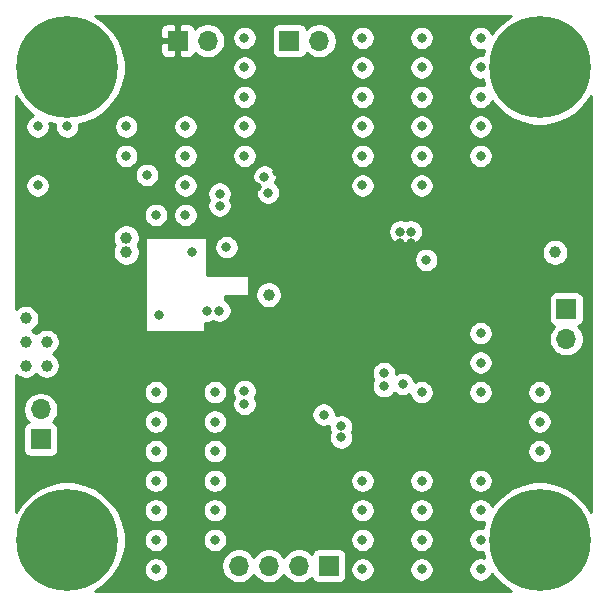
<source format=gbr>
G04 #@! TF.GenerationSoftware,KiCad,Pcbnew,(5.1.5)-3*
G04 #@! TF.CreationDate,2020-03-24T14:58:58+01:00*
G04 #@! TF.ProjectId,STM32F4_Breakout,53544d33-3246-4345-9f42-7265616b6f75,rev?*
G04 #@! TF.SameCoordinates,Original*
G04 #@! TF.FileFunction,Copper,L3,Inr*
G04 #@! TF.FilePolarity,Positive*
%FSLAX46Y46*%
G04 Gerber Fmt 4.6, Leading zero omitted, Abs format (unit mm)*
G04 Created by KiCad (PCBNEW (5.1.5)-3) date 2020-03-24 14:58:58*
%MOMM*%
%LPD*%
G04 APERTURE LIST*
%ADD10C,0.900000*%
%ADD11C,8.600000*%
%ADD12O,1.700000X1.700000*%
%ADD13R,1.700000X1.700000*%
%ADD14C,1.000000*%
%ADD15C,0.800000*%
%ADD16C,0.254000*%
G04 APERTURE END LIST*
D10*
X27280419Y-22719581D03*
X25000000Y-21775000D03*
X22719581Y-22719581D03*
X21775000Y-25000000D03*
X22719581Y-27280419D03*
X25000000Y-28225000D03*
X27280419Y-27280419D03*
X28225000Y-25000000D03*
D11*
X25000000Y-25000000D03*
X65000000Y-25000000D03*
D10*
X68225000Y-25000000D03*
X67280419Y-27280419D03*
X65000000Y-28225000D03*
X62719581Y-27280419D03*
X61775000Y-25000000D03*
X62719581Y-22719581D03*
X65000000Y-21775000D03*
X67280419Y-22719581D03*
X67280419Y-62719581D03*
X65000000Y-61775000D03*
X62719581Y-62719581D03*
X61775000Y-65000000D03*
X62719581Y-67280419D03*
X65000000Y-68225000D03*
X67280419Y-67280419D03*
X68225000Y-65000000D03*
D11*
X65000000Y-65000000D03*
X25000000Y-65000000D03*
D10*
X28225000Y-65000000D03*
X27280419Y-67280419D03*
X25000000Y-68225000D03*
X22719581Y-67280419D03*
X21775000Y-65000000D03*
X22719581Y-62719581D03*
X25000000Y-61775000D03*
X27280419Y-62719581D03*
D12*
X22750000Y-53960000D03*
D13*
X22750000Y-56500000D03*
D12*
X67250000Y-47990000D03*
D13*
X67250000Y-45450000D03*
X34350000Y-22750000D03*
D12*
X36890000Y-22750000D03*
D13*
X43800000Y-22750000D03*
D12*
X46340000Y-22750000D03*
D13*
X47150000Y-67200000D03*
D12*
X44610000Y-67200000D03*
X42070000Y-67200000D03*
X39530000Y-67200000D03*
D14*
X27000000Y-39500000D03*
D15*
X35600000Y-40600000D03*
X32800000Y-46000000D03*
D14*
X23500000Y-39500000D03*
X27000000Y-41250000D03*
X23500000Y-41250000D03*
X22250000Y-37500000D03*
X28250000Y-37500000D03*
X21500000Y-46250000D03*
X21500000Y-48250000D03*
X23250000Y-48250000D03*
X21500000Y-50250000D03*
X23250000Y-50250000D03*
D15*
X42000000Y-35600000D03*
X37900000Y-36700000D03*
X53200000Y-38900000D03*
X54100000Y-38900000D03*
X55400000Y-41300000D03*
X53400000Y-51800000D03*
X51800000Y-50900000D03*
X51800000Y-52000000D03*
X48200000Y-55400000D03*
X46700000Y-54400000D03*
X40000000Y-53500000D03*
X40000000Y-52400000D03*
X37875000Y-45600000D03*
X36850000Y-45600000D03*
D14*
X30000000Y-40650000D03*
X30000000Y-39425000D03*
D15*
X31750000Y-34100000D03*
X48200000Y-56325000D03*
X38475000Y-40225000D03*
X41700000Y-34250000D03*
X37900000Y-35700000D03*
X50000000Y-22500000D03*
X55000000Y-22500000D03*
X60000000Y-22500000D03*
X60000000Y-25000000D03*
X55000000Y-25000000D03*
X50000000Y-25000000D03*
X50000000Y-27500000D03*
X55000000Y-27500000D03*
X60000000Y-27500000D03*
X60000000Y-30000000D03*
X55000000Y-30000000D03*
X50000000Y-30000000D03*
X40000000Y-27500000D03*
X40000000Y-25000000D03*
X40000000Y-22500000D03*
X35000000Y-32500000D03*
X40000000Y-32500000D03*
X35000000Y-35000000D03*
X35000000Y-37500000D03*
X32500000Y-37500000D03*
X22500000Y-35000000D03*
X30000000Y-32500000D03*
X50000000Y-32500000D03*
X50000000Y-35000000D03*
X55000000Y-35000000D03*
X55000000Y-32500000D03*
X60000000Y-32500000D03*
X40000000Y-30000000D03*
X55000000Y-52500000D03*
X55000000Y-60000000D03*
X55000000Y-62500000D03*
X55000000Y-65000000D03*
X55000000Y-67500000D03*
X60000000Y-60000000D03*
X60000000Y-62500000D03*
X60000000Y-65000000D03*
X60000000Y-67500000D03*
X50000000Y-67500000D03*
X50000000Y-65000000D03*
X50000000Y-62500000D03*
X50000000Y-60000000D03*
X60000000Y-52500000D03*
X60000000Y-47500000D03*
X65000000Y-52500000D03*
X65000000Y-55000000D03*
X65000000Y-57500000D03*
X60000000Y-50000000D03*
X37500000Y-60000000D03*
X32500000Y-60000000D03*
X32500000Y-57500000D03*
X37500000Y-57500000D03*
X37500000Y-55000000D03*
X32500000Y-55000000D03*
X32500000Y-65000000D03*
X32500000Y-62500000D03*
X37500000Y-62500000D03*
X37500000Y-65000000D03*
X32500000Y-67500000D03*
X32500000Y-52500000D03*
X37500000Y-52500000D03*
X35000000Y-30000000D03*
X30000000Y-30000000D03*
X25000000Y-30000000D03*
X22500000Y-30000000D03*
X41975000Y-54500000D03*
X40250000Y-35750000D03*
X41100000Y-35100000D03*
X37900000Y-38300000D03*
X41975000Y-55450000D03*
X49800000Y-53000000D03*
X49800000Y-53925000D03*
X33425000Y-49200000D03*
X33425000Y-50700000D03*
X34625000Y-50700000D03*
X42775000Y-33900000D03*
X45725000Y-33900000D03*
X53200000Y-39900000D03*
X54100000Y-39900000D03*
X36950000Y-38300000D03*
X37550000Y-42150000D03*
X60575000Y-34325000D03*
D14*
X42050000Y-44250000D03*
X66300000Y-40650000D03*
D16*
G36*
X61854121Y-21166735D02*
G01*
X61166735Y-21854121D01*
X60972903Y-22144211D01*
X60917205Y-22009744D01*
X60803937Y-21840226D01*
X60659774Y-21696063D01*
X60490256Y-21582795D01*
X60301898Y-21504774D01*
X60101939Y-21465000D01*
X59898061Y-21465000D01*
X59698102Y-21504774D01*
X59509744Y-21582795D01*
X59340226Y-21696063D01*
X59196063Y-21840226D01*
X59082795Y-22009744D01*
X59004774Y-22198102D01*
X58965000Y-22398061D01*
X58965000Y-22601939D01*
X59004774Y-22801898D01*
X59082795Y-22990256D01*
X59196063Y-23159774D01*
X59340226Y-23303937D01*
X59509744Y-23417205D01*
X59698102Y-23495226D01*
X59898061Y-23535000D01*
X60101939Y-23535000D01*
X60279879Y-23499606D01*
X60254650Y-23560514D01*
X60171442Y-23978825D01*
X60101939Y-23965000D01*
X59898061Y-23965000D01*
X59698102Y-24004774D01*
X59509744Y-24082795D01*
X59340226Y-24196063D01*
X59196063Y-24340226D01*
X59082795Y-24509744D01*
X59004774Y-24698102D01*
X58965000Y-24898061D01*
X58965000Y-25101939D01*
X59004774Y-25301898D01*
X59082795Y-25490256D01*
X59196063Y-25659774D01*
X59340226Y-25803937D01*
X59509744Y-25917205D01*
X59698102Y-25995226D01*
X59898061Y-26035000D01*
X60101939Y-26035000D01*
X60171442Y-26021175D01*
X60254650Y-26439486D01*
X60279879Y-26500394D01*
X60101939Y-26465000D01*
X59898061Y-26465000D01*
X59698102Y-26504774D01*
X59509744Y-26582795D01*
X59340226Y-26696063D01*
X59196063Y-26840226D01*
X59082795Y-27009744D01*
X59004774Y-27198102D01*
X58965000Y-27398061D01*
X58965000Y-27601939D01*
X59004774Y-27801898D01*
X59082795Y-27990256D01*
X59196063Y-28159774D01*
X59340226Y-28303937D01*
X59509744Y-28417205D01*
X59698102Y-28495226D01*
X59898061Y-28535000D01*
X60101939Y-28535000D01*
X60301898Y-28495226D01*
X60490256Y-28417205D01*
X60659774Y-28303937D01*
X60803937Y-28159774D01*
X60917205Y-27990256D01*
X60972903Y-27855789D01*
X61166735Y-28145879D01*
X61854121Y-28833265D01*
X62662401Y-29373340D01*
X63560514Y-29745350D01*
X64513945Y-29935000D01*
X65486055Y-29935000D01*
X66439486Y-29745350D01*
X67337599Y-29373340D01*
X68145879Y-28833265D01*
X68833265Y-28145879D01*
X69340000Y-27387496D01*
X69340001Y-62612506D01*
X68833265Y-61854121D01*
X68145879Y-61166735D01*
X67337599Y-60626660D01*
X66439486Y-60254650D01*
X65486055Y-60065000D01*
X64513945Y-60065000D01*
X63560514Y-60254650D01*
X62662401Y-60626660D01*
X61854121Y-61166735D01*
X61166735Y-61854121D01*
X60972903Y-62144211D01*
X60917205Y-62009744D01*
X60803937Y-61840226D01*
X60659774Y-61696063D01*
X60490256Y-61582795D01*
X60301898Y-61504774D01*
X60101939Y-61465000D01*
X59898061Y-61465000D01*
X59698102Y-61504774D01*
X59509744Y-61582795D01*
X59340226Y-61696063D01*
X59196063Y-61840226D01*
X59082795Y-62009744D01*
X59004774Y-62198102D01*
X58965000Y-62398061D01*
X58965000Y-62601939D01*
X59004774Y-62801898D01*
X59082795Y-62990256D01*
X59196063Y-63159774D01*
X59340226Y-63303937D01*
X59509744Y-63417205D01*
X59698102Y-63495226D01*
X59898061Y-63535000D01*
X60101939Y-63535000D01*
X60279879Y-63499606D01*
X60254650Y-63560514D01*
X60171442Y-63978825D01*
X60101939Y-63965000D01*
X59898061Y-63965000D01*
X59698102Y-64004774D01*
X59509744Y-64082795D01*
X59340226Y-64196063D01*
X59196063Y-64340226D01*
X59082795Y-64509744D01*
X59004774Y-64698102D01*
X58965000Y-64898061D01*
X58965000Y-65101939D01*
X59004774Y-65301898D01*
X59082795Y-65490256D01*
X59196063Y-65659774D01*
X59340226Y-65803937D01*
X59509744Y-65917205D01*
X59698102Y-65995226D01*
X59898061Y-66035000D01*
X60101939Y-66035000D01*
X60171442Y-66021175D01*
X60254650Y-66439486D01*
X60279879Y-66500394D01*
X60101939Y-66465000D01*
X59898061Y-66465000D01*
X59698102Y-66504774D01*
X59509744Y-66582795D01*
X59340226Y-66696063D01*
X59196063Y-66840226D01*
X59082795Y-67009744D01*
X59004774Y-67198102D01*
X58965000Y-67398061D01*
X58965000Y-67601939D01*
X59004774Y-67801898D01*
X59082795Y-67990256D01*
X59196063Y-68159774D01*
X59340226Y-68303937D01*
X59509744Y-68417205D01*
X59698102Y-68495226D01*
X59898061Y-68535000D01*
X60101939Y-68535000D01*
X60301898Y-68495226D01*
X60490256Y-68417205D01*
X60659774Y-68303937D01*
X60803937Y-68159774D01*
X60917205Y-67990256D01*
X60972903Y-67855789D01*
X61166735Y-68145879D01*
X61854121Y-68833265D01*
X62612504Y-69340000D01*
X27387496Y-69340000D01*
X28145879Y-68833265D01*
X28833265Y-68145879D01*
X29332940Y-67398061D01*
X31465000Y-67398061D01*
X31465000Y-67601939D01*
X31504774Y-67801898D01*
X31582795Y-67990256D01*
X31696063Y-68159774D01*
X31840226Y-68303937D01*
X32009744Y-68417205D01*
X32198102Y-68495226D01*
X32398061Y-68535000D01*
X32601939Y-68535000D01*
X32801898Y-68495226D01*
X32990256Y-68417205D01*
X33159774Y-68303937D01*
X33303937Y-68159774D01*
X33417205Y-67990256D01*
X33495226Y-67801898D01*
X33535000Y-67601939D01*
X33535000Y-67398061D01*
X33495226Y-67198102D01*
X33435429Y-67053740D01*
X38045000Y-67053740D01*
X38045000Y-67346260D01*
X38102068Y-67633158D01*
X38214010Y-67903411D01*
X38376525Y-68146632D01*
X38583368Y-68353475D01*
X38826589Y-68515990D01*
X39096842Y-68627932D01*
X39383740Y-68685000D01*
X39676260Y-68685000D01*
X39963158Y-68627932D01*
X40233411Y-68515990D01*
X40476632Y-68353475D01*
X40683475Y-68146632D01*
X40800000Y-67972240D01*
X40916525Y-68146632D01*
X41123368Y-68353475D01*
X41366589Y-68515990D01*
X41636842Y-68627932D01*
X41923740Y-68685000D01*
X42216260Y-68685000D01*
X42503158Y-68627932D01*
X42773411Y-68515990D01*
X43016632Y-68353475D01*
X43223475Y-68146632D01*
X43340000Y-67972240D01*
X43456525Y-68146632D01*
X43663368Y-68353475D01*
X43906589Y-68515990D01*
X44176842Y-68627932D01*
X44463740Y-68685000D01*
X44756260Y-68685000D01*
X45043158Y-68627932D01*
X45313411Y-68515990D01*
X45556632Y-68353475D01*
X45688487Y-68221620D01*
X45710498Y-68294180D01*
X45769463Y-68404494D01*
X45848815Y-68501185D01*
X45945506Y-68580537D01*
X46055820Y-68639502D01*
X46175518Y-68675812D01*
X46300000Y-68688072D01*
X48000000Y-68688072D01*
X48124482Y-68675812D01*
X48244180Y-68639502D01*
X48354494Y-68580537D01*
X48451185Y-68501185D01*
X48530537Y-68404494D01*
X48589502Y-68294180D01*
X48625812Y-68174482D01*
X48638072Y-68050000D01*
X48638072Y-67398061D01*
X48965000Y-67398061D01*
X48965000Y-67601939D01*
X49004774Y-67801898D01*
X49082795Y-67990256D01*
X49196063Y-68159774D01*
X49340226Y-68303937D01*
X49509744Y-68417205D01*
X49698102Y-68495226D01*
X49898061Y-68535000D01*
X50101939Y-68535000D01*
X50301898Y-68495226D01*
X50490256Y-68417205D01*
X50659774Y-68303937D01*
X50803937Y-68159774D01*
X50917205Y-67990256D01*
X50995226Y-67801898D01*
X51035000Y-67601939D01*
X51035000Y-67398061D01*
X53965000Y-67398061D01*
X53965000Y-67601939D01*
X54004774Y-67801898D01*
X54082795Y-67990256D01*
X54196063Y-68159774D01*
X54340226Y-68303937D01*
X54509744Y-68417205D01*
X54698102Y-68495226D01*
X54898061Y-68535000D01*
X55101939Y-68535000D01*
X55301898Y-68495226D01*
X55490256Y-68417205D01*
X55659774Y-68303937D01*
X55803937Y-68159774D01*
X55917205Y-67990256D01*
X55995226Y-67801898D01*
X56035000Y-67601939D01*
X56035000Y-67398061D01*
X55995226Y-67198102D01*
X55917205Y-67009744D01*
X55803937Y-66840226D01*
X55659774Y-66696063D01*
X55490256Y-66582795D01*
X55301898Y-66504774D01*
X55101939Y-66465000D01*
X54898061Y-66465000D01*
X54698102Y-66504774D01*
X54509744Y-66582795D01*
X54340226Y-66696063D01*
X54196063Y-66840226D01*
X54082795Y-67009744D01*
X54004774Y-67198102D01*
X53965000Y-67398061D01*
X51035000Y-67398061D01*
X50995226Y-67198102D01*
X50917205Y-67009744D01*
X50803937Y-66840226D01*
X50659774Y-66696063D01*
X50490256Y-66582795D01*
X50301898Y-66504774D01*
X50101939Y-66465000D01*
X49898061Y-66465000D01*
X49698102Y-66504774D01*
X49509744Y-66582795D01*
X49340226Y-66696063D01*
X49196063Y-66840226D01*
X49082795Y-67009744D01*
X49004774Y-67198102D01*
X48965000Y-67398061D01*
X48638072Y-67398061D01*
X48638072Y-66350000D01*
X48625812Y-66225518D01*
X48589502Y-66105820D01*
X48530537Y-65995506D01*
X48451185Y-65898815D01*
X48354494Y-65819463D01*
X48244180Y-65760498D01*
X48124482Y-65724188D01*
X48000000Y-65711928D01*
X46300000Y-65711928D01*
X46175518Y-65724188D01*
X46055820Y-65760498D01*
X45945506Y-65819463D01*
X45848815Y-65898815D01*
X45769463Y-65995506D01*
X45710498Y-66105820D01*
X45688487Y-66178380D01*
X45556632Y-66046525D01*
X45313411Y-65884010D01*
X45043158Y-65772068D01*
X44756260Y-65715000D01*
X44463740Y-65715000D01*
X44176842Y-65772068D01*
X43906589Y-65884010D01*
X43663368Y-66046525D01*
X43456525Y-66253368D01*
X43340000Y-66427760D01*
X43223475Y-66253368D01*
X43016632Y-66046525D01*
X42773411Y-65884010D01*
X42503158Y-65772068D01*
X42216260Y-65715000D01*
X41923740Y-65715000D01*
X41636842Y-65772068D01*
X41366589Y-65884010D01*
X41123368Y-66046525D01*
X40916525Y-66253368D01*
X40800000Y-66427760D01*
X40683475Y-66253368D01*
X40476632Y-66046525D01*
X40233411Y-65884010D01*
X39963158Y-65772068D01*
X39676260Y-65715000D01*
X39383740Y-65715000D01*
X39096842Y-65772068D01*
X38826589Y-65884010D01*
X38583368Y-66046525D01*
X38376525Y-66253368D01*
X38214010Y-66496589D01*
X38102068Y-66766842D01*
X38045000Y-67053740D01*
X33435429Y-67053740D01*
X33417205Y-67009744D01*
X33303937Y-66840226D01*
X33159774Y-66696063D01*
X32990256Y-66582795D01*
X32801898Y-66504774D01*
X32601939Y-66465000D01*
X32398061Y-66465000D01*
X32198102Y-66504774D01*
X32009744Y-66582795D01*
X31840226Y-66696063D01*
X31696063Y-66840226D01*
X31582795Y-67009744D01*
X31504774Y-67198102D01*
X31465000Y-67398061D01*
X29332940Y-67398061D01*
X29373340Y-67337599D01*
X29745350Y-66439486D01*
X29935000Y-65486055D01*
X29935000Y-64898061D01*
X31465000Y-64898061D01*
X31465000Y-65101939D01*
X31504774Y-65301898D01*
X31582795Y-65490256D01*
X31696063Y-65659774D01*
X31840226Y-65803937D01*
X32009744Y-65917205D01*
X32198102Y-65995226D01*
X32398061Y-66035000D01*
X32601939Y-66035000D01*
X32801898Y-65995226D01*
X32990256Y-65917205D01*
X33159774Y-65803937D01*
X33303937Y-65659774D01*
X33417205Y-65490256D01*
X33495226Y-65301898D01*
X33535000Y-65101939D01*
X33535000Y-64898061D01*
X36465000Y-64898061D01*
X36465000Y-65101939D01*
X36504774Y-65301898D01*
X36582795Y-65490256D01*
X36696063Y-65659774D01*
X36840226Y-65803937D01*
X37009744Y-65917205D01*
X37198102Y-65995226D01*
X37398061Y-66035000D01*
X37601939Y-66035000D01*
X37801898Y-65995226D01*
X37990256Y-65917205D01*
X38159774Y-65803937D01*
X38303937Y-65659774D01*
X38417205Y-65490256D01*
X38495226Y-65301898D01*
X38535000Y-65101939D01*
X38535000Y-64898061D01*
X48965000Y-64898061D01*
X48965000Y-65101939D01*
X49004774Y-65301898D01*
X49082795Y-65490256D01*
X49196063Y-65659774D01*
X49340226Y-65803937D01*
X49509744Y-65917205D01*
X49698102Y-65995226D01*
X49898061Y-66035000D01*
X50101939Y-66035000D01*
X50301898Y-65995226D01*
X50490256Y-65917205D01*
X50659774Y-65803937D01*
X50803937Y-65659774D01*
X50917205Y-65490256D01*
X50995226Y-65301898D01*
X51035000Y-65101939D01*
X51035000Y-64898061D01*
X53965000Y-64898061D01*
X53965000Y-65101939D01*
X54004774Y-65301898D01*
X54082795Y-65490256D01*
X54196063Y-65659774D01*
X54340226Y-65803937D01*
X54509744Y-65917205D01*
X54698102Y-65995226D01*
X54898061Y-66035000D01*
X55101939Y-66035000D01*
X55301898Y-65995226D01*
X55490256Y-65917205D01*
X55659774Y-65803937D01*
X55803937Y-65659774D01*
X55917205Y-65490256D01*
X55995226Y-65301898D01*
X56035000Y-65101939D01*
X56035000Y-64898061D01*
X55995226Y-64698102D01*
X55917205Y-64509744D01*
X55803937Y-64340226D01*
X55659774Y-64196063D01*
X55490256Y-64082795D01*
X55301898Y-64004774D01*
X55101939Y-63965000D01*
X54898061Y-63965000D01*
X54698102Y-64004774D01*
X54509744Y-64082795D01*
X54340226Y-64196063D01*
X54196063Y-64340226D01*
X54082795Y-64509744D01*
X54004774Y-64698102D01*
X53965000Y-64898061D01*
X51035000Y-64898061D01*
X50995226Y-64698102D01*
X50917205Y-64509744D01*
X50803937Y-64340226D01*
X50659774Y-64196063D01*
X50490256Y-64082795D01*
X50301898Y-64004774D01*
X50101939Y-63965000D01*
X49898061Y-63965000D01*
X49698102Y-64004774D01*
X49509744Y-64082795D01*
X49340226Y-64196063D01*
X49196063Y-64340226D01*
X49082795Y-64509744D01*
X49004774Y-64698102D01*
X48965000Y-64898061D01*
X38535000Y-64898061D01*
X38495226Y-64698102D01*
X38417205Y-64509744D01*
X38303937Y-64340226D01*
X38159774Y-64196063D01*
X37990256Y-64082795D01*
X37801898Y-64004774D01*
X37601939Y-63965000D01*
X37398061Y-63965000D01*
X37198102Y-64004774D01*
X37009744Y-64082795D01*
X36840226Y-64196063D01*
X36696063Y-64340226D01*
X36582795Y-64509744D01*
X36504774Y-64698102D01*
X36465000Y-64898061D01*
X33535000Y-64898061D01*
X33495226Y-64698102D01*
X33417205Y-64509744D01*
X33303937Y-64340226D01*
X33159774Y-64196063D01*
X32990256Y-64082795D01*
X32801898Y-64004774D01*
X32601939Y-63965000D01*
X32398061Y-63965000D01*
X32198102Y-64004774D01*
X32009744Y-64082795D01*
X31840226Y-64196063D01*
X31696063Y-64340226D01*
X31582795Y-64509744D01*
X31504774Y-64698102D01*
X31465000Y-64898061D01*
X29935000Y-64898061D01*
X29935000Y-64513945D01*
X29745350Y-63560514D01*
X29373340Y-62662401D01*
X29196714Y-62398061D01*
X31465000Y-62398061D01*
X31465000Y-62601939D01*
X31504774Y-62801898D01*
X31582795Y-62990256D01*
X31696063Y-63159774D01*
X31840226Y-63303937D01*
X32009744Y-63417205D01*
X32198102Y-63495226D01*
X32398061Y-63535000D01*
X32601939Y-63535000D01*
X32801898Y-63495226D01*
X32990256Y-63417205D01*
X33159774Y-63303937D01*
X33303937Y-63159774D01*
X33417205Y-62990256D01*
X33495226Y-62801898D01*
X33535000Y-62601939D01*
X33535000Y-62398061D01*
X36465000Y-62398061D01*
X36465000Y-62601939D01*
X36504774Y-62801898D01*
X36582795Y-62990256D01*
X36696063Y-63159774D01*
X36840226Y-63303937D01*
X37009744Y-63417205D01*
X37198102Y-63495226D01*
X37398061Y-63535000D01*
X37601939Y-63535000D01*
X37801898Y-63495226D01*
X37990256Y-63417205D01*
X38159774Y-63303937D01*
X38303937Y-63159774D01*
X38417205Y-62990256D01*
X38495226Y-62801898D01*
X38535000Y-62601939D01*
X38535000Y-62398061D01*
X48965000Y-62398061D01*
X48965000Y-62601939D01*
X49004774Y-62801898D01*
X49082795Y-62990256D01*
X49196063Y-63159774D01*
X49340226Y-63303937D01*
X49509744Y-63417205D01*
X49698102Y-63495226D01*
X49898061Y-63535000D01*
X50101939Y-63535000D01*
X50301898Y-63495226D01*
X50490256Y-63417205D01*
X50659774Y-63303937D01*
X50803937Y-63159774D01*
X50917205Y-62990256D01*
X50995226Y-62801898D01*
X51035000Y-62601939D01*
X51035000Y-62398061D01*
X53965000Y-62398061D01*
X53965000Y-62601939D01*
X54004774Y-62801898D01*
X54082795Y-62990256D01*
X54196063Y-63159774D01*
X54340226Y-63303937D01*
X54509744Y-63417205D01*
X54698102Y-63495226D01*
X54898061Y-63535000D01*
X55101939Y-63535000D01*
X55301898Y-63495226D01*
X55490256Y-63417205D01*
X55659774Y-63303937D01*
X55803937Y-63159774D01*
X55917205Y-62990256D01*
X55995226Y-62801898D01*
X56035000Y-62601939D01*
X56035000Y-62398061D01*
X55995226Y-62198102D01*
X55917205Y-62009744D01*
X55803937Y-61840226D01*
X55659774Y-61696063D01*
X55490256Y-61582795D01*
X55301898Y-61504774D01*
X55101939Y-61465000D01*
X54898061Y-61465000D01*
X54698102Y-61504774D01*
X54509744Y-61582795D01*
X54340226Y-61696063D01*
X54196063Y-61840226D01*
X54082795Y-62009744D01*
X54004774Y-62198102D01*
X53965000Y-62398061D01*
X51035000Y-62398061D01*
X50995226Y-62198102D01*
X50917205Y-62009744D01*
X50803937Y-61840226D01*
X50659774Y-61696063D01*
X50490256Y-61582795D01*
X50301898Y-61504774D01*
X50101939Y-61465000D01*
X49898061Y-61465000D01*
X49698102Y-61504774D01*
X49509744Y-61582795D01*
X49340226Y-61696063D01*
X49196063Y-61840226D01*
X49082795Y-62009744D01*
X49004774Y-62198102D01*
X48965000Y-62398061D01*
X38535000Y-62398061D01*
X38495226Y-62198102D01*
X38417205Y-62009744D01*
X38303937Y-61840226D01*
X38159774Y-61696063D01*
X37990256Y-61582795D01*
X37801898Y-61504774D01*
X37601939Y-61465000D01*
X37398061Y-61465000D01*
X37198102Y-61504774D01*
X37009744Y-61582795D01*
X36840226Y-61696063D01*
X36696063Y-61840226D01*
X36582795Y-62009744D01*
X36504774Y-62198102D01*
X36465000Y-62398061D01*
X33535000Y-62398061D01*
X33495226Y-62198102D01*
X33417205Y-62009744D01*
X33303937Y-61840226D01*
X33159774Y-61696063D01*
X32990256Y-61582795D01*
X32801898Y-61504774D01*
X32601939Y-61465000D01*
X32398061Y-61465000D01*
X32198102Y-61504774D01*
X32009744Y-61582795D01*
X31840226Y-61696063D01*
X31696063Y-61840226D01*
X31582795Y-62009744D01*
X31504774Y-62198102D01*
X31465000Y-62398061D01*
X29196714Y-62398061D01*
X28833265Y-61854121D01*
X28145879Y-61166735D01*
X27337599Y-60626660D01*
X26439486Y-60254650D01*
X25486055Y-60065000D01*
X24513945Y-60065000D01*
X23560514Y-60254650D01*
X22662401Y-60626660D01*
X21854121Y-61166735D01*
X21166735Y-61854121D01*
X20660000Y-62612504D01*
X20660000Y-59898061D01*
X31465000Y-59898061D01*
X31465000Y-60101939D01*
X31504774Y-60301898D01*
X31582795Y-60490256D01*
X31696063Y-60659774D01*
X31840226Y-60803937D01*
X32009744Y-60917205D01*
X32198102Y-60995226D01*
X32398061Y-61035000D01*
X32601939Y-61035000D01*
X32801898Y-60995226D01*
X32990256Y-60917205D01*
X33159774Y-60803937D01*
X33303937Y-60659774D01*
X33417205Y-60490256D01*
X33495226Y-60301898D01*
X33535000Y-60101939D01*
X33535000Y-59898061D01*
X36465000Y-59898061D01*
X36465000Y-60101939D01*
X36504774Y-60301898D01*
X36582795Y-60490256D01*
X36696063Y-60659774D01*
X36840226Y-60803937D01*
X37009744Y-60917205D01*
X37198102Y-60995226D01*
X37398061Y-61035000D01*
X37601939Y-61035000D01*
X37801898Y-60995226D01*
X37990256Y-60917205D01*
X38159774Y-60803937D01*
X38303937Y-60659774D01*
X38417205Y-60490256D01*
X38495226Y-60301898D01*
X38535000Y-60101939D01*
X38535000Y-59898061D01*
X48965000Y-59898061D01*
X48965000Y-60101939D01*
X49004774Y-60301898D01*
X49082795Y-60490256D01*
X49196063Y-60659774D01*
X49340226Y-60803937D01*
X49509744Y-60917205D01*
X49698102Y-60995226D01*
X49898061Y-61035000D01*
X50101939Y-61035000D01*
X50301898Y-60995226D01*
X50490256Y-60917205D01*
X50659774Y-60803937D01*
X50803937Y-60659774D01*
X50917205Y-60490256D01*
X50995226Y-60301898D01*
X51035000Y-60101939D01*
X51035000Y-59898061D01*
X53965000Y-59898061D01*
X53965000Y-60101939D01*
X54004774Y-60301898D01*
X54082795Y-60490256D01*
X54196063Y-60659774D01*
X54340226Y-60803937D01*
X54509744Y-60917205D01*
X54698102Y-60995226D01*
X54898061Y-61035000D01*
X55101939Y-61035000D01*
X55301898Y-60995226D01*
X55490256Y-60917205D01*
X55659774Y-60803937D01*
X55803937Y-60659774D01*
X55917205Y-60490256D01*
X55995226Y-60301898D01*
X56035000Y-60101939D01*
X56035000Y-59898061D01*
X58965000Y-59898061D01*
X58965000Y-60101939D01*
X59004774Y-60301898D01*
X59082795Y-60490256D01*
X59196063Y-60659774D01*
X59340226Y-60803937D01*
X59509744Y-60917205D01*
X59698102Y-60995226D01*
X59898061Y-61035000D01*
X60101939Y-61035000D01*
X60301898Y-60995226D01*
X60490256Y-60917205D01*
X60659774Y-60803937D01*
X60803937Y-60659774D01*
X60917205Y-60490256D01*
X60995226Y-60301898D01*
X61035000Y-60101939D01*
X61035000Y-59898061D01*
X60995226Y-59698102D01*
X60917205Y-59509744D01*
X60803937Y-59340226D01*
X60659774Y-59196063D01*
X60490256Y-59082795D01*
X60301898Y-59004774D01*
X60101939Y-58965000D01*
X59898061Y-58965000D01*
X59698102Y-59004774D01*
X59509744Y-59082795D01*
X59340226Y-59196063D01*
X59196063Y-59340226D01*
X59082795Y-59509744D01*
X59004774Y-59698102D01*
X58965000Y-59898061D01*
X56035000Y-59898061D01*
X55995226Y-59698102D01*
X55917205Y-59509744D01*
X55803937Y-59340226D01*
X55659774Y-59196063D01*
X55490256Y-59082795D01*
X55301898Y-59004774D01*
X55101939Y-58965000D01*
X54898061Y-58965000D01*
X54698102Y-59004774D01*
X54509744Y-59082795D01*
X54340226Y-59196063D01*
X54196063Y-59340226D01*
X54082795Y-59509744D01*
X54004774Y-59698102D01*
X53965000Y-59898061D01*
X51035000Y-59898061D01*
X50995226Y-59698102D01*
X50917205Y-59509744D01*
X50803937Y-59340226D01*
X50659774Y-59196063D01*
X50490256Y-59082795D01*
X50301898Y-59004774D01*
X50101939Y-58965000D01*
X49898061Y-58965000D01*
X49698102Y-59004774D01*
X49509744Y-59082795D01*
X49340226Y-59196063D01*
X49196063Y-59340226D01*
X49082795Y-59509744D01*
X49004774Y-59698102D01*
X48965000Y-59898061D01*
X38535000Y-59898061D01*
X38495226Y-59698102D01*
X38417205Y-59509744D01*
X38303937Y-59340226D01*
X38159774Y-59196063D01*
X37990256Y-59082795D01*
X37801898Y-59004774D01*
X37601939Y-58965000D01*
X37398061Y-58965000D01*
X37198102Y-59004774D01*
X37009744Y-59082795D01*
X36840226Y-59196063D01*
X36696063Y-59340226D01*
X36582795Y-59509744D01*
X36504774Y-59698102D01*
X36465000Y-59898061D01*
X33535000Y-59898061D01*
X33495226Y-59698102D01*
X33417205Y-59509744D01*
X33303937Y-59340226D01*
X33159774Y-59196063D01*
X32990256Y-59082795D01*
X32801898Y-59004774D01*
X32601939Y-58965000D01*
X32398061Y-58965000D01*
X32198102Y-59004774D01*
X32009744Y-59082795D01*
X31840226Y-59196063D01*
X31696063Y-59340226D01*
X31582795Y-59509744D01*
X31504774Y-59698102D01*
X31465000Y-59898061D01*
X20660000Y-59898061D01*
X20660000Y-55650000D01*
X21261928Y-55650000D01*
X21261928Y-57350000D01*
X21274188Y-57474482D01*
X21310498Y-57594180D01*
X21369463Y-57704494D01*
X21448815Y-57801185D01*
X21545506Y-57880537D01*
X21655820Y-57939502D01*
X21775518Y-57975812D01*
X21900000Y-57988072D01*
X23600000Y-57988072D01*
X23724482Y-57975812D01*
X23844180Y-57939502D01*
X23954494Y-57880537D01*
X24051185Y-57801185D01*
X24130537Y-57704494D01*
X24189502Y-57594180D01*
X24225812Y-57474482D01*
X24233338Y-57398061D01*
X31465000Y-57398061D01*
X31465000Y-57601939D01*
X31504774Y-57801898D01*
X31582795Y-57990256D01*
X31696063Y-58159774D01*
X31840226Y-58303937D01*
X32009744Y-58417205D01*
X32198102Y-58495226D01*
X32398061Y-58535000D01*
X32601939Y-58535000D01*
X32801898Y-58495226D01*
X32990256Y-58417205D01*
X33159774Y-58303937D01*
X33303937Y-58159774D01*
X33417205Y-57990256D01*
X33495226Y-57801898D01*
X33535000Y-57601939D01*
X33535000Y-57398061D01*
X36465000Y-57398061D01*
X36465000Y-57601939D01*
X36504774Y-57801898D01*
X36582795Y-57990256D01*
X36696063Y-58159774D01*
X36840226Y-58303937D01*
X37009744Y-58417205D01*
X37198102Y-58495226D01*
X37398061Y-58535000D01*
X37601939Y-58535000D01*
X37801898Y-58495226D01*
X37990256Y-58417205D01*
X38159774Y-58303937D01*
X38303937Y-58159774D01*
X38417205Y-57990256D01*
X38495226Y-57801898D01*
X38535000Y-57601939D01*
X38535000Y-57398061D01*
X63965000Y-57398061D01*
X63965000Y-57601939D01*
X64004774Y-57801898D01*
X64082795Y-57990256D01*
X64196063Y-58159774D01*
X64340226Y-58303937D01*
X64509744Y-58417205D01*
X64698102Y-58495226D01*
X64898061Y-58535000D01*
X65101939Y-58535000D01*
X65301898Y-58495226D01*
X65490256Y-58417205D01*
X65659774Y-58303937D01*
X65803937Y-58159774D01*
X65917205Y-57990256D01*
X65995226Y-57801898D01*
X66035000Y-57601939D01*
X66035000Y-57398061D01*
X65995226Y-57198102D01*
X65917205Y-57009744D01*
X65803937Y-56840226D01*
X65659774Y-56696063D01*
X65490256Y-56582795D01*
X65301898Y-56504774D01*
X65101939Y-56465000D01*
X64898061Y-56465000D01*
X64698102Y-56504774D01*
X64509744Y-56582795D01*
X64340226Y-56696063D01*
X64196063Y-56840226D01*
X64082795Y-57009744D01*
X64004774Y-57198102D01*
X63965000Y-57398061D01*
X38535000Y-57398061D01*
X38495226Y-57198102D01*
X38417205Y-57009744D01*
X38303937Y-56840226D01*
X38159774Y-56696063D01*
X37990256Y-56582795D01*
X37801898Y-56504774D01*
X37601939Y-56465000D01*
X37398061Y-56465000D01*
X37198102Y-56504774D01*
X37009744Y-56582795D01*
X36840226Y-56696063D01*
X36696063Y-56840226D01*
X36582795Y-57009744D01*
X36504774Y-57198102D01*
X36465000Y-57398061D01*
X33535000Y-57398061D01*
X33495226Y-57198102D01*
X33417205Y-57009744D01*
X33303937Y-56840226D01*
X33159774Y-56696063D01*
X32990256Y-56582795D01*
X32801898Y-56504774D01*
X32601939Y-56465000D01*
X32398061Y-56465000D01*
X32198102Y-56504774D01*
X32009744Y-56582795D01*
X31840226Y-56696063D01*
X31696063Y-56840226D01*
X31582795Y-57009744D01*
X31504774Y-57198102D01*
X31465000Y-57398061D01*
X24233338Y-57398061D01*
X24238072Y-57350000D01*
X24238072Y-55650000D01*
X24225812Y-55525518D01*
X24189502Y-55405820D01*
X24130537Y-55295506D01*
X24051185Y-55198815D01*
X23954494Y-55119463D01*
X23844180Y-55060498D01*
X23771620Y-55038487D01*
X23903475Y-54906632D01*
X23909201Y-54898061D01*
X31465000Y-54898061D01*
X31465000Y-55101939D01*
X31504774Y-55301898D01*
X31582795Y-55490256D01*
X31696063Y-55659774D01*
X31840226Y-55803937D01*
X32009744Y-55917205D01*
X32198102Y-55995226D01*
X32398061Y-56035000D01*
X32601939Y-56035000D01*
X32801898Y-55995226D01*
X32990256Y-55917205D01*
X33159774Y-55803937D01*
X33303937Y-55659774D01*
X33417205Y-55490256D01*
X33495226Y-55301898D01*
X33535000Y-55101939D01*
X33535000Y-54898061D01*
X36465000Y-54898061D01*
X36465000Y-55101939D01*
X36504774Y-55301898D01*
X36582795Y-55490256D01*
X36696063Y-55659774D01*
X36840226Y-55803937D01*
X37009744Y-55917205D01*
X37198102Y-55995226D01*
X37398061Y-56035000D01*
X37601939Y-56035000D01*
X37801898Y-55995226D01*
X37990256Y-55917205D01*
X38159774Y-55803937D01*
X38303937Y-55659774D01*
X38417205Y-55490256D01*
X38495226Y-55301898D01*
X38535000Y-55101939D01*
X38535000Y-54898061D01*
X38495226Y-54698102D01*
X38417205Y-54509744D01*
X38303937Y-54340226D01*
X38159774Y-54196063D01*
X37990256Y-54082795D01*
X37801898Y-54004774D01*
X37601939Y-53965000D01*
X37398061Y-53965000D01*
X37198102Y-54004774D01*
X37009744Y-54082795D01*
X36840226Y-54196063D01*
X36696063Y-54340226D01*
X36582795Y-54509744D01*
X36504774Y-54698102D01*
X36465000Y-54898061D01*
X33535000Y-54898061D01*
X33495226Y-54698102D01*
X33417205Y-54509744D01*
X33303937Y-54340226D01*
X33159774Y-54196063D01*
X32990256Y-54082795D01*
X32801898Y-54004774D01*
X32601939Y-53965000D01*
X32398061Y-53965000D01*
X32198102Y-54004774D01*
X32009744Y-54082795D01*
X31840226Y-54196063D01*
X31696063Y-54340226D01*
X31582795Y-54509744D01*
X31504774Y-54698102D01*
X31465000Y-54898061D01*
X23909201Y-54898061D01*
X24065990Y-54663411D01*
X24177932Y-54393158D01*
X24235000Y-54106260D01*
X24235000Y-53813740D01*
X24177932Y-53526842D01*
X24065990Y-53256589D01*
X23903475Y-53013368D01*
X23696632Y-52806525D01*
X23453411Y-52644010D01*
X23183158Y-52532068D01*
X22896260Y-52475000D01*
X22603740Y-52475000D01*
X22316842Y-52532068D01*
X22046589Y-52644010D01*
X21803368Y-52806525D01*
X21596525Y-53013368D01*
X21434010Y-53256589D01*
X21322068Y-53526842D01*
X21265000Y-53813740D01*
X21265000Y-54106260D01*
X21322068Y-54393158D01*
X21434010Y-54663411D01*
X21596525Y-54906632D01*
X21728380Y-55038487D01*
X21655820Y-55060498D01*
X21545506Y-55119463D01*
X21448815Y-55198815D01*
X21369463Y-55295506D01*
X21310498Y-55405820D01*
X21274188Y-55525518D01*
X21261928Y-55650000D01*
X20660000Y-55650000D01*
X20660000Y-52398061D01*
X31465000Y-52398061D01*
X31465000Y-52601939D01*
X31504774Y-52801898D01*
X31582795Y-52990256D01*
X31696063Y-53159774D01*
X31840226Y-53303937D01*
X32009744Y-53417205D01*
X32198102Y-53495226D01*
X32398061Y-53535000D01*
X32601939Y-53535000D01*
X32801898Y-53495226D01*
X32990256Y-53417205D01*
X33159774Y-53303937D01*
X33303937Y-53159774D01*
X33417205Y-52990256D01*
X33495226Y-52801898D01*
X33535000Y-52601939D01*
X33535000Y-52398061D01*
X36465000Y-52398061D01*
X36465000Y-52601939D01*
X36504774Y-52801898D01*
X36582795Y-52990256D01*
X36696063Y-53159774D01*
X36840226Y-53303937D01*
X37009744Y-53417205D01*
X37198102Y-53495226D01*
X37398061Y-53535000D01*
X37601939Y-53535000D01*
X37801898Y-53495226D01*
X37990256Y-53417205D01*
X38159774Y-53303937D01*
X38303937Y-53159774D01*
X38417205Y-52990256D01*
X38495226Y-52801898D01*
X38535000Y-52601939D01*
X38535000Y-52398061D01*
X38515109Y-52298061D01*
X38965000Y-52298061D01*
X38965000Y-52501939D01*
X39004774Y-52701898D01*
X39082795Y-52890256D01*
X39122715Y-52950000D01*
X39082795Y-53009744D01*
X39004774Y-53198102D01*
X38965000Y-53398061D01*
X38965000Y-53601939D01*
X39004774Y-53801898D01*
X39082795Y-53990256D01*
X39196063Y-54159774D01*
X39340226Y-54303937D01*
X39509744Y-54417205D01*
X39698102Y-54495226D01*
X39898061Y-54535000D01*
X40101939Y-54535000D01*
X40301898Y-54495226D01*
X40490256Y-54417205D01*
X40659774Y-54303937D01*
X40665650Y-54298061D01*
X45665000Y-54298061D01*
X45665000Y-54501939D01*
X45704774Y-54701898D01*
X45782795Y-54890256D01*
X45896063Y-55059774D01*
X46040226Y-55203937D01*
X46209744Y-55317205D01*
X46398102Y-55395226D01*
X46598061Y-55435000D01*
X46801939Y-55435000D01*
X47001898Y-55395226D01*
X47165000Y-55327666D01*
X47165000Y-55501939D01*
X47204774Y-55701898D01*
X47271298Y-55862500D01*
X47204774Y-56023102D01*
X47165000Y-56223061D01*
X47165000Y-56426939D01*
X47204774Y-56626898D01*
X47282795Y-56815256D01*
X47396063Y-56984774D01*
X47540226Y-57128937D01*
X47709744Y-57242205D01*
X47898102Y-57320226D01*
X48098061Y-57360000D01*
X48301939Y-57360000D01*
X48501898Y-57320226D01*
X48690256Y-57242205D01*
X48859774Y-57128937D01*
X49003937Y-56984774D01*
X49117205Y-56815256D01*
X49195226Y-56626898D01*
X49235000Y-56426939D01*
X49235000Y-56223061D01*
X49195226Y-56023102D01*
X49128702Y-55862500D01*
X49195226Y-55701898D01*
X49235000Y-55501939D01*
X49235000Y-55298061D01*
X49195226Y-55098102D01*
X49117205Y-54909744D01*
X49109399Y-54898061D01*
X63965000Y-54898061D01*
X63965000Y-55101939D01*
X64004774Y-55301898D01*
X64082795Y-55490256D01*
X64196063Y-55659774D01*
X64340226Y-55803937D01*
X64509744Y-55917205D01*
X64698102Y-55995226D01*
X64898061Y-56035000D01*
X65101939Y-56035000D01*
X65301898Y-55995226D01*
X65490256Y-55917205D01*
X65659774Y-55803937D01*
X65803937Y-55659774D01*
X65917205Y-55490256D01*
X65995226Y-55301898D01*
X66035000Y-55101939D01*
X66035000Y-54898061D01*
X65995226Y-54698102D01*
X65917205Y-54509744D01*
X65803937Y-54340226D01*
X65659774Y-54196063D01*
X65490256Y-54082795D01*
X65301898Y-54004774D01*
X65101939Y-53965000D01*
X64898061Y-53965000D01*
X64698102Y-54004774D01*
X64509744Y-54082795D01*
X64340226Y-54196063D01*
X64196063Y-54340226D01*
X64082795Y-54509744D01*
X64004774Y-54698102D01*
X63965000Y-54898061D01*
X49109399Y-54898061D01*
X49003937Y-54740226D01*
X48859774Y-54596063D01*
X48690256Y-54482795D01*
X48501898Y-54404774D01*
X48301939Y-54365000D01*
X48098061Y-54365000D01*
X47898102Y-54404774D01*
X47735000Y-54472334D01*
X47735000Y-54298061D01*
X47695226Y-54098102D01*
X47617205Y-53909744D01*
X47503937Y-53740226D01*
X47359774Y-53596063D01*
X47190256Y-53482795D01*
X47001898Y-53404774D01*
X46801939Y-53365000D01*
X46598061Y-53365000D01*
X46398102Y-53404774D01*
X46209744Y-53482795D01*
X46040226Y-53596063D01*
X45896063Y-53740226D01*
X45782795Y-53909744D01*
X45704774Y-54098102D01*
X45665000Y-54298061D01*
X40665650Y-54298061D01*
X40803937Y-54159774D01*
X40917205Y-53990256D01*
X40995226Y-53801898D01*
X41035000Y-53601939D01*
X41035000Y-53398061D01*
X40995226Y-53198102D01*
X40917205Y-53009744D01*
X40877285Y-52950000D01*
X40917205Y-52890256D01*
X40995226Y-52701898D01*
X41035000Y-52501939D01*
X41035000Y-52298061D01*
X40995226Y-52098102D01*
X40917205Y-51909744D01*
X40803937Y-51740226D01*
X40659774Y-51596063D01*
X40490256Y-51482795D01*
X40301898Y-51404774D01*
X40101939Y-51365000D01*
X39898061Y-51365000D01*
X39698102Y-51404774D01*
X39509744Y-51482795D01*
X39340226Y-51596063D01*
X39196063Y-51740226D01*
X39082795Y-51909744D01*
X39004774Y-52098102D01*
X38965000Y-52298061D01*
X38515109Y-52298061D01*
X38495226Y-52198102D01*
X38417205Y-52009744D01*
X38303937Y-51840226D01*
X38159774Y-51696063D01*
X37990256Y-51582795D01*
X37801898Y-51504774D01*
X37601939Y-51465000D01*
X37398061Y-51465000D01*
X37198102Y-51504774D01*
X37009744Y-51582795D01*
X36840226Y-51696063D01*
X36696063Y-51840226D01*
X36582795Y-52009744D01*
X36504774Y-52198102D01*
X36465000Y-52398061D01*
X33535000Y-52398061D01*
X33495226Y-52198102D01*
X33417205Y-52009744D01*
X33303937Y-51840226D01*
X33159774Y-51696063D01*
X32990256Y-51582795D01*
X32801898Y-51504774D01*
X32601939Y-51465000D01*
X32398061Y-51465000D01*
X32198102Y-51504774D01*
X32009744Y-51582795D01*
X31840226Y-51696063D01*
X31696063Y-51840226D01*
X31582795Y-52009744D01*
X31504774Y-52198102D01*
X31465000Y-52398061D01*
X20660000Y-52398061D01*
X20660000Y-51015132D01*
X20776480Y-51131612D01*
X20962376Y-51255824D01*
X21168933Y-51341383D01*
X21388212Y-51385000D01*
X21611788Y-51385000D01*
X21831067Y-51341383D01*
X22037624Y-51255824D01*
X22223520Y-51131612D01*
X22375000Y-50980132D01*
X22526480Y-51131612D01*
X22712376Y-51255824D01*
X22918933Y-51341383D01*
X23138212Y-51385000D01*
X23361788Y-51385000D01*
X23581067Y-51341383D01*
X23787624Y-51255824D01*
X23973520Y-51131612D01*
X24131612Y-50973520D01*
X24248850Y-50798061D01*
X50765000Y-50798061D01*
X50765000Y-51001939D01*
X50804774Y-51201898D01*
X50882795Y-51390256D01*
X50922715Y-51450000D01*
X50882795Y-51509744D01*
X50804774Y-51698102D01*
X50765000Y-51898061D01*
X50765000Y-52101939D01*
X50804774Y-52301898D01*
X50882795Y-52490256D01*
X50996063Y-52659774D01*
X51140226Y-52803937D01*
X51309744Y-52917205D01*
X51498102Y-52995226D01*
X51698061Y-53035000D01*
X51901939Y-53035000D01*
X52101898Y-52995226D01*
X52290256Y-52917205D01*
X52459774Y-52803937D01*
X52603937Y-52659774D01*
X52680892Y-52544603D01*
X52740226Y-52603937D01*
X52909744Y-52717205D01*
X53098102Y-52795226D01*
X53298061Y-52835000D01*
X53501939Y-52835000D01*
X53701898Y-52795226D01*
X53890256Y-52717205D01*
X53976469Y-52659599D01*
X54004774Y-52801898D01*
X54082795Y-52990256D01*
X54196063Y-53159774D01*
X54340226Y-53303937D01*
X54509744Y-53417205D01*
X54698102Y-53495226D01*
X54898061Y-53535000D01*
X55101939Y-53535000D01*
X55301898Y-53495226D01*
X55490256Y-53417205D01*
X55659774Y-53303937D01*
X55803937Y-53159774D01*
X55917205Y-52990256D01*
X55995226Y-52801898D01*
X56035000Y-52601939D01*
X56035000Y-52398061D01*
X58965000Y-52398061D01*
X58965000Y-52601939D01*
X59004774Y-52801898D01*
X59082795Y-52990256D01*
X59196063Y-53159774D01*
X59340226Y-53303937D01*
X59509744Y-53417205D01*
X59698102Y-53495226D01*
X59898061Y-53535000D01*
X60101939Y-53535000D01*
X60301898Y-53495226D01*
X60490256Y-53417205D01*
X60659774Y-53303937D01*
X60803937Y-53159774D01*
X60917205Y-52990256D01*
X60995226Y-52801898D01*
X61035000Y-52601939D01*
X61035000Y-52398061D01*
X63965000Y-52398061D01*
X63965000Y-52601939D01*
X64004774Y-52801898D01*
X64082795Y-52990256D01*
X64196063Y-53159774D01*
X64340226Y-53303937D01*
X64509744Y-53417205D01*
X64698102Y-53495226D01*
X64898061Y-53535000D01*
X65101939Y-53535000D01*
X65301898Y-53495226D01*
X65490256Y-53417205D01*
X65659774Y-53303937D01*
X65803937Y-53159774D01*
X65917205Y-52990256D01*
X65995226Y-52801898D01*
X66035000Y-52601939D01*
X66035000Y-52398061D01*
X65995226Y-52198102D01*
X65917205Y-52009744D01*
X65803937Y-51840226D01*
X65659774Y-51696063D01*
X65490256Y-51582795D01*
X65301898Y-51504774D01*
X65101939Y-51465000D01*
X64898061Y-51465000D01*
X64698102Y-51504774D01*
X64509744Y-51582795D01*
X64340226Y-51696063D01*
X64196063Y-51840226D01*
X64082795Y-52009744D01*
X64004774Y-52198102D01*
X63965000Y-52398061D01*
X61035000Y-52398061D01*
X60995226Y-52198102D01*
X60917205Y-52009744D01*
X60803937Y-51840226D01*
X60659774Y-51696063D01*
X60490256Y-51582795D01*
X60301898Y-51504774D01*
X60101939Y-51465000D01*
X59898061Y-51465000D01*
X59698102Y-51504774D01*
X59509744Y-51582795D01*
X59340226Y-51696063D01*
X59196063Y-51840226D01*
X59082795Y-52009744D01*
X59004774Y-52198102D01*
X58965000Y-52398061D01*
X56035000Y-52398061D01*
X55995226Y-52198102D01*
X55917205Y-52009744D01*
X55803937Y-51840226D01*
X55659774Y-51696063D01*
X55490256Y-51582795D01*
X55301898Y-51504774D01*
X55101939Y-51465000D01*
X54898061Y-51465000D01*
X54698102Y-51504774D01*
X54509744Y-51582795D01*
X54423531Y-51640401D01*
X54395226Y-51498102D01*
X54317205Y-51309744D01*
X54203937Y-51140226D01*
X54059774Y-50996063D01*
X53890256Y-50882795D01*
X53701898Y-50804774D01*
X53501939Y-50765000D01*
X53298061Y-50765000D01*
X53098102Y-50804774D01*
X52909744Y-50882795D01*
X52835000Y-50932737D01*
X52835000Y-50798061D01*
X52795226Y-50598102D01*
X52717205Y-50409744D01*
X52603937Y-50240226D01*
X52459774Y-50096063D01*
X52290256Y-49982795D01*
X52101898Y-49904774D01*
X52068150Y-49898061D01*
X58965000Y-49898061D01*
X58965000Y-50101939D01*
X59004774Y-50301898D01*
X59082795Y-50490256D01*
X59196063Y-50659774D01*
X59340226Y-50803937D01*
X59509744Y-50917205D01*
X59698102Y-50995226D01*
X59898061Y-51035000D01*
X60101939Y-51035000D01*
X60301898Y-50995226D01*
X60490256Y-50917205D01*
X60659774Y-50803937D01*
X60803937Y-50659774D01*
X60917205Y-50490256D01*
X60995226Y-50301898D01*
X61035000Y-50101939D01*
X61035000Y-49898061D01*
X60995226Y-49698102D01*
X60917205Y-49509744D01*
X60803937Y-49340226D01*
X60659774Y-49196063D01*
X60490256Y-49082795D01*
X60301898Y-49004774D01*
X60101939Y-48965000D01*
X59898061Y-48965000D01*
X59698102Y-49004774D01*
X59509744Y-49082795D01*
X59340226Y-49196063D01*
X59196063Y-49340226D01*
X59082795Y-49509744D01*
X59004774Y-49698102D01*
X58965000Y-49898061D01*
X52068150Y-49898061D01*
X51901939Y-49865000D01*
X51698061Y-49865000D01*
X51498102Y-49904774D01*
X51309744Y-49982795D01*
X51140226Y-50096063D01*
X50996063Y-50240226D01*
X50882795Y-50409744D01*
X50804774Y-50598102D01*
X50765000Y-50798061D01*
X24248850Y-50798061D01*
X24255824Y-50787624D01*
X24341383Y-50581067D01*
X24385000Y-50361788D01*
X24385000Y-50138212D01*
X24341383Y-49918933D01*
X24255824Y-49712376D01*
X24131612Y-49526480D01*
X23973520Y-49368388D01*
X23796340Y-49250000D01*
X23973520Y-49131612D01*
X24131612Y-48973520D01*
X24255824Y-48787624D01*
X24341383Y-48581067D01*
X24385000Y-48361788D01*
X24385000Y-48138212D01*
X24341383Y-47918933D01*
X24255824Y-47712376D01*
X24131612Y-47526480D01*
X24003193Y-47398061D01*
X58965000Y-47398061D01*
X58965000Y-47601939D01*
X59004774Y-47801898D01*
X59082795Y-47990256D01*
X59196063Y-48159774D01*
X59340226Y-48303937D01*
X59509744Y-48417205D01*
X59698102Y-48495226D01*
X59898061Y-48535000D01*
X60101939Y-48535000D01*
X60301898Y-48495226D01*
X60490256Y-48417205D01*
X60659774Y-48303937D01*
X60803937Y-48159774D01*
X60917205Y-47990256D01*
X60995226Y-47801898D01*
X61035000Y-47601939D01*
X61035000Y-47398061D01*
X60995226Y-47198102D01*
X60917205Y-47009744D01*
X60803937Y-46840226D01*
X60659774Y-46696063D01*
X60490256Y-46582795D01*
X60301898Y-46504774D01*
X60101939Y-46465000D01*
X59898061Y-46465000D01*
X59698102Y-46504774D01*
X59509744Y-46582795D01*
X59340226Y-46696063D01*
X59196063Y-46840226D01*
X59082795Y-47009744D01*
X59004774Y-47198102D01*
X58965000Y-47398061D01*
X24003193Y-47398061D01*
X23973520Y-47368388D01*
X23787624Y-47244176D01*
X23581067Y-47158617D01*
X23361788Y-47115000D01*
X23138212Y-47115000D01*
X22918933Y-47158617D01*
X22712376Y-47244176D01*
X22526480Y-47368388D01*
X22375000Y-47519868D01*
X22223520Y-47368388D01*
X22046340Y-47250000D01*
X22223520Y-47131612D01*
X22381612Y-46973520D01*
X22505824Y-46787624D01*
X22591383Y-46581067D01*
X22635000Y-46361788D01*
X22635000Y-46138212D01*
X22591383Y-45918933D01*
X22505824Y-45712376D01*
X22381612Y-45526480D01*
X22223520Y-45368388D01*
X22037624Y-45244176D01*
X21831067Y-45158617D01*
X21611788Y-45115000D01*
X21388212Y-45115000D01*
X21168933Y-45158617D01*
X20962376Y-45244176D01*
X20776480Y-45368388D01*
X20660000Y-45484868D01*
X20660000Y-39313212D01*
X28865000Y-39313212D01*
X28865000Y-39536788D01*
X28908617Y-39756067D01*
X28994176Y-39962624D01*
X29044207Y-40037500D01*
X28994176Y-40112376D01*
X28908617Y-40318933D01*
X28865000Y-40538212D01*
X28865000Y-40761788D01*
X28908617Y-40981067D01*
X28994176Y-41187624D01*
X29118388Y-41373520D01*
X29276480Y-41531612D01*
X29462376Y-41655824D01*
X29668933Y-41741383D01*
X29888212Y-41785000D01*
X30111788Y-41785000D01*
X30331067Y-41741383D01*
X30537624Y-41655824D01*
X30723520Y-41531612D01*
X30881612Y-41373520D01*
X31005824Y-41187624D01*
X31091383Y-40981067D01*
X31135000Y-40761788D01*
X31135000Y-40538212D01*
X31091383Y-40318933D01*
X31005824Y-40112376D01*
X30955793Y-40037500D01*
X31005824Y-39962624D01*
X31091383Y-39756067D01*
X31135000Y-39536788D01*
X31135000Y-39500000D01*
X31623000Y-39500000D01*
X31623000Y-47250000D01*
X31625440Y-47274776D01*
X31632667Y-47298601D01*
X31644403Y-47320557D01*
X31660197Y-47339803D01*
X31679443Y-47355597D01*
X31701399Y-47367333D01*
X31725224Y-47374560D01*
X31750000Y-47377000D01*
X36500000Y-47377000D01*
X36524776Y-47374560D01*
X36548601Y-47367333D01*
X36570557Y-47355597D01*
X36589803Y-47339803D01*
X36605597Y-47320557D01*
X36617333Y-47298601D01*
X36624560Y-47274776D01*
X36627000Y-47250000D01*
X36627000Y-46610920D01*
X36748061Y-46635000D01*
X36951939Y-46635000D01*
X37151898Y-46595226D01*
X37340256Y-46517205D01*
X37362500Y-46502342D01*
X37384744Y-46517205D01*
X37573102Y-46595226D01*
X37773061Y-46635000D01*
X37976939Y-46635000D01*
X38176898Y-46595226D01*
X38365256Y-46517205D01*
X38534774Y-46403937D01*
X38678937Y-46259774D01*
X38792205Y-46090256D01*
X38870226Y-45901898D01*
X38910000Y-45701939D01*
X38910000Y-45498061D01*
X38870226Y-45298102D01*
X38792205Y-45109744D01*
X38678937Y-44940226D01*
X38534774Y-44796063D01*
X38377000Y-44690642D01*
X38377000Y-44377000D01*
X40250000Y-44377000D01*
X40274776Y-44374560D01*
X40298601Y-44367333D01*
X40320557Y-44355597D01*
X40339803Y-44339803D01*
X40355597Y-44320557D01*
X40367333Y-44298601D01*
X40374560Y-44274776D01*
X40377000Y-44250000D01*
X40377000Y-44138212D01*
X40915000Y-44138212D01*
X40915000Y-44361788D01*
X40958617Y-44581067D01*
X41044176Y-44787624D01*
X41168388Y-44973520D01*
X41326480Y-45131612D01*
X41512376Y-45255824D01*
X41718933Y-45341383D01*
X41938212Y-45385000D01*
X42161788Y-45385000D01*
X42381067Y-45341383D01*
X42587624Y-45255824D01*
X42773520Y-45131612D01*
X42931612Y-44973520D01*
X43055824Y-44787624D01*
X43133540Y-44600000D01*
X65761928Y-44600000D01*
X65761928Y-46300000D01*
X65774188Y-46424482D01*
X65810498Y-46544180D01*
X65869463Y-46654494D01*
X65948815Y-46751185D01*
X66045506Y-46830537D01*
X66155820Y-46889502D01*
X66228380Y-46911513D01*
X66096525Y-47043368D01*
X65934010Y-47286589D01*
X65822068Y-47556842D01*
X65765000Y-47843740D01*
X65765000Y-48136260D01*
X65822068Y-48423158D01*
X65934010Y-48693411D01*
X66096525Y-48936632D01*
X66303368Y-49143475D01*
X66546589Y-49305990D01*
X66816842Y-49417932D01*
X67103740Y-49475000D01*
X67396260Y-49475000D01*
X67683158Y-49417932D01*
X67953411Y-49305990D01*
X68196632Y-49143475D01*
X68403475Y-48936632D01*
X68565990Y-48693411D01*
X68677932Y-48423158D01*
X68735000Y-48136260D01*
X68735000Y-47843740D01*
X68677932Y-47556842D01*
X68565990Y-47286589D01*
X68403475Y-47043368D01*
X68271620Y-46911513D01*
X68344180Y-46889502D01*
X68454494Y-46830537D01*
X68551185Y-46751185D01*
X68630537Y-46654494D01*
X68689502Y-46544180D01*
X68725812Y-46424482D01*
X68738072Y-46300000D01*
X68738072Y-44600000D01*
X68725812Y-44475518D01*
X68689502Y-44355820D01*
X68630537Y-44245506D01*
X68551185Y-44148815D01*
X68454494Y-44069463D01*
X68344180Y-44010498D01*
X68224482Y-43974188D01*
X68100000Y-43961928D01*
X66400000Y-43961928D01*
X66275518Y-43974188D01*
X66155820Y-44010498D01*
X66045506Y-44069463D01*
X65948815Y-44148815D01*
X65869463Y-44245506D01*
X65810498Y-44355820D01*
X65774188Y-44475518D01*
X65761928Y-44600000D01*
X43133540Y-44600000D01*
X43141383Y-44581067D01*
X43185000Y-44361788D01*
X43185000Y-44138212D01*
X43141383Y-43918933D01*
X43055824Y-43712376D01*
X42931612Y-43526480D01*
X42773520Y-43368388D01*
X42587624Y-43244176D01*
X42381067Y-43158617D01*
X42161788Y-43115000D01*
X41938212Y-43115000D01*
X41718933Y-43158617D01*
X41512376Y-43244176D01*
X41326480Y-43368388D01*
X41168388Y-43526480D01*
X41044176Y-43712376D01*
X40958617Y-43918933D01*
X40915000Y-44138212D01*
X40377000Y-44138212D01*
X40377000Y-42700000D01*
X40374560Y-42675224D01*
X40367333Y-42651399D01*
X40355597Y-42629443D01*
X40339803Y-42610197D01*
X40320557Y-42594403D01*
X40298601Y-42582667D01*
X40274776Y-42575440D01*
X40250000Y-42573000D01*
X36877000Y-42573000D01*
X36877000Y-40123061D01*
X37440000Y-40123061D01*
X37440000Y-40326939D01*
X37479774Y-40526898D01*
X37557795Y-40715256D01*
X37671063Y-40884774D01*
X37815226Y-41028937D01*
X37984744Y-41142205D01*
X38173102Y-41220226D01*
X38373061Y-41260000D01*
X38576939Y-41260000D01*
X38776898Y-41220226D01*
X38830408Y-41198061D01*
X54365000Y-41198061D01*
X54365000Y-41401939D01*
X54404774Y-41601898D01*
X54482795Y-41790256D01*
X54596063Y-41959774D01*
X54740226Y-42103937D01*
X54909744Y-42217205D01*
X55098102Y-42295226D01*
X55298061Y-42335000D01*
X55501939Y-42335000D01*
X55701898Y-42295226D01*
X55890256Y-42217205D01*
X56059774Y-42103937D01*
X56203937Y-41959774D01*
X56317205Y-41790256D01*
X56395226Y-41601898D01*
X56435000Y-41401939D01*
X56435000Y-41198061D01*
X56395226Y-40998102D01*
X56317205Y-40809744D01*
X56203937Y-40640226D01*
X56101923Y-40538212D01*
X65165000Y-40538212D01*
X65165000Y-40761788D01*
X65208617Y-40981067D01*
X65294176Y-41187624D01*
X65418388Y-41373520D01*
X65576480Y-41531612D01*
X65762376Y-41655824D01*
X65968933Y-41741383D01*
X66188212Y-41785000D01*
X66411788Y-41785000D01*
X66631067Y-41741383D01*
X66837624Y-41655824D01*
X67023520Y-41531612D01*
X67181612Y-41373520D01*
X67305824Y-41187624D01*
X67391383Y-40981067D01*
X67435000Y-40761788D01*
X67435000Y-40538212D01*
X67391383Y-40318933D01*
X67305824Y-40112376D01*
X67181612Y-39926480D01*
X67023520Y-39768388D01*
X66837624Y-39644176D01*
X66631067Y-39558617D01*
X66411788Y-39515000D01*
X66188212Y-39515000D01*
X65968933Y-39558617D01*
X65762376Y-39644176D01*
X65576480Y-39768388D01*
X65418388Y-39926480D01*
X65294176Y-40112376D01*
X65208617Y-40318933D01*
X65165000Y-40538212D01*
X56101923Y-40538212D01*
X56059774Y-40496063D01*
X55890256Y-40382795D01*
X55701898Y-40304774D01*
X55501939Y-40265000D01*
X55298061Y-40265000D01*
X55098102Y-40304774D01*
X54909744Y-40382795D01*
X54740226Y-40496063D01*
X54596063Y-40640226D01*
X54482795Y-40809744D01*
X54404774Y-40998102D01*
X54365000Y-41198061D01*
X38830408Y-41198061D01*
X38965256Y-41142205D01*
X39134774Y-41028937D01*
X39278937Y-40884774D01*
X39392205Y-40715256D01*
X39470226Y-40526898D01*
X39510000Y-40326939D01*
X39510000Y-40123061D01*
X39470226Y-39923102D01*
X39392205Y-39734744D01*
X39278937Y-39565226D01*
X39134774Y-39421063D01*
X38965256Y-39307795D01*
X38776898Y-39229774D01*
X38576939Y-39190000D01*
X38373061Y-39190000D01*
X38173102Y-39229774D01*
X37984744Y-39307795D01*
X37815226Y-39421063D01*
X37671063Y-39565226D01*
X37557795Y-39734744D01*
X37479774Y-39923102D01*
X37440000Y-40123061D01*
X36877000Y-40123061D01*
X36877000Y-39500000D01*
X36874560Y-39475224D01*
X36867333Y-39451399D01*
X36855597Y-39429443D01*
X36839803Y-39410197D01*
X36820557Y-39394403D01*
X36798601Y-39382667D01*
X36774776Y-39375440D01*
X36750000Y-39373000D01*
X31750000Y-39373000D01*
X31725224Y-39375440D01*
X31701399Y-39382667D01*
X31679443Y-39394403D01*
X31660197Y-39410197D01*
X31644403Y-39429443D01*
X31632667Y-39451399D01*
X31625440Y-39475224D01*
X31623000Y-39500000D01*
X31135000Y-39500000D01*
X31135000Y-39313212D01*
X31091383Y-39093933D01*
X31005824Y-38887376D01*
X30946146Y-38798061D01*
X52165000Y-38798061D01*
X52165000Y-39001939D01*
X52204774Y-39201898D01*
X52282795Y-39390256D01*
X52396063Y-39559774D01*
X52540226Y-39703937D01*
X52709744Y-39817205D01*
X52898102Y-39895226D01*
X53098061Y-39935000D01*
X53301939Y-39935000D01*
X53501898Y-39895226D01*
X53650000Y-39833880D01*
X53798102Y-39895226D01*
X53998061Y-39935000D01*
X54201939Y-39935000D01*
X54401898Y-39895226D01*
X54590256Y-39817205D01*
X54759774Y-39703937D01*
X54903937Y-39559774D01*
X55017205Y-39390256D01*
X55095226Y-39201898D01*
X55135000Y-39001939D01*
X55135000Y-38798061D01*
X55095226Y-38598102D01*
X55017205Y-38409744D01*
X54903937Y-38240226D01*
X54759774Y-38096063D01*
X54590256Y-37982795D01*
X54401898Y-37904774D01*
X54201939Y-37865000D01*
X53998061Y-37865000D01*
X53798102Y-37904774D01*
X53650000Y-37966120D01*
X53501898Y-37904774D01*
X53301939Y-37865000D01*
X53098061Y-37865000D01*
X52898102Y-37904774D01*
X52709744Y-37982795D01*
X52540226Y-38096063D01*
X52396063Y-38240226D01*
X52282795Y-38409744D01*
X52204774Y-38598102D01*
X52165000Y-38798061D01*
X30946146Y-38798061D01*
X30881612Y-38701480D01*
X30723520Y-38543388D01*
X30537624Y-38419176D01*
X30331067Y-38333617D01*
X30111788Y-38290000D01*
X29888212Y-38290000D01*
X29668933Y-38333617D01*
X29462376Y-38419176D01*
X29276480Y-38543388D01*
X29118388Y-38701480D01*
X28994176Y-38887376D01*
X28908617Y-39093933D01*
X28865000Y-39313212D01*
X20660000Y-39313212D01*
X20660000Y-37398061D01*
X31465000Y-37398061D01*
X31465000Y-37601939D01*
X31504774Y-37801898D01*
X31582795Y-37990256D01*
X31696063Y-38159774D01*
X31840226Y-38303937D01*
X32009744Y-38417205D01*
X32198102Y-38495226D01*
X32398061Y-38535000D01*
X32601939Y-38535000D01*
X32801898Y-38495226D01*
X32990256Y-38417205D01*
X33159774Y-38303937D01*
X33303937Y-38159774D01*
X33417205Y-37990256D01*
X33495226Y-37801898D01*
X33535000Y-37601939D01*
X33535000Y-37398061D01*
X33965000Y-37398061D01*
X33965000Y-37601939D01*
X34004774Y-37801898D01*
X34082795Y-37990256D01*
X34196063Y-38159774D01*
X34340226Y-38303937D01*
X34509744Y-38417205D01*
X34698102Y-38495226D01*
X34898061Y-38535000D01*
X35101939Y-38535000D01*
X35301898Y-38495226D01*
X35490256Y-38417205D01*
X35659774Y-38303937D01*
X35803937Y-38159774D01*
X35917205Y-37990256D01*
X35995226Y-37801898D01*
X36035000Y-37601939D01*
X36035000Y-37398061D01*
X35995226Y-37198102D01*
X35917205Y-37009744D01*
X35803937Y-36840226D01*
X35659774Y-36696063D01*
X35490256Y-36582795D01*
X35301898Y-36504774D01*
X35101939Y-36465000D01*
X34898061Y-36465000D01*
X34698102Y-36504774D01*
X34509744Y-36582795D01*
X34340226Y-36696063D01*
X34196063Y-36840226D01*
X34082795Y-37009744D01*
X34004774Y-37198102D01*
X33965000Y-37398061D01*
X33535000Y-37398061D01*
X33495226Y-37198102D01*
X33417205Y-37009744D01*
X33303937Y-36840226D01*
X33159774Y-36696063D01*
X32990256Y-36582795D01*
X32801898Y-36504774D01*
X32601939Y-36465000D01*
X32398061Y-36465000D01*
X32198102Y-36504774D01*
X32009744Y-36582795D01*
X31840226Y-36696063D01*
X31696063Y-36840226D01*
X31582795Y-37009744D01*
X31504774Y-37198102D01*
X31465000Y-37398061D01*
X20660000Y-37398061D01*
X20660000Y-34898061D01*
X21465000Y-34898061D01*
X21465000Y-35101939D01*
X21504774Y-35301898D01*
X21582795Y-35490256D01*
X21696063Y-35659774D01*
X21840226Y-35803937D01*
X22009744Y-35917205D01*
X22198102Y-35995226D01*
X22398061Y-36035000D01*
X22601939Y-36035000D01*
X22801898Y-35995226D01*
X22990256Y-35917205D01*
X23159774Y-35803937D01*
X23303937Y-35659774D01*
X23417205Y-35490256D01*
X23495226Y-35301898D01*
X23535000Y-35101939D01*
X23535000Y-34898061D01*
X23495226Y-34698102D01*
X23417205Y-34509744D01*
X23303937Y-34340226D01*
X23159774Y-34196063D01*
X22990256Y-34082795D01*
X22801898Y-34004774D01*
X22768150Y-33998061D01*
X30715000Y-33998061D01*
X30715000Y-34201939D01*
X30754774Y-34401898D01*
X30832795Y-34590256D01*
X30946063Y-34759774D01*
X31090226Y-34903937D01*
X31259744Y-35017205D01*
X31448102Y-35095226D01*
X31648061Y-35135000D01*
X31851939Y-35135000D01*
X32051898Y-35095226D01*
X32240256Y-35017205D01*
X32409774Y-34903937D01*
X32415650Y-34898061D01*
X33965000Y-34898061D01*
X33965000Y-35101939D01*
X34004774Y-35301898D01*
X34082795Y-35490256D01*
X34196063Y-35659774D01*
X34340226Y-35803937D01*
X34509744Y-35917205D01*
X34698102Y-35995226D01*
X34898061Y-36035000D01*
X35101939Y-36035000D01*
X35301898Y-35995226D01*
X35490256Y-35917205D01*
X35659774Y-35803937D01*
X35803937Y-35659774D01*
X35845172Y-35598061D01*
X36865000Y-35598061D01*
X36865000Y-35801939D01*
X36904774Y-36001898D01*
X36982795Y-36190256D01*
X36989306Y-36200000D01*
X36982795Y-36209744D01*
X36904774Y-36398102D01*
X36865000Y-36598061D01*
X36865000Y-36801939D01*
X36904774Y-37001898D01*
X36982795Y-37190256D01*
X37096063Y-37359774D01*
X37240226Y-37503937D01*
X37409744Y-37617205D01*
X37598102Y-37695226D01*
X37798061Y-37735000D01*
X38001939Y-37735000D01*
X38201898Y-37695226D01*
X38390256Y-37617205D01*
X38559774Y-37503937D01*
X38703937Y-37359774D01*
X38817205Y-37190256D01*
X38895226Y-37001898D01*
X38935000Y-36801939D01*
X38935000Y-36598061D01*
X38895226Y-36398102D01*
X38817205Y-36209744D01*
X38810694Y-36200000D01*
X38817205Y-36190256D01*
X38895226Y-36001898D01*
X38935000Y-35801939D01*
X38935000Y-35598061D01*
X38895226Y-35398102D01*
X38817205Y-35209744D01*
X38703937Y-35040226D01*
X38559774Y-34896063D01*
X38390256Y-34782795D01*
X38201898Y-34704774D01*
X38001939Y-34665000D01*
X37798061Y-34665000D01*
X37598102Y-34704774D01*
X37409744Y-34782795D01*
X37240226Y-34896063D01*
X37096063Y-35040226D01*
X36982795Y-35209744D01*
X36904774Y-35398102D01*
X36865000Y-35598061D01*
X35845172Y-35598061D01*
X35917205Y-35490256D01*
X35995226Y-35301898D01*
X36035000Y-35101939D01*
X36035000Y-34898061D01*
X35995226Y-34698102D01*
X35917205Y-34509744D01*
X35803937Y-34340226D01*
X35659774Y-34196063D01*
X35587934Y-34148061D01*
X40665000Y-34148061D01*
X40665000Y-34351939D01*
X40704774Y-34551898D01*
X40782795Y-34740256D01*
X40896063Y-34909774D01*
X41040226Y-35053937D01*
X41095435Y-35090827D01*
X41082795Y-35109744D01*
X41004774Y-35298102D01*
X40965000Y-35498061D01*
X40965000Y-35701939D01*
X41004774Y-35901898D01*
X41082795Y-36090256D01*
X41196063Y-36259774D01*
X41340226Y-36403937D01*
X41509744Y-36517205D01*
X41698102Y-36595226D01*
X41898061Y-36635000D01*
X42101939Y-36635000D01*
X42301898Y-36595226D01*
X42490256Y-36517205D01*
X42659774Y-36403937D01*
X42803937Y-36259774D01*
X42917205Y-36090256D01*
X42995226Y-35901898D01*
X43035000Y-35701939D01*
X43035000Y-35498061D01*
X42995226Y-35298102D01*
X42917205Y-35109744D01*
X42803937Y-34940226D01*
X42761772Y-34898061D01*
X48965000Y-34898061D01*
X48965000Y-35101939D01*
X49004774Y-35301898D01*
X49082795Y-35490256D01*
X49196063Y-35659774D01*
X49340226Y-35803937D01*
X49509744Y-35917205D01*
X49698102Y-35995226D01*
X49898061Y-36035000D01*
X50101939Y-36035000D01*
X50301898Y-35995226D01*
X50490256Y-35917205D01*
X50659774Y-35803937D01*
X50803937Y-35659774D01*
X50917205Y-35490256D01*
X50995226Y-35301898D01*
X51035000Y-35101939D01*
X51035000Y-34898061D01*
X53965000Y-34898061D01*
X53965000Y-35101939D01*
X54004774Y-35301898D01*
X54082795Y-35490256D01*
X54196063Y-35659774D01*
X54340226Y-35803937D01*
X54509744Y-35917205D01*
X54698102Y-35995226D01*
X54898061Y-36035000D01*
X55101939Y-36035000D01*
X55301898Y-35995226D01*
X55490256Y-35917205D01*
X55659774Y-35803937D01*
X55803937Y-35659774D01*
X55917205Y-35490256D01*
X55995226Y-35301898D01*
X56035000Y-35101939D01*
X56035000Y-34898061D01*
X55995226Y-34698102D01*
X55917205Y-34509744D01*
X55803937Y-34340226D01*
X55659774Y-34196063D01*
X55490256Y-34082795D01*
X55301898Y-34004774D01*
X55101939Y-33965000D01*
X54898061Y-33965000D01*
X54698102Y-34004774D01*
X54509744Y-34082795D01*
X54340226Y-34196063D01*
X54196063Y-34340226D01*
X54082795Y-34509744D01*
X54004774Y-34698102D01*
X53965000Y-34898061D01*
X51035000Y-34898061D01*
X50995226Y-34698102D01*
X50917205Y-34509744D01*
X50803937Y-34340226D01*
X50659774Y-34196063D01*
X50490256Y-34082795D01*
X50301898Y-34004774D01*
X50101939Y-33965000D01*
X49898061Y-33965000D01*
X49698102Y-34004774D01*
X49509744Y-34082795D01*
X49340226Y-34196063D01*
X49196063Y-34340226D01*
X49082795Y-34509744D01*
X49004774Y-34698102D01*
X48965000Y-34898061D01*
X42761772Y-34898061D01*
X42659774Y-34796063D01*
X42604565Y-34759173D01*
X42617205Y-34740256D01*
X42695226Y-34551898D01*
X42735000Y-34351939D01*
X42735000Y-34148061D01*
X42695226Y-33948102D01*
X42617205Y-33759744D01*
X42503937Y-33590226D01*
X42359774Y-33446063D01*
X42190256Y-33332795D01*
X42001898Y-33254774D01*
X41801939Y-33215000D01*
X41598061Y-33215000D01*
X41398102Y-33254774D01*
X41209744Y-33332795D01*
X41040226Y-33446063D01*
X40896063Y-33590226D01*
X40782795Y-33759744D01*
X40704774Y-33948102D01*
X40665000Y-34148061D01*
X35587934Y-34148061D01*
X35490256Y-34082795D01*
X35301898Y-34004774D01*
X35101939Y-33965000D01*
X34898061Y-33965000D01*
X34698102Y-34004774D01*
X34509744Y-34082795D01*
X34340226Y-34196063D01*
X34196063Y-34340226D01*
X34082795Y-34509744D01*
X34004774Y-34698102D01*
X33965000Y-34898061D01*
X32415650Y-34898061D01*
X32553937Y-34759774D01*
X32667205Y-34590256D01*
X32745226Y-34401898D01*
X32785000Y-34201939D01*
X32785000Y-33998061D01*
X32745226Y-33798102D01*
X32667205Y-33609744D01*
X32553937Y-33440226D01*
X32409774Y-33296063D01*
X32240256Y-33182795D01*
X32051898Y-33104774D01*
X31851939Y-33065000D01*
X31648061Y-33065000D01*
X31448102Y-33104774D01*
X31259744Y-33182795D01*
X31090226Y-33296063D01*
X30946063Y-33440226D01*
X30832795Y-33609744D01*
X30754774Y-33798102D01*
X30715000Y-33998061D01*
X22768150Y-33998061D01*
X22601939Y-33965000D01*
X22398061Y-33965000D01*
X22198102Y-34004774D01*
X22009744Y-34082795D01*
X21840226Y-34196063D01*
X21696063Y-34340226D01*
X21582795Y-34509744D01*
X21504774Y-34698102D01*
X21465000Y-34898061D01*
X20660000Y-34898061D01*
X20660000Y-32398061D01*
X28965000Y-32398061D01*
X28965000Y-32601939D01*
X29004774Y-32801898D01*
X29082795Y-32990256D01*
X29196063Y-33159774D01*
X29340226Y-33303937D01*
X29509744Y-33417205D01*
X29698102Y-33495226D01*
X29898061Y-33535000D01*
X30101939Y-33535000D01*
X30301898Y-33495226D01*
X30490256Y-33417205D01*
X30659774Y-33303937D01*
X30803937Y-33159774D01*
X30917205Y-32990256D01*
X30995226Y-32801898D01*
X31035000Y-32601939D01*
X31035000Y-32398061D01*
X33965000Y-32398061D01*
X33965000Y-32601939D01*
X34004774Y-32801898D01*
X34082795Y-32990256D01*
X34196063Y-33159774D01*
X34340226Y-33303937D01*
X34509744Y-33417205D01*
X34698102Y-33495226D01*
X34898061Y-33535000D01*
X35101939Y-33535000D01*
X35301898Y-33495226D01*
X35490256Y-33417205D01*
X35659774Y-33303937D01*
X35803937Y-33159774D01*
X35917205Y-32990256D01*
X35995226Y-32801898D01*
X36035000Y-32601939D01*
X36035000Y-32398061D01*
X38965000Y-32398061D01*
X38965000Y-32601939D01*
X39004774Y-32801898D01*
X39082795Y-32990256D01*
X39196063Y-33159774D01*
X39340226Y-33303937D01*
X39509744Y-33417205D01*
X39698102Y-33495226D01*
X39898061Y-33535000D01*
X40101939Y-33535000D01*
X40301898Y-33495226D01*
X40490256Y-33417205D01*
X40659774Y-33303937D01*
X40803937Y-33159774D01*
X40917205Y-32990256D01*
X40995226Y-32801898D01*
X41035000Y-32601939D01*
X41035000Y-32398061D01*
X48965000Y-32398061D01*
X48965000Y-32601939D01*
X49004774Y-32801898D01*
X49082795Y-32990256D01*
X49196063Y-33159774D01*
X49340226Y-33303937D01*
X49509744Y-33417205D01*
X49698102Y-33495226D01*
X49898061Y-33535000D01*
X50101939Y-33535000D01*
X50301898Y-33495226D01*
X50490256Y-33417205D01*
X50659774Y-33303937D01*
X50803937Y-33159774D01*
X50917205Y-32990256D01*
X50995226Y-32801898D01*
X51035000Y-32601939D01*
X51035000Y-32398061D01*
X53965000Y-32398061D01*
X53965000Y-32601939D01*
X54004774Y-32801898D01*
X54082795Y-32990256D01*
X54196063Y-33159774D01*
X54340226Y-33303937D01*
X54509744Y-33417205D01*
X54698102Y-33495226D01*
X54898061Y-33535000D01*
X55101939Y-33535000D01*
X55301898Y-33495226D01*
X55490256Y-33417205D01*
X55659774Y-33303937D01*
X55803937Y-33159774D01*
X55917205Y-32990256D01*
X55995226Y-32801898D01*
X56035000Y-32601939D01*
X56035000Y-32398061D01*
X58965000Y-32398061D01*
X58965000Y-32601939D01*
X59004774Y-32801898D01*
X59082795Y-32990256D01*
X59196063Y-33159774D01*
X59340226Y-33303937D01*
X59509744Y-33417205D01*
X59698102Y-33495226D01*
X59898061Y-33535000D01*
X60101939Y-33535000D01*
X60301898Y-33495226D01*
X60490256Y-33417205D01*
X60659774Y-33303937D01*
X60803937Y-33159774D01*
X60917205Y-32990256D01*
X60995226Y-32801898D01*
X61035000Y-32601939D01*
X61035000Y-32398061D01*
X60995226Y-32198102D01*
X60917205Y-32009744D01*
X60803937Y-31840226D01*
X60659774Y-31696063D01*
X60490256Y-31582795D01*
X60301898Y-31504774D01*
X60101939Y-31465000D01*
X59898061Y-31465000D01*
X59698102Y-31504774D01*
X59509744Y-31582795D01*
X59340226Y-31696063D01*
X59196063Y-31840226D01*
X59082795Y-32009744D01*
X59004774Y-32198102D01*
X58965000Y-32398061D01*
X56035000Y-32398061D01*
X55995226Y-32198102D01*
X55917205Y-32009744D01*
X55803937Y-31840226D01*
X55659774Y-31696063D01*
X55490256Y-31582795D01*
X55301898Y-31504774D01*
X55101939Y-31465000D01*
X54898061Y-31465000D01*
X54698102Y-31504774D01*
X54509744Y-31582795D01*
X54340226Y-31696063D01*
X54196063Y-31840226D01*
X54082795Y-32009744D01*
X54004774Y-32198102D01*
X53965000Y-32398061D01*
X51035000Y-32398061D01*
X50995226Y-32198102D01*
X50917205Y-32009744D01*
X50803937Y-31840226D01*
X50659774Y-31696063D01*
X50490256Y-31582795D01*
X50301898Y-31504774D01*
X50101939Y-31465000D01*
X49898061Y-31465000D01*
X49698102Y-31504774D01*
X49509744Y-31582795D01*
X49340226Y-31696063D01*
X49196063Y-31840226D01*
X49082795Y-32009744D01*
X49004774Y-32198102D01*
X48965000Y-32398061D01*
X41035000Y-32398061D01*
X40995226Y-32198102D01*
X40917205Y-32009744D01*
X40803937Y-31840226D01*
X40659774Y-31696063D01*
X40490256Y-31582795D01*
X40301898Y-31504774D01*
X40101939Y-31465000D01*
X39898061Y-31465000D01*
X39698102Y-31504774D01*
X39509744Y-31582795D01*
X39340226Y-31696063D01*
X39196063Y-31840226D01*
X39082795Y-32009744D01*
X39004774Y-32198102D01*
X38965000Y-32398061D01*
X36035000Y-32398061D01*
X35995226Y-32198102D01*
X35917205Y-32009744D01*
X35803937Y-31840226D01*
X35659774Y-31696063D01*
X35490256Y-31582795D01*
X35301898Y-31504774D01*
X35101939Y-31465000D01*
X34898061Y-31465000D01*
X34698102Y-31504774D01*
X34509744Y-31582795D01*
X34340226Y-31696063D01*
X34196063Y-31840226D01*
X34082795Y-32009744D01*
X34004774Y-32198102D01*
X33965000Y-32398061D01*
X31035000Y-32398061D01*
X30995226Y-32198102D01*
X30917205Y-32009744D01*
X30803937Y-31840226D01*
X30659774Y-31696063D01*
X30490256Y-31582795D01*
X30301898Y-31504774D01*
X30101939Y-31465000D01*
X29898061Y-31465000D01*
X29698102Y-31504774D01*
X29509744Y-31582795D01*
X29340226Y-31696063D01*
X29196063Y-31840226D01*
X29082795Y-32009744D01*
X29004774Y-32198102D01*
X28965000Y-32398061D01*
X20660000Y-32398061D01*
X20660000Y-27387496D01*
X21166735Y-28145879D01*
X21854121Y-28833265D01*
X22144211Y-29027097D01*
X22009744Y-29082795D01*
X21840226Y-29196063D01*
X21696063Y-29340226D01*
X21582795Y-29509744D01*
X21504774Y-29698102D01*
X21465000Y-29898061D01*
X21465000Y-30101939D01*
X21504774Y-30301898D01*
X21582795Y-30490256D01*
X21696063Y-30659774D01*
X21840226Y-30803937D01*
X22009744Y-30917205D01*
X22198102Y-30995226D01*
X22398061Y-31035000D01*
X22601939Y-31035000D01*
X22801898Y-30995226D01*
X22990256Y-30917205D01*
X23159774Y-30803937D01*
X23303937Y-30659774D01*
X23417205Y-30490256D01*
X23495226Y-30301898D01*
X23535000Y-30101939D01*
X23535000Y-29898061D01*
X23499606Y-29720121D01*
X23560514Y-29745350D01*
X23978825Y-29828558D01*
X23965000Y-29898061D01*
X23965000Y-30101939D01*
X24004774Y-30301898D01*
X24082795Y-30490256D01*
X24196063Y-30659774D01*
X24340226Y-30803937D01*
X24509744Y-30917205D01*
X24698102Y-30995226D01*
X24898061Y-31035000D01*
X25101939Y-31035000D01*
X25301898Y-30995226D01*
X25490256Y-30917205D01*
X25659774Y-30803937D01*
X25803937Y-30659774D01*
X25917205Y-30490256D01*
X25995226Y-30301898D01*
X26035000Y-30101939D01*
X26035000Y-29898061D01*
X28965000Y-29898061D01*
X28965000Y-30101939D01*
X29004774Y-30301898D01*
X29082795Y-30490256D01*
X29196063Y-30659774D01*
X29340226Y-30803937D01*
X29509744Y-30917205D01*
X29698102Y-30995226D01*
X29898061Y-31035000D01*
X30101939Y-31035000D01*
X30301898Y-30995226D01*
X30490256Y-30917205D01*
X30659774Y-30803937D01*
X30803937Y-30659774D01*
X30917205Y-30490256D01*
X30995226Y-30301898D01*
X31035000Y-30101939D01*
X31035000Y-29898061D01*
X33965000Y-29898061D01*
X33965000Y-30101939D01*
X34004774Y-30301898D01*
X34082795Y-30490256D01*
X34196063Y-30659774D01*
X34340226Y-30803937D01*
X34509744Y-30917205D01*
X34698102Y-30995226D01*
X34898061Y-31035000D01*
X35101939Y-31035000D01*
X35301898Y-30995226D01*
X35490256Y-30917205D01*
X35659774Y-30803937D01*
X35803937Y-30659774D01*
X35917205Y-30490256D01*
X35995226Y-30301898D01*
X36035000Y-30101939D01*
X36035000Y-29898061D01*
X38965000Y-29898061D01*
X38965000Y-30101939D01*
X39004774Y-30301898D01*
X39082795Y-30490256D01*
X39196063Y-30659774D01*
X39340226Y-30803937D01*
X39509744Y-30917205D01*
X39698102Y-30995226D01*
X39898061Y-31035000D01*
X40101939Y-31035000D01*
X40301898Y-30995226D01*
X40490256Y-30917205D01*
X40659774Y-30803937D01*
X40803937Y-30659774D01*
X40917205Y-30490256D01*
X40995226Y-30301898D01*
X41035000Y-30101939D01*
X41035000Y-29898061D01*
X48965000Y-29898061D01*
X48965000Y-30101939D01*
X49004774Y-30301898D01*
X49082795Y-30490256D01*
X49196063Y-30659774D01*
X49340226Y-30803937D01*
X49509744Y-30917205D01*
X49698102Y-30995226D01*
X49898061Y-31035000D01*
X50101939Y-31035000D01*
X50301898Y-30995226D01*
X50490256Y-30917205D01*
X50659774Y-30803937D01*
X50803937Y-30659774D01*
X50917205Y-30490256D01*
X50995226Y-30301898D01*
X51035000Y-30101939D01*
X51035000Y-29898061D01*
X53965000Y-29898061D01*
X53965000Y-30101939D01*
X54004774Y-30301898D01*
X54082795Y-30490256D01*
X54196063Y-30659774D01*
X54340226Y-30803937D01*
X54509744Y-30917205D01*
X54698102Y-30995226D01*
X54898061Y-31035000D01*
X55101939Y-31035000D01*
X55301898Y-30995226D01*
X55490256Y-30917205D01*
X55659774Y-30803937D01*
X55803937Y-30659774D01*
X55917205Y-30490256D01*
X55995226Y-30301898D01*
X56035000Y-30101939D01*
X56035000Y-29898061D01*
X58965000Y-29898061D01*
X58965000Y-30101939D01*
X59004774Y-30301898D01*
X59082795Y-30490256D01*
X59196063Y-30659774D01*
X59340226Y-30803937D01*
X59509744Y-30917205D01*
X59698102Y-30995226D01*
X59898061Y-31035000D01*
X60101939Y-31035000D01*
X60301898Y-30995226D01*
X60490256Y-30917205D01*
X60659774Y-30803937D01*
X60803937Y-30659774D01*
X60917205Y-30490256D01*
X60995226Y-30301898D01*
X61035000Y-30101939D01*
X61035000Y-29898061D01*
X60995226Y-29698102D01*
X60917205Y-29509744D01*
X60803937Y-29340226D01*
X60659774Y-29196063D01*
X60490256Y-29082795D01*
X60301898Y-29004774D01*
X60101939Y-28965000D01*
X59898061Y-28965000D01*
X59698102Y-29004774D01*
X59509744Y-29082795D01*
X59340226Y-29196063D01*
X59196063Y-29340226D01*
X59082795Y-29509744D01*
X59004774Y-29698102D01*
X58965000Y-29898061D01*
X56035000Y-29898061D01*
X55995226Y-29698102D01*
X55917205Y-29509744D01*
X55803937Y-29340226D01*
X55659774Y-29196063D01*
X55490256Y-29082795D01*
X55301898Y-29004774D01*
X55101939Y-28965000D01*
X54898061Y-28965000D01*
X54698102Y-29004774D01*
X54509744Y-29082795D01*
X54340226Y-29196063D01*
X54196063Y-29340226D01*
X54082795Y-29509744D01*
X54004774Y-29698102D01*
X53965000Y-29898061D01*
X51035000Y-29898061D01*
X50995226Y-29698102D01*
X50917205Y-29509744D01*
X50803937Y-29340226D01*
X50659774Y-29196063D01*
X50490256Y-29082795D01*
X50301898Y-29004774D01*
X50101939Y-28965000D01*
X49898061Y-28965000D01*
X49698102Y-29004774D01*
X49509744Y-29082795D01*
X49340226Y-29196063D01*
X49196063Y-29340226D01*
X49082795Y-29509744D01*
X49004774Y-29698102D01*
X48965000Y-29898061D01*
X41035000Y-29898061D01*
X40995226Y-29698102D01*
X40917205Y-29509744D01*
X40803937Y-29340226D01*
X40659774Y-29196063D01*
X40490256Y-29082795D01*
X40301898Y-29004774D01*
X40101939Y-28965000D01*
X39898061Y-28965000D01*
X39698102Y-29004774D01*
X39509744Y-29082795D01*
X39340226Y-29196063D01*
X39196063Y-29340226D01*
X39082795Y-29509744D01*
X39004774Y-29698102D01*
X38965000Y-29898061D01*
X36035000Y-29898061D01*
X35995226Y-29698102D01*
X35917205Y-29509744D01*
X35803937Y-29340226D01*
X35659774Y-29196063D01*
X35490256Y-29082795D01*
X35301898Y-29004774D01*
X35101939Y-28965000D01*
X34898061Y-28965000D01*
X34698102Y-29004774D01*
X34509744Y-29082795D01*
X34340226Y-29196063D01*
X34196063Y-29340226D01*
X34082795Y-29509744D01*
X34004774Y-29698102D01*
X33965000Y-29898061D01*
X31035000Y-29898061D01*
X30995226Y-29698102D01*
X30917205Y-29509744D01*
X30803937Y-29340226D01*
X30659774Y-29196063D01*
X30490256Y-29082795D01*
X30301898Y-29004774D01*
X30101939Y-28965000D01*
X29898061Y-28965000D01*
X29698102Y-29004774D01*
X29509744Y-29082795D01*
X29340226Y-29196063D01*
X29196063Y-29340226D01*
X29082795Y-29509744D01*
X29004774Y-29698102D01*
X28965000Y-29898061D01*
X26035000Y-29898061D01*
X26021175Y-29828558D01*
X26439486Y-29745350D01*
X27337599Y-29373340D01*
X28145879Y-28833265D01*
X28833265Y-28145879D01*
X29332940Y-27398061D01*
X38965000Y-27398061D01*
X38965000Y-27601939D01*
X39004774Y-27801898D01*
X39082795Y-27990256D01*
X39196063Y-28159774D01*
X39340226Y-28303937D01*
X39509744Y-28417205D01*
X39698102Y-28495226D01*
X39898061Y-28535000D01*
X40101939Y-28535000D01*
X40301898Y-28495226D01*
X40490256Y-28417205D01*
X40659774Y-28303937D01*
X40803937Y-28159774D01*
X40917205Y-27990256D01*
X40995226Y-27801898D01*
X41035000Y-27601939D01*
X41035000Y-27398061D01*
X48965000Y-27398061D01*
X48965000Y-27601939D01*
X49004774Y-27801898D01*
X49082795Y-27990256D01*
X49196063Y-28159774D01*
X49340226Y-28303937D01*
X49509744Y-28417205D01*
X49698102Y-28495226D01*
X49898061Y-28535000D01*
X50101939Y-28535000D01*
X50301898Y-28495226D01*
X50490256Y-28417205D01*
X50659774Y-28303937D01*
X50803937Y-28159774D01*
X50917205Y-27990256D01*
X50995226Y-27801898D01*
X51035000Y-27601939D01*
X51035000Y-27398061D01*
X53965000Y-27398061D01*
X53965000Y-27601939D01*
X54004774Y-27801898D01*
X54082795Y-27990256D01*
X54196063Y-28159774D01*
X54340226Y-28303937D01*
X54509744Y-28417205D01*
X54698102Y-28495226D01*
X54898061Y-28535000D01*
X55101939Y-28535000D01*
X55301898Y-28495226D01*
X55490256Y-28417205D01*
X55659774Y-28303937D01*
X55803937Y-28159774D01*
X55917205Y-27990256D01*
X55995226Y-27801898D01*
X56035000Y-27601939D01*
X56035000Y-27398061D01*
X55995226Y-27198102D01*
X55917205Y-27009744D01*
X55803937Y-26840226D01*
X55659774Y-26696063D01*
X55490256Y-26582795D01*
X55301898Y-26504774D01*
X55101939Y-26465000D01*
X54898061Y-26465000D01*
X54698102Y-26504774D01*
X54509744Y-26582795D01*
X54340226Y-26696063D01*
X54196063Y-26840226D01*
X54082795Y-27009744D01*
X54004774Y-27198102D01*
X53965000Y-27398061D01*
X51035000Y-27398061D01*
X50995226Y-27198102D01*
X50917205Y-27009744D01*
X50803937Y-26840226D01*
X50659774Y-26696063D01*
X50490256Y-26582795D01*
X50301898Y-26504774D01*
X50101939Y-26465000D01*
X49898061Y-26465000D01*
X49698102Y-26504774D01*
X49509744Y-26582795D01*
X49340226Y-26696063D01*
X49196063Y-26840226D01*
X49082795Y-27009744D01*
X49004774Y-27198102D01*
X48965000Y-27398061D01*
X41035000Y-27398061D01*
X40995226Y-27198102D01*
X40917205Y-27009744D01*
X40803937Y-26840226D01*
X40659774Y-26696063D01*
X40490256Y-26582795D01*
X40301898Y-26504774D01*
X40101939Y-26465000D01*
X39898061Y-26465000D01*
X39698102Y-26504774D01*
X39509744Y-26582795D01*
X39340226Y-26696063D01*
X39196063Y-26840226D01*
X39082795Y-27009744D01*
X39004774Y-27198102D01*
X38965000Y-27398061D01*
X29332940Y-27398061D01*
X29373340Y-27337599D01*
X29745350Y-26439486D01*
X29935000Y-25486055D01*
X29935000Y-24898061D01*
X38965000Y-24898061D01*
X38965000Y-25101939D01*
X39004774Y-25301898D01*
X39082795Y-25490256D01*
X39196063Y-25659774D01*
X39340226Y-25803937D01*
X39509744Y-25917205D01*
X39698102Y-25995226D01*
X39898061Y-26035000D01*
X40101939Y-26035000D01*
X40301898Y-25995226D01*
X40490256Y-25917205D01*
X40659774Y-25803937D01*
X40803937Y-25659774D01*
X40917205Y-25490256D01*
X40995226Y-25301898D01*
X41035000Y-25101939D01*
X41035000Y-24898061D01*
X48965000Y-24898061D01*
X48965000Y-25101939D01*
X49004774Y-25301898D01*
X49082795Y-25490256D01*
X49196063Y-25659774D01*
X49340226Y-25803937D01*
X49509744Y-25917205D01*
X49698102Y-25995226D01*
X49898061Y-26035000D01*
X50101939Y-26035000D01*
X50301898Y-25995226D01*
X50490256Y-25917205D01*
X50659774Y-25803937D01*
X50803937Y-25659774D01*
X50917205Y-25490256D01*
X50995226Y-25301898D01*
X51035000Y-25101939D01*
X51035000Y-24898061D01*
X53965000Y-24898061D01*
X53965000Y-25101939D01*
X54004774Y-25301898D01*
X54082795Y-25490256D01*
X54196063Y-25659774D01*
X54340226Y-25803937D01*
X54509744Y-25917205D01*
X54698102Y-25995226D01*
X54898061Y-26035000D01*
X55101939Y-26035000D01*
X55301898Y-25995226D01*
X55490256Y-25917205D01*
X55659774Y-25803937D01*
X55803937Y-25659774D01*
X55917205Y-25490256D01*
X55995226Y-25301898D01*
X56035000Y-25101939D01*
X56035000Y-24898061D01*
X55995226Y-24698102D01*
X55917205Y-24509744D01*
X55803937Y-24340226D01*
X55659774Y-24196063D01*
X55490256Y-24082795D01*
X55301898Y-24004774D01*
X55101939Y-23965000D01*
X54898061Y-23965000D01*
X54698102Y-24004774D01*
X54509744Y-24082795D01*
X54340226Y-24196063D01*
X54196063Y-24340226D01*
X54082795Y-24509744D01*
X54004774Y-24698102D01*
X53965000Y-24898061D01*
X51035000Y-24898061D01*
X50995226Y-24698102D01*
X50917205Y-24509744D01*
X50803937Y-24340226D01*
X50659774Y-24196063D01*
X50490256Y-24082795D01*
X50301898Y-24004774D01*
X50101939Y-23965000D01*
X49898061Y-23965000D01*
X49698102Y-24004774D01*
X49509744Y-24082795D01*
X49340226Y-24196063D01*
X49196063Y-24340226D01*
X49082795Y-24509744D01*
X49004774Y-24698102D01*
X48965000Y-24898061D01*
X41035000Y-24898061D01*
X40995226Y-24698102D01*
X40917205Y-24509744D01*
X40803937Y-24340226D01*
X40659774Y-24196063D01*
X40490256Y-24082795D01*
X40301898Y-24004774D01*
X40101939Y-23965000D01*
X39898061Y-23965000D01*
X39698102Y-24004774D01*
X39509744Y-24082795D01*
X39340226Y-24196063D01*
X39196063Y-24340226D01*
X39082795Y-24509744D01*
X39004774Y-24698102D01*
X38965000Y-24898061D01*
X29935000Y-24898061D01*
X29935000Y-24513945D01*
X29753205Y-23600000D01*
X32861928Y-23600000D01*
X32874188Y-23724482D01*
X32910498Y-23844180D01*
X32969463Y-23954494D01*
X33048815Y-24051185D01*
X33145506Y-24130537D01*
X33255820Y-24189502D01*
X33375518Y-24225812D01*
X33500000Y-24238072D01*
X34064250Y-24235000D01*
X34223000Y-24076250D01*
X34223000Y-22877000D01*
X33023750Y-22877000D01*
X32865000Y-23035750D01*
X32861928Y-23600000D01*
X29753205Y-23600000D01*
X29745350Y-23560514D01*
X29373340Y-22662401D01*
X28863921Y-21900000D01*
X32861928Y-21900000D01*
X32865000Y-22464250D01*
X33023750Y-22623000D01*
X34223000Y-22623000D01*
X34223000Y-21423750D01*
X34477000Y-21423750D01*
X34477000Y-22623000D01*
X34497000Y-22623000D01*
X34497000Y-22877000D01*
X34477000Y-22877000D01*
X34477000Y-24076250D01*
X34635750Y-24235000D01*
X35200000Y-24238072D01*
X35324482Y-24225812D01*
X35444180Y-24189502D01*
X35554494Y-24130537D01*
X35651185Y-24051185D01*
X35730537Y-23954494D01*
X35789502Y-23844180D01*
X35811513Y-23771620D01*
X35943368Y-23903475D01*
X36186589Y-24065990D01*
X36456842Y-24177932D01*
X36743740Y-24235000D01*
X37036260Y-24235000D01*
X37323158Y-24177932D01*
X37593411Y-24065990D01*
X37836632Y-23903475D01*
X38043475Y-23696632D01*
X38205990Y-23453411D01*
X38317932Y-23183158D01*
X38375000Y-22896260D01*
X38375000Y-22603740D01*
X38334088Y-22398061D01*
X38965000Y-22398061D01*
X38965000Y-22601939D01*
X39004774Y-22801898D01*
X39082795Y-22990256D01*
X39196063Y-23159774D01*
X39340226Y-23303937D01*
X39509744Y-23417205D01*
X39698102Y-23495226D01*
X39898061Y-23535000D01*
X40101939Y-23535000D01*
X40301898Y-23495226D01*
X40490256Y-23417205D01*
X40659774Y-23303937D01*
X40803937Y-23159774D01*
X40917205Y-22990256D01*
X40995226Y-22801898D01*
X41035000Y-22601939D01*
X41035000Y-22398061D01*
X40995226Y-22198102D01*
X40917205Y-22009744D01*
X40843877Y-21900000D01*
X42311928Y-21900000D01*
X42311928Y-23600000D01*
X42324188Y-23724482D01*
X42360498Y-23844180D01*
X42419463Y-23954494D01*
X42498815Y-24051185D01*
X42595506Y-24130537D01*
X42705820Y-24189502D01*
X42825518Y-24225812D01*
X42950000Y-24238072D01*
X44650000Y-24238072D01*
X44774482Y-24225812D01*
X44894180Y-24189502D01*
X45004494Y-24130537D01*
X45101185Y-24051185D01*
X45180537Y-23954494D01*
X45239502Y-23844180D01*
X45261513Y-23771620D01*
X45393368Y-23903475D01*
X45636589Y-24065990D01*
X45906842Y-24177932D01*
X46193740Y-24235000D01*
X46486260Y-24235000D01*
X46773158Y-24177932D01*
X47043411Y-24065990D01*
X47286632Y-23903475D01*
X47493475Y-23696632D01*
X47655990Y-23453411D01*
X47767932Y-23183158D01*
X47825000Y-22896260D01*
X47825000Y-22603740D01*
X47784088Y-22398061D01*
X48965000Y-22398061D01*
X48965000Y-22601939D01*
X49004774Y-22801898D01*
X49082795Y-22990256D01*
X49196063Y-23159774D01*
X49340226Y-23303937D01*
X49509744Y-23417205D01*
X49698102Y-23495226D01*
X49898061Y-23535000D01*
X50101939Y-23535000D01*
X50301898Y-23495226D01*
X50490256Y-23417205D01*
X50659774Y-23303937D01*
X50803937Y-23159774D01*
X50917205Y-22990256D01*
X50995226Y-22801898D01*
X51035000Y-22601939D01*
X51035000Y-22398061D01*
X53965000Y-22398061D01*
X53965000Y-22601939D01*
X54004774Y-22801898D01*
X54082795Y-22990256D01*
X54196063Y-23159774D01*
X54340226Y-23303937D01*
X54509744Y-23417205D01*
X54698102Y-23495226D01*
X54898061Y-23535000D01*
X55101939Y-23535000D01*
X55301898Y-23495226D01*
X55490256Y-23417205D01*
X55659774Y-23303937D01*
X55803937Y-23159774D01*
X55917205Y-22990256D01*
X55995226Y-22801898D01*
X56035000Y-22601939D01*
X56035000Y-22398061D01*
X55995226Y-22198102D01*
X55917205Y-22009744D01*
X55803937Y-21840226D01*
X55659774Y-21696063D01*
X55490256Y-21582795D01*
X55301898Y-21504774D01*
X55101939Y-21465000D01*
X54898061Y-21465000D01*
X54698102Y-21504774D01*
X54509744Y-21582795D01*
X54340226Y-21696063D01*
X54196063Y-21840226D01*
X54082795Y-22009744D01*
X54004774Y-22198102D01*
X53965000Y-22398061D01*
X51035000Y-22398061D01*
X50995226Y-22198102D01*
X50917205Y-22009744D01*
X50803937Y-21840226D01*
X50659774Y-21696063D01*
X50490256Y-21582795D01*
X50301898Y-21504774D01*
X50101939Y-21465000D01*
X49898061Y-21465000D01*
X49698102Y-21504774D01*
X49509744Y-21582795D01*
X49340226Y-21696063D01*
X49196063Y-21840226D01*
X49082795Y-22009744D01*
X49004774Y-22198102D01*
X48965000Y-22398061D01*
X47784088Y-22398061D01*
X47767932Y-22316842D01*
X47655990Y-22046589D01*
X47493475Y-21803368D01*
X47286632Y-21596525D01*
X47043411Y-21434010D01*
X46773158Y-21322068D01*
X46486260Y-21265000D01*
X46193740Y-21265000D01*
X45906842Y-21322068D01*
X45636589Y-21434010D01*
X45393368Y-21596525D01*
X45261513Y-21728380D01*
X45239502Y-21655820D01*
X45180537Y-21545506D01*
X45101185Y-21448815D01*
X45004494Y-21369463D01*
X44894180Y-21310498D01*
X44774482Y-21274188D01*
X44650000Y-21261928D01*
X42950000Y-21261928D01*
X42825518Y-21274188D01*
X42705820Y-21310498D01*
X42595506Y-21369463D01*
X42498815Y-21448815D01*
X42419463Y-21545506D01*
X42360498Y-21655820D01*
X42324188Y-21775518D01*
X42311928Y-21900000D01*
X40843877Y-21900000D01*
X40803937Y-21840226D01*
X40659774Y-21696063D01*
X40490256Y-21582795D01*
X40301898Y-21504774D01*
X40101939Y-21465000D01*
X39898061Y-21465000D01*
X39698102Y-21504774D01*
X39509744Y-21582795D01*
X39340226Y-21696063D01*
X39196063Y-21840226D01*
X39082795Y-22009744D01*
X39004774Y-22198102D01*
X38965000Y-22398061D01*
X38334088Y-22398061D01*
X38317932Y-22316842D01*
X38205990Y-22046589D01*
X38043475Y-21803368D01*
X37836632Y-21596525D01*
X37593411Y-21434010D01*
X37323158Y-21322068D01*
X37036260Y-21265000D01*
X36743740Y-21265000D01*
X36456842Y-21322068D01*
X36186589Y-21434010D01*
X35943368Y-21596525D01*
X35811513Y-21728380D01*
X35789502Y-21655820D01*
X35730537Y-21545506D01*
X35651185Y-21448815D01*
X35554494Y-21369463D01*
X35444180Y-21310498D01*
X35324482Y-21274188D01*
X35200000Y-21261928D01*
X34635750Y-21265000D01*
X34477000Y-21423750D01*
X34223000Y-21423750D01*
X34064250Y-21265000D01*
X33500000Y-21261928D01*
X33375518Y-21274188D01*
X33255820Y-21310498D01*
X33145506Y-21369463D01*
X33048815Y-21448815D01*
X32969463Y-21545506D01*
X32910498Y-21655820D01*
X32874188Y-21775518D01*
X32861928Y-21900000D01*
X28863921Y-21900000D01*
X28833265Y-21854121D01*
X28145879Y-21166735D01*
X27387496Y-20660000D01*
X62612504Y-20660000D01*
X61854121Y-21166735D01*
G37*
X61854121Y-21166735D02*
X61166735Y-21854121D01*
X60972903Y-22144211D01*
X60917205Y-22009744D01*
X60803937Y-21840226D01*
X60659774Y-21696063D01*
X60490256Y-21582795D01*
X60301898Y-21504774D01*
X60101939Y-21465000D01*
X59898061Y-21465000D01*
X59698102Y-21504774D01*
X59509744Y-21582795D01*
X59340226Y-21696063D01*
X59196063Y-21840226D01*
X59082795Y-22009744D01*
X59004774Y-22198102D01*
X58965000Y-22398061D01*
X58965000Y-22601939D01*
X59004774Y-22801898D01*
X59082795Y-22990256D01*
X59196063Y-23159774D01*
X59340226Y-23303937D01*
X59509744Y-23417205D01*
X59698102Y-23495226D01*
X59898061Y-23535000D01*
X60101939Y-23535000D01*
X60279879Y-23499606D01*
X60254650Y-23560514D01*
X60171442Y-23978825D01*
X60101939Y-23965000D01*
X59898061Y-23965000D01*
X59698102Y-24004774D01*
X59509744Y-24082795D01*
X59340226Y-24196063D01*
X59196063Y-24340226D01*
X59082795Y-24509744D01*
X59004774Y-24698102D01*
X58965000Y-24898061D01*
X58965000Y-25101939D01*
X59004774Y-25301898D01*
X59082795Y-25490256D01*
X59196063Y-25659774D01*
X59340226Y-25803937D01*
X59509744Y-25917205D01*
X59698102Y-25995226D01*
X59898061Y-26035000D01*
X60101939Y-26035000D01*
X60171442Y-26021175D01*
X60254650Y-26439486D01*
X60279879Y-26500394D01*
X60101939Y-26465000D01*
X59898061Y-26465000D01*
X59698102Y-26504774D01*
X59509744Y-26582795D01*
X59340226Y-26696063D01*
X59196063Y-26840226D01*
X59082795Y-27009744D01*
X59004774Y-27198102D01*
X58965000Y-27398061D01*
X58965000Y-27601939D01*
X59004774Y-27801898D01*
X59082795Y-27990256D01*
X59196063Y-28159774D01*
X59340226Y-28303937D01*
X59509744Y-28417205D01*
X59698102Y-28495226D01*
X59898061Y-28535000D01*
X60101939Y-28535000D01*
X60301898Y-28495226D01*
X60490256Y-28417205D01*
X60659774Y-28303937D01*
X60803937Y-28159774D01*
X60917205Y-27990256D01*
X60972903Y-27855789D01*
X61166735Y-28145879D01*
X61854121Y-28833265D01*
X62662401Y-29373340D01*
X63560514Y-29745350D01*
X64513945Y-29935000D01*
X65486055Y-29935000D01*
X66439486Y-29745350D01*
X67337599Y-29373340D01*
X68145879Y-28833265D01*
X68833265Y-28145879D01*
X69340000Y-27387496D01*
X69340001Y-62612506D01*
X68833265Y-61854121D01*
X68145879Y-61166735D01*
X67337599Y-60626660D01*
X66439486Y-60254650D01*
X65486055Y-60065000D01*
X64513945Y-60065000D01*
X63560514Y-60254650D01*
X62662401Y-60626660D01*
X61854121Y-61166735D01*
X61166735Y-61854121D01*
X60972903Y-62144211D01*
X60917205Y-62009744D01*
X60803937Y-61840226D01*
X60659774Y-61696063D01*
X60490256Y-61582795D01*
X60301898Y-61504774D01*
X60101939Y-61465000D01*
X59898061Y-61465000D01*
X59698102Y-61504774D01*
X59509744Y-61582795D01*
X59340226Y-61696063D01*
X59196063Y-61840226D01*
X59082795Y-62009744D01*
X59004774Y-62198102D01*
X58965000Y-62398061D01*
X58965000Y-62601939D01*
X59004774Y-62801898D01*
X59082795Y-62990256D01*
X59196063Y-63159774D01*
X59340226Y-63303937D01*
X59509744Y-63417205D01*
X59698102Y-63495226D01*
X59898061Y-63535000D01*
X60101939Y-63535000D01*
X60279879Y-63499606D01*
X60254650Y-63560514D01*
X60171442Y-63978825D01*
X60101939Y-63965000D01*
X59898061Y-63965000D01*
X59698102Y-64004774D01*
X59509744Y-64082795D01*
X59340226Y-64196063D01*
X59196063Y-64340226D01*
X59082795Y-64509744D01*
X59004774Y-64698102D01*
X58965000Y-64898061D01*
X58965000Y-65101939D01*
X59004774Y-65301898D01*
X59082795Y-65490256D01*
X59196063Y-65659774D01*
X59340226Y-65803937D01*
X59509744Y-65917205D01*
X59698102Y-65995226D01*
X59898061Y-66035000D01*
X60101939Y-66035000D01*
X60171442Y-66021175D01*
X60254650Y-66439486D01*
X60279879Y-66500394D01*
X60101939Y-66465000D01*
X59898061Y-66465000D01*
X59698102Y-66504774D01*
X59509744Y-66582795D01*
X59340226Y-66696063D01*
X59196063Y-66840226D01*
X59082795Y-67009744D01*
X59004774Y-67198102D01*
X58965000Y-67398061D01*
X58965000Y-67601939D01*
X59004774Y-67801898D01*
X59082795Y-67990256D01*
X59196063Y-68159774D01*
X59340226Y-68303937D01*
X59509744Y-68417205D01*
X59698102Y-68495226D01*
X59898061Y-68535000D01*
X60101939Y-68535000D01*
X60301898Y-68495226D01*
X60490256Y-68417205D01*
X60659774Y-68303937D01*
X60803937Y-68159774D01*
X60917205Y-67990256D01*
X60972903Y-67855789D01*
X61166735Y-68145879D01*
X61854121Y-68833265D01*
X62612504Y-69340000D01*
X27387496Y-69340000D01*
X28145879Y-68833265D01*
X28833265Y-68145879D01*
X29332940Y-67398061D01*
X31465000Y-67398061D01*
X31465000Y-67601939D01*
X31504774Y-67801898D01*
X31582795Y-67990256D01*
X31696063Y-68159774D01*
X31840226Y-68303937D01*
X32009744Y-68417205D01*
X32198102Y-68495226D01*
X32398061Y-68535000D01*
X32601939Y-68535000D01*
X32801898Y-68495226D01*
X32990256Y-68417205D01*
X33159774Y-68303937D01*
X33303937Y-68159774D01*
X33417205Y-67990256D01*
X33495226Y-67801898D01*
X33535000Y-67601939D01*
X33535000Y-67398061D01*
X33495226Y-67198102D01*
X33435429Y-67053740D01*
X38045000Y-67053740D01*
X38045000Y-67346260D01*
X38102068Y-67633158D01*
X38214010Y-67903411D01*
X38376525Y-68146632D01*
X38583368Y-68353475D01*
X38826589Y-68515990D01*
X39096842Y-68627932D01*
X39383740Y-68685000D01*
X39676260Y-68685000D01*
X39963158Y-68627932D01*
X40233411Y-68515990D01*
X40476632Y-68353475D01*
X40683475Y-68146632D01*
X40800000Y-67972240D01*
X40916525Y-68146632D01*
X41123368Y-68353475D01*
X41366589Y-68515990D01*
X41636842Y-68627932D01*
X41923740Y-68685000D01*
X42216260Y-68685000D01*
X42503158Y-68627932D01*
X42773411Y-68515990D01*
X43016632Y-68353475D01*
X43223475Y-68146632D01*
X43340000Y-67972240D01*
X43456525Y-68146632D01*
X43663368Y-68353475D01*
X43906589Y-68515990D01*
X44176842Y-68627932D01*
X44463740Y-68685000D01*
X44756260Y-68685000D01*
X45043158Y-68627932D01*
X45313411Y-68515990D01*
X45556632Y-68353475D01*
X45688487Y-68221620D01*
X45710498Y-68294180D01*
X45769463Y-68404494D01*
X45848815Y-68501185D01*
X45945506Y-68580537D01*
X46055820Y-68639502D01*
X46175518Y-68675812D01*
X46300000Y-68688072D01*
X48000000Y-68688072D01*
X48124482Y-68675812D01*
X48244180Y-68639502D01*
X48354494Y-68580537D01*
X48451185Y-68501185D01*
X48530537Y-68404494D01*
X48589502Y-68294180D01*
X48625812Y-68174482D01*
X48638072Y-68050000D01*
X48638072Y-67398061D01*
X48965000Y-67398061D01*
X48965000Y-67601939D01*
X49004774Y-67801898D01*
X49082795Y-67990256D01*
X49196063Y-68159774D01*
X49340226Y-68303937D01*
X49509744Y-68417205D01*
X49698102Y-68495226D01*
X49898061Y-68535000D01*
X50101939Y-68535000D01*
X50301898Y-68495226D01*
X50490256Y-68417205D01*
X50659774Y-68303937D01*
X50803937Y-68159774D01*
X50917205Y-67990256D01*
X50995226Y-67801898D01*
X51035000Y-67601939D01*
X51035000Y-67398061D01*
X53965000Y-67398061D01*
X53965000Y-67601939D01*
X54004774Y-67801898D01*
X54082795Y-67990256D01*
X54196063Y-68159774D01*
X54340226Y-68303937D01*
X54509744Y-68417205D01*
X54698102Y-68495226D01*
X54898061Y-68535000D01*
X55101939Y-68535000D01*
X55301898Y-68495226D01*
X55490256Y-68417205D01*
X55659774Y-68303937D01*
X55803937Y-68159774D01*
X55917205Y-67990256D01*
X55995226Y-67801898D01*
X56035000Y-67601939D01*
X56035000Y-67398061D01*
X55995226Y-67198102D01*
X55917205Y-67009744D01*
X55803937Y-66840226D01*
X55659774Y-66696063D01*
X55490256Y-66582795D01*
X55301898Y-66504774D01*
X55101939Y-66465000D01*
X54898061Y-66465000D01*
X54698102Y-66504774D01*
X54509744Y-66582795D01*
X54340226Y-66696063D01*
X54196063Y-66840226D01*
X54082795Y-67009744D01*
X54004774Y-67198102D01*
X53965000Y-67398061D01*
X51035000Y-67398061D01*
X50995226Y-67198102D01*
X50917205Y-67009744D01*
X50803937Y-66840226D01*
X50659774Y-66696063D01*
X50490256Y-66582795D01*
X50301898Y-66504774D01*
X50101939Y-66465000D01*
X49898061Y-66465000D01*
X49698102Y-66504774D01*
X49509744Y-66582795D01*
X49340226Y-66696063D01*
X49196063Y-66840226D01*
X49082795Y-67009744D01*
X49004774Y-67198102D01*
X48965000Y-67398061D01*
X48638072Y-67398061D01*
X48638072Y-66350000D01*
X48625812Y-66225518D01*
X48589502Y-66105820D01*
X48530537Y-65995506D01*
X48451185Y-65898815D01*
X48354494Y-65819463D01*
X48244180Y-65760498D01*
X48124482Y-65724188D01*
X48000000Y-65711928D01*
X46300000Y-65711928D01*
X46175518Y-65724188D01*
X46055820Y-65760498D01*
X45945506Y-65819463D01*
X45848815Y-65898815D01*
X45769463Y-65995506D01*
X45710498Y-66105820D01*
X45688487Y-66178380D01*
X45556632Y-66046525D01*
X45313411Y-65884010D01*
X45043158Y-65772068D01*
X44756260Y-65715000D01*
X44463740Y-65715000D01*
X44176842Y-65772068D01*
X43906589Y-65884010D01*
X43663368Y-66046525D01*
X43456525Y-66253368D01*
X43340000Y-66427760D01*
X43223475Y-66253368D01*
X43016632Y-66046525D01*
X42773411Y-65884010D01*
X42503158Y-65772068D01*
X42216260Y-65715000D01*
X41923740Y-65715000D01*
X41636842Y-65772068D01*
X41366589Y-65884010D01*
X41123368Y-66046525D01*
X40916525Y-66253368D01*
X40800000Y-66427760D01*
X40683475Y-66253368D01*
X40476632Y-66046525D01*
X40233411Y-65884010D01*
X39963158Y-65772068D01*
X39676260Y-65715000D01*
X39383740Y-65715000D01*
X39096842Y-65772068D01*
X38826589Y-65884010D01*
X38583368Y-66046525D01*
X38376525Y-66253368D01*
X38214010Y-66496589D01*
X38102068Y-66766842D01*
X38045000Y-67053740D01*
X33435429Y-67053740D01*
X33417205Y-67009744D01*
X33303937Y-66840226D01*
X33159774Y-66696063D01*
X32990256Y-66582795D01*
X32801898Y-66504774D01*
X32601939Y-66465000D01*
X32398061Y-66465000D01*
X32198102Y-66504774D01*
X32009744Y-66582795D01*
X31840226Y-66696063D01*
X31696063Y-66840226D01*
X31582795Y-67009744D01*
X31504774Y-67198102D01*
X31465000Y-67398061D01*
X29332940Y-67398061D01*
X29373340Y-67337599D01*
X29745350Y-66439486D01*
X29935000Y-65486055D01*
X29935000Y-64898061D01*
X31465000Y-64898061D01*
X31465000Y-65101939D01*
X31504774Y-65301898D01*
X31582795Y-65490256D01*
X31696063Y-65659774D01*
X31840226Y-65803937D01*
X32009744Y-65917205D01*
X32198102Y-65995226D01*
X32398061Y-66035000D01*
X32601939Y-66035000D01*
X32801898Y-65995226D01*
X32990256Y-65917205D01*
X33159774Y-65803937D01*
X33303937Y-65659774D01*
X33417205Y-65490256D01*
X33495226Y-65301898D01*
X33535000Y-65101939D01*
X33535000Y-64898061D01*
X36465000Y-64898061D01*
X36465000Y-65101939D01*
X36504774Y-65301898D01*
X36582795Y-65490256D01*
X36696063Y-65659774D01*
X36840226Y-65803937D01*
X37009744Y-65917205D01*
X37198102Y-65995226D01*
X37398061Y-66035000D01*
X37601939Y-66035000D01*
X37801898Y-65995226D01*
X37990256Y-65917205D01*
X38159774Y-65803937D01*
X38303937Y-65659774D01*
X38417205Y-65490256D01*
X38495226Y-65301898D01*
X38535000Y-65101939D01*
X38535000Y-64898061D01*
X48965000Y-64898061D01*
X48965000Y-65101939D01*
X49004774Y-65301898D01*
X49082795Y-65490256D01*
X49196063Y-65659774D01*
X49340226Y-65803937D01*
X49509744Y-65917205D01*
X49698102Y-65995226D01*
X49898061Y-66035000D01*
X50101939Y-66035000D01*
X50301898Y-65995226D01*
X50490256Y-65917205D01*
X50659774Y-65803937D01*
X50803937Y-65659774D01*
X50917205Y-65490256D01*
X50995226Y-65301898D01*
X51035000Y-65101939D01*
X51035000Y-64898061D01*
X53965000Y-64898061D01*
X53965000Y-65101939D01*
X54004774Y-65301898D01*
X54082795Y-65490256D01*
X54196063Y-65659774D01*
X54340226Y-65803937D01*
X54509744Y-65917205D01*
X54698102Y-65995226D01*
X54898061Y-66035000D01*
X55101939Y-66035000D01*
X55301898Y-65995226D01*
X55490256Y-65917205D01*
X55659774Y-65803937D01*
X55803937Y-65659774D01*
X55917205Y-65490256D01*
X55995226Y-65301898D01*
X56035000Y-65101939D01*
X56035000Y-64898061D01*
X55995226Y-64698102D01*
X55917205Y-64509744D01*
X55803937Y-64340226D01*
X55659774Y-64196063D01*
X55490256Y-64082795D01*
X55301898Y-64004774D01*
X55101939Y-63965000D01*
X54898061Y-63965000D01*
X54698102Y-64004774D01*
X54509744Y-64082795D01*
X54340226Y-64196063D01*
X54196063Y-64340226D01*
X54082795Y-64509744D01*
X54004774Y-64698102D01*
X53965000Y-64898061D01*
X51035000Y-64898061D01*
X50995226Y-64698102D01*
X50917205Y-64509744D01*
X50803937Y-64340226D01*
X50659774Y-64196063D01*
X50490256Y-64082795D01*
X50301898Y-64004774D01*
X50101939Y-63965000D01*
X49898061Y-63965000D01*
X49698102Y-64004774D01*
X49509744Y-64082795D01*
X49340226Y-64196063D01*
X49196063Y-64340226D01*
X49082795Y-64509744D01*
X49004774Y-64698102D01*
X48965000Y-64898061D01*
X38535000Y-64898061D01*
X38495226Y-64698102D01*
X38417205Y-64509744D01*
X38303937Y-64340226D01*
X38159774Y-64196063D01*
X37990256Y-64082795D01*
X37801898Y-64004774D01*
X37601939Y-63965000D01*
X37398061Y-63965000D01*
X37198102Y-64004774D01*
X37009744Y-64082795D01*
X36840226Y-64196063D01*
X36696063Y-64340226D01*
X36582795Y-64509744D01*
X36504774Y-64698102D01*
X36465000Y-64898061D01*
X33535000Y-64898061D01*
X33495226Y-64698102D01*
X33417205Y-64509744D01*
X33303937Y-64340226D01*
X33159774Y-64196063D01*
X32990256Y-64082795D01*
X32801898Y-64004774D01*
X32601939Y-63965000D01*
X32398061Y-63965000D01*
X32198102Y-64004774D01*
X32009744Y-64082795D01*
X31840226Y-64196063D01*
X31696063Y-64340226D01*
X31582795Y-64509744D01*
X31504774Y-64698102D01*
X31465000Y-64898061D01*
X29935000Y-64898061D01*
X29935000Y-64513945D01*
X29745350Y-63560514D01*
X29373340Y-62662401D01*
X29196714Y-62398061D01*
X31465000Y-62398061D01*
X31465000Y-62601939D01*
X31504774Y-62801898D01*
X31582795Y-62990256D01*
X31696063Y-63159774D01*
X31840226Y-63303937D01*
X32009744Y-63417205D01*
X32198102Y-63495226D01*
X32398061Y-63535000D01*
X32601939Y-63535000D01*
X32801898Y-63495226D01*
X32990256Y-63417205D01*
X33159774Y-63303937D01*
X33303937Y-63159774D01*
X33417205Y-62990256D01*
X33495226Y-62801898D01*
X33535000Y-62601939D01*
X33535000Y-62398061D01*
X36465000Y-62398061D01*
X36465000Y-62601939D01*
X36504774Y-62801898D01*
X36582795Y-62990256D01*
X36696063Y-63159774D01*
X36840226Y-63303937D01*
X37009744Y-63417205D01*
X37198102Y-63495226D01*
X37398061Y-63535000D01*
X37601939Y-63535000D01*
X37801898Y-63495226D01*
X37990256Y-63417205D01*
X38159774Y-63303937D01*
X38303937Y-63159774D01*
X38417205Y-62990256D01*
X38495226Y-62801898D01*
X38535000Y-62601939D01*
X38535000Y-62398061D01*
X48965000Y-62398061D01*
X48965000Y-62601939D01*
X49004774Y-62801898D01*
X49082795Y-62990256D01*
X49196063Y-63159774D01*
X49340226Y-63303937D01*
X49509744Y-63417205D01*
X49698102Y-63495226D01*
X49898061Y-63535000D01*
X50101939Y-63535000D01*
X50301898Y-63495226D01*
X50490256Y-63417205D01*
X50659774Y-63303937D01*
X50803937Y-63159774D01*
X50917205Y-62990256D01*
X50995226Y-62801898D01*
X51035000Y-62601939D01*
X51035000Y-62398061D01*
X53965000Y-62398061D01*
X53965000Y-62601939D01*
X54004774Y-62801898D01*
X54082795Y-62990256D01*
X54196063Y-63159774D01*
X54340226Y-63303937D01*
X54509744Y-63417205D01*
X54698102Y-63495226D01*
X54898061Y-63535000D01*
X55101939Y-63535000D01*
X55301898Y-63495226D01*
X55490256Y-63417205D01*
X55659774Y-63303937D01*
X55803937Y-63159774D01*
X55917205Y-62990256D01*
X55995226Y-62801898D01*
X56035000Y-62601939D01*
X56035000Y-62398061D01*
X55995226Y-62198102D01*
X55917205Y-62009744D01*
X55803937Y-61840226D01*
X55659774Y-61696063D01*
X55490256Y-61582795D01*
X55301898Y-61504774D01*
X55101939Y-61465000D01*
X54898061Y-61465000D01*
X54698102Y-61504774D01*
X54509744Y-61582795D01*
X54340226Y-61696063D01*
X54196063Y-61840226D01*
X54082795Y-62009744D01*
X54004774Y-62198102D01*
X53965000Y-62398061D01*
X51035000Y-62398061D01*
X50995226Y-62198102D01*
X50917205Y-62009744D01*
X50803937Y-61840226D01*
X50659774Y-61696063D01*
X50490256Y-61582795D01*
X50301898Y-61504774D01*
X50101939Y-61465000D01*
X49898061Y-61465000D01*
X49698102Y-61504774D01*
X49509744Y-61582795D01*
X49340226Y-61696063D01*
X49196063Y-61840226D01*
X49082795Y-62009744D01*
X49004774Y-62198102D01*
X48965000Y-62398061D01*
X38535000Y-62398061D01*
X38495226Y-62198102D01*
X38417205Y-62009744D01*
X38303937Y-61840226D01*
X38159774Y-61696063D01*
X37990256Y-61582795D01*
X37801898Y-61504774D01*
X37601939Y-61465000D01*
X37398061Y-61465000D01*
X37198102Y-61504774D01*
X37009744Y-61582795D01*
X36840226Y-61696063D01*
X36696063Y-61840226D01*
X36582795Y-62009744D01*
X36504774Y-62198102D01*
X36465000Y-62398061D01*
X33535000Y-62398061D01*
X33495226Y-62198102D01*
X33417205Y-62009744D01*
X33303937Y-61840226D01*
X33159774Y-61696063D01*
X32990256Y-61582795D01*
X32801898Y-61504774D01*
X32601939Y-61465000D01*
X32398061Y-61465000D01*
X32198102Y-61504774D01*
X32009744Y-61582795D01*
X31840226Y-61696063D01*
X31696063Y-61840226D01*
X31582795Y-62009744D01*
X31504774Y-62198102D01*
X31465000Y-62398061D01*
X29196714Y-62398061D01*
X28833265Y-61854121D01*
X28145879Y-61166735D01*
X27337599Y-60626660D01*
X26439486Y-60254650D01*
X25486055Y-60065000D01*
X24513945Y-60065000D01*
X23560514Y-60254650D01*
X22662401Y-60626660D01*
X21854121Y-61166735D01*
X21166735Y-61854121D01*
X20660000Y-62612504D01*
X20660000Y-59898061D01*
X31465000Y-59898061D01*
X31465000Y-60101939D01*
X31504774Y-60301898D01*
X31582795Y-60490256D01*
X31696063Y-60659774D01*
X31840226Y-60803937D01*
X32009744Y-60917205D01*
X32198102Y-60995226D01*
X32398061Y-61035000D01*
X32601939Y-61035000D01*
X32801898Y-60995226D01*
X32990256Y-60917205D01*
X33159774Y-60803937D01*
X33303937Y-60659774D01*
X33417205Y-60490256D01*
X33495226Y-60301898D01*
X33535000Y-60101939D01*
X33535000Y-59898061D01*
X36465000Y-59898061D01*
X36465000Y-60101939D01*
X36504774Y-60301898D01*
X36582795Y-60490256D01*
X36696063Y-60659774D01*
X36840226Y-60803937D01*
X37009744Y-60917205D01*
X37198102Y-60995226D01*
X37398061Y-61035000D01*
X37601939Y-61035000D01*
X37801898Y-60995226D01*
X37990256Y-60917205D01*
X38159774Y-60803937D01*
X38303937Y-60659774D01*
X38417205Y-60490256D01*
X38495226Y-60301898D01*
X38535000Y-60101939D01*
X38535000Y-59898061D01*
X48965000Y-59898061D01*
X48965000Y-60101939D01*
X49004774Y-60301898D01*
X49082795Y-60490256D01*
X49196063Y-60659774D01*
X49340226Y-60803937D01*
X49509744Y-60917205D01*
X49698102Y-60995226D01*
X49898061Y-61035000D01*
X50101939Y-61035000D01*
X50301898Y-60995226D01*
X50490256Y-60917205D01*
X50659774Y-60803937D01*
X50803937Y-60659774D01*
X50917205Y-60490256D01*
X50995226Y-60301898D01*
X51035000Y-60101939D01*
X51035000Y-59898061D01*
X53965000Y-59898061D01*
X53965000Y-60101939D01*
X54004774Y-60301898D01*
X54082795Y-60490256D01*
X54196063Y-60659774D01*
X54340226Y-60803937D01*
X54509744Y-60917205D01*
X54698102Y-60995226D01*
X54898061Y-61035000D01*
X55101939Y-61035000D01*
X55301898Y-60995226D01*
X55490256Y-60917205D01*
X55659774Y-60803937D01*
X55803937Y-60659774D01*
X55917205Y-60490256D01*
X55995226Y-60301898D01*
X56035000Y-60101939D01*
X56035000Y-59898061D01*
X58965000Y-59898061D01*
X58965000Y-60101939D01*
X59004774Y-60301898D01*
X59082795Y-60490256D01*
X59196063Y-60659774D01*
X59340226Y-60803937D01*
X59509744Y-60917205D01*
X59698102Y-60995226D01*
X59898061Y-61035000D01*
X60101939Y-61035000D01*
X60301898Y-60995226D01*
X60490256Y-60917205D01*
X60659774Y-60803937D01*
X60803937Y-60659774D01*
X60917205Y-60490256D01*
X60995226Y-60301898D01*
X61035000Y-60101939D01*
X61035000Y-59898061D01*
X60995226Y-59698102D01*
X60917205Y-59509744D01*
X60803937Y-59340226D01*
X60659774Y-59196063D01*
X60490256Y-59082795D01*
X60301898Y-59004774D01*
X60101939Y-58965000D01*
X59898061Y-58965000D01*
X59698102Y-59004774D01*
X59509744Y-59082795D01*
X59340226Y-59196063D01*
X59196063Y-59340226D01*
X59082795Y-59509744D01*
X59004774Y-59698102D01*
X58965000Y-59898061D01*
X56035000Y-59898061D01*
X55995226Y-59698102D01*
X55917205Y-59509744D01*
X55803937Y-59340226D01*
X55659774Y-59196063D01*
X55490256Y-59082795D01*
X55301898Y-59004774D01*
X55101939Y-58965000D01*
X54898061Y-58965000D01*
X54698102Y-59004774D01*
X54509744Y-59082795D01*
X54340226Y-59196063D01*
X54196063Y-59340226D01*
X54082795Y-59509744D01*
X54004774Y-59698102D01*
X53965000Y-59898061D01*
X51035000Y-59898061D01*
X50995226Y-59698102D01*
X50917205Y-59509744D01*
X50803937Y-59340226D01*
X50659774Y-59196063D01*
X50490256Y-59082795D01*
X50301898Y-59004774D01*
X50101939Y-58965000D01*
X49898061Y-58965000D01*
X49698102Y-59004774D01*
X49509744Y-59082795D01*
X49340226Y-59196063D01*
X49196063Y-59340226D01*
X49082795Y-59509744D01*
X49004774Y-59698102D01*
X48965000Y-59898061D01*
X38535000Y-59898061D01*
X38495226Y-59698102D01*
X38417205Y-59509744D01*
X38303937Y-59340226D01*
X38159774Y-59196063D01*
X37990256Y-59082795D01*
X37801898Y-59004774D01*
X37601939Y-58965000D01*
X37398061Y-58965000D01*
X37198102Y-59004774D01*
X37009744Y-59082795D01*
X36840226Y-59196063D01*
X36696063Y-59340226D01*
X36582795Y-59509744D01*
X36504774Y-59698102D01*
X36465000Y-59898061D01*
X33535000Y-59898061D01*
X33495226Y-59698102D01*
X33417205Y-59509744D01*
X33303937Y-59340226D01*
X33159774Y-59196063D01*
X32990256Y-59082795D01*
X32801898Y-59004774D01*
X32601939Y-58965000D01*
X32398061Y-58965000D01*
X32198102Y-59004774D01*
X32009744Y-59082795D01*
X31840226Y-59196063D01*
X31696063Y-59340226D01*
X31582795Y-59509744D01*
X31504774Y-59698102D01*
X31465000Y-59898061D01*
X20660000Y-59898061D01*
X20660000Y-55650000D01*
X21261928Y-55650000D01*
X21261928Y-57350000D01*
X21274188Y-57474482D01*
X21310498Y-57594180D01*
X21369463Y-57704494D01*
X21448815Y-57801185D01*
X21545506Y-57880537D01*
X21655820Y-57939502D01*
X21775518Y-57975812D01*
X21900000Y-57988072D01*
X23600000Y-57988072D01*
X23724482Y-57975812D01*
X23844180Y-57939502D01*
X23954494Y-57880537D01*
X24051185Y-57801185D01*
X24130537Y-57704494D01*
X24189502Y-57594180D01*
X24225812Y-57474482D01*
X24233338Y-57398061D01*
X31465000Y-57398061D01*
X31465000Y-57601939D01*
X31504774Y-57801898D01*
X31582795Y-57990256D01*
X31696063Y-58159774D01*
X31840226Y-58303937D01*
X32009744Y-58417205D01*
X32198102Y-58495226D01*
X32398061Y-58535000D01*
X32601939Y-58535000D01*
X32801898Y-58495226D01*
X32990256Y-58417205D01*
X33159774Y-58303937D01*
X33303937Y-58159774D01*
X33417205Y-57990256D01*
X33495226Y-57801898D01*
X33535000Y-57601939D01*
X33535000Y-57398061D01*
X36465000Y-57398061D01*
X36465000Y-57601939D01*
X36504774Y-57801898D01*
X36582795Y-57990256D01*
X36696063Y-58159774D01*
X36840226Y-58303937D01*
X37009744Y-58417205D01*
X37198102Y-58495226D01*
X37398061Y-58535000D01*
X37601939Y-58535000D01*
X37801898Y-58495226D01*
X37990256Y-58417205D01*
X38159774Y-58303937D01*
X38303937Y-58159774D01*
X38417205Y-57990256D01*
X38495226Y-57801898D01*
X38535000Y-57601939D01*
X38535000Y-57398061D01*
X63965000Y-57398061D01*
X63965000Y-57601939D01*
X64004774Y-57801898D01*
X64082795Y-57990256D01*
X64196063Y-58159774D01*
X64340226Y-58303937D01*
X64509744Y-58417205D01*
X64698102Y-58495226D01*
X64898061Y-58535000D01*
X65101939Y-58535000D01*
X65301898Y-58495226D01*
X65490256Y-58417205D01*
X65659774Y-58303937D01*
X65803937Y-58159774D01*
X65917205Y-57990256D01*
X65995226Y-57801898D01*
X66035000Y-57601939D01*
X66035000Y-57398061D01*
X65995226Y-57198102D01*
X65917205Y-57009744D01*
X65803937Y-56840226D01*
X65659774Y-56696063D01*
X65490256Y-56582795D01*
X65301898Y-56504774D01*
X65101939Y-56465000D01*
X64898061Y-56465000D01*
X64698102Y-56504774D01*
X64509744Y-56582795D01*
X64340226Y-56696063D01*
X64196063Y-56840226D01*
X64082795Y-57009744D01*
X64004774Y-57198102D01*
X63965000Y-57398061D01*
X38535000Y-57398061D01*
X38495226Y-57198102D01*
X38417205Y-57009744D01*
X38303937Y-56840226D01*
X38159774Y-56696063D01*
X37990256Y-56582795D01*
X37801898Y-56504774D01*
X37601939Y-56465000D01*
X37398061Y-56465000D01*
X37198102Y-56504774D01*
X37009744Y-56582795D01*
X36840226Y-56696063D01*
X36696063Y-56840226D01*
X36582795Y-57009744D01*
X36504774Y-57198102D01*
X36465000Y-57398061D01*
X33535000Y-57398061D01*
X33495226Y-57198102D01*
X33417205Y-57009744D01*
X33303937Y-56840226D01*
X33159774Y-56696063D01*
X32990256Y-56582795D01*
X32801898Y-56504774D01*
X32601939Y-56465000D01*
X32398061Y-56465000D01*
X32198102Y-56504774D01*
X32009744Y-56582795D01*
X31840226Y-56696063D01*
X31696063Y-56840226D01*
X31582795Y-57009744D01*
X31504774Y-57198102D01*
X31465000Y-57398061D01*
X24233338Y-57398061D01*
X24238072Y-57350000D01*
X24238072Y-55650000D01*
X24225812Y-55525518D01*
X24189502Y-55405820D01*
X24130537Y-55295506D01*
X24051185Y-55198815D01*
X23954494Y-55119463D01*
X23844180Y-55060498D01*
X23771620Y-55038487D01*
X23903475Y-54906632D01*
X23909201Y-54898061D01*
X31465000Y-54898061D01*
X31465000Y-55101939D01*
X31504774Y-55301898D01*
X31582795Y-55490256D01*
X31696063Y-55659774D01*
X31840226Y-55803937D01*
X32009744Y-55917205D01*
X32198102Y-55995226D01*
X32398061Y-56035000D01*
X32601939Y-56035000D01*
X32801898Y-55995226D01*
X32990256Y-55917205D01*
X33159774Y-55803937D01*
X33303937Y-55659774D01*
X33417205Y-55490256D01*
X33495226Y-55301898D01*
X33535000Y-55101939D01*
X33535000Y-54898061D01*
X36465000Y-54898061D01*
X36465000Y-55101939D01*
X36504774Y-55301898D01*
X36582795Y-55490256D01*
X36696063Y-55659774D01*
X36840226Y-55803937D01*
X37009744Y-55917205D01*
X37198102Y-55995226D01*
X37398061Y-56035000D01*
X37601939Y-56035000D01*
X37801898Y-55995226D01*
X37990256Y-55917205D01*
X38159774Y-55803937D01*
X38303937Y-55659774D01*
X38417205Y-55490256D01*
X38495226Y-55301898D01*
X38535000Y-55101939D01*
X38535000Y-54898061D01*
X38495226Y-54698102D01*
X38417205Y-54509744D01*
X38303937Y-54340226D01*
X38159774Y-54196063D01*
X37990256Y-54082795D01*
X37801898Y-54004774D01*
X37601939Y-53965000D01*
X37398061Y-53965000D01*
X37198102Y-54004774D01*
X37009744Y-54082795D01*
X36840226Y-54196063D01*
X36696063Y-54340226D01*
X36582795Y-54509744D01*
X36504774Y-54698102D01*
X36465000Y-54898061D01*
X33535000Y-54898061D01*
X33495226Y-54698102D01*
X33417205Y-54509744D01*
X33303937Y-54340226D01*
X33159774Y-54196063D01*
X32990256Y-54082795D01*
X32801898Y-54004774D01*
X32601939Y-53965000D01*
X32398061Y-53965000D01*
X32198102Y-54004774D01*
X32009744Y-54082795D01*
X31840226Y-54196063D01*
X31696063Y-54340226D01*
X31582795Y-54509744D01*
X31504774Y-54698102D01*
X31465000Y-54898061D01*
X23909201Y-54898061D01*
X24065990Y-54663411D01*
X24177932Y-54393158D01*
X24235000Y-54106260D01*
X24235000Y-53813740D01*
X24177932Y-53526842D01*
X24065990Y-53256589D01*
X23903475Y-53013368D01*
X23696632Y-52806525D01*
X23453411Y-52644010D01*
X23183158Y-52532068D01*
X22896260Y-52475000D01*
X22603740Y-52475000D01*
X22316842Y-52532068D01*
X22046589Y-52644010D01*
X21803368Y-52806525D01*
X21596525Y-53013368D01*
X21434010Y-53256589D01*
X21322068Y-53526842D01*
X21265000Y-53813740D01*
X21265000Y-54106260D01*
X21322068Y-54393158D01*
X21434010Y-54663411D01*
X21596525Y-54906632D01*
X21728380Y-55038487D01*
X21655820Y-55060498D01*
X21545506Y-55119463D01*
X21448815Y-55198815D01*
X21369463Y-55295506D01*
X21310498Y-55405820D01*
X21274188Y-55525518D01*
X21261928Y-55650000D01*
X20660000Y-55650000D01*
X20660000Y-52398061D01*
X31465000Y-52398061D01*
X31465000Y-52601939D01*
X31504774Y-52801898D01*
X31582795Y-52990256D01*
X31696063Y-53159774D01*
X31840226Y-53303937D01*
X32009744Y-53417205D01*
X32198102Y-53495226D01*
X32398061Y-53535000D01*
X32601939Y-53535000D01*
X32801898Y-53495226D01*
X32990256Y-53417205D01*
X33159774Y-53303937D01*
X33303937Y-53159774D01*
X33417205Y-52990256D01*
X33495226Y-52801898D01*
X33535000Y-52601939D01*
X33535000Y-52398061D01*
X36465000Y-52398061D01*
X36465000Y-52601939D01*
X36504774Y-52801898D01*
X36582795Y-52990256D01*
X36696063Y-53159774D01*
X36840226Y-53303937D01*
X37009744Y-53417205D01*
X37198102Y-53495226D01*
X37398061Y-53535000D01*
X37601939Y-53535000D01*
X37801898Y-53495226D01*
X37990256Y-53417205D01*
X38159774Y-53303937D01*
X38303937Y-53159774D01*
X38417205Y-52990256D01*
X38495226Y-52801898D01*
X38535000Y-52601939D01*
X38535000Y-52398061D01*
X38515109Y-52298061D01*
X38965000Y-52298061D01*
X38965000Y-52501939D01*
X39004774Y-52701898D01*
X39082795Y-52890256D01*
X39122715Y-52950000D01*
X39082795Y-53009744D01*
X39004774Y-53198102D01*
X38965000Y-53398061D01*
X38965000Y-53601939D01*
X39004774Y-53801898D01*
X39082795Y-53990256D01*
X39196063Y-54159774D01*
X39340226Y-54303937D01*
X39509744Y-54417205D01*
X39698102Y-54495226D01*
X39898061Y-54535000D01*
X40101939Y-54535000D01*
X40301898Y-54495226D01*
X40490256Y-54417205D01*
X40659774Y-54303937D01*
X40665650Y-54298061D01*
X45665000Y-54298061D01*
X45665000Y-54501939D01*
X45704774Y-54701898D01*
X45782795Y-54890256D01*
X45896063Y-55059774D01*
X46040226Y-55203937D01*
X46209744Y-55317205D01*
X46398102Y-55395226D01*
X46598061Y-55435000D01*
X46801939Y-55435000D01*
X47001898Y-55395226D01*
X47165000Y-55327666D01*
X47165000Y-55501939D01*
X47204774Y-55701898D01*
X47271298Y-55862500D01*
X47204774Y-56023102D01*
X47165000Y-56223061D01*
X47165000Y-56426939D01*
X47204774Y-56626898D01*
X47282795Y-56815256D01*
X47396063Y-56984774D01*
X47540226Y-57128937D01*
X47709744Y-57242205D01*
X47898102Y-57320226D01*
X48098061Y-57360000D01*
X48301939Y-57360000D01*
X48501898Y-57320226D01*
X48690256Y-57242205D01*
X48859774Y-57128937D01*
X49003937Y-56984774D01*
X49117205Y-56815256D01*
X49195226Y-56626898D01*
X49235000Y-56426939D01*
X49235000Y-56223061D01*
X49195226Y-56023102D01*
X49128702Y-55862500D01*
X49195226Y-55701898D01*
X49235000Y-55501939D01*
X49235000Y-55298061D01*
X49195226Y-55098102D01*
X49117205Y-54909744D01*
X49109399Y-54898061D01*
X63965000Y-54898061D01*
X63965000Y-55101939D01*
X64004774Y-55301898D01*
X64082795Y-55490256D01*
X64196063Y-55659774D01*
X64340226Y-55803937D01*
X64509744Y-55917205D01*
X64698102Y-55995226D01*
X64898061Y-56035000D01*
X65101939Y-56035000D01*
X65301898Y-55995226D01*
X65490256Y-55917205D01*
X65659774Y-55803937D01*
X65803937Y-55659774D01*
X65917205Y-55490256D01*
X65995226Y-55301898D01*
X66035000Y-55101939D01*
X66035000Y-54898061D01*
X65995226Y-54698102D01*
X65917205Y-54509744D01*
X65803937Y-54340226D01*
X65659774Y-54196063D01*
X65490256Y-54082795D01*
X65301898Y-54004774D01*
X65101939Y-53965000D01*
X64898061Y-53965000D01*
X64698102Y-54004774D01*
X64509744Y-54082795D01*
X64340226Y-54196063D01*
X64196063Y-54340226D01*
X64082795Y-54509744D01*
X64004774Y-54698102D01*
X63965000Y-54898061D01*
X49109399Y-54898061D01*
X49003937Y-54740226D01*
X48859774Y-54596063D01*
X48690256Y-54482795D01*
X48501898Y-54404774D01*
X48301939Y-54365000D01*
X48098061Y-54365000D01*
X47898102Y-54404774D01*
X47735000Y-54472334D01*
X47735000Y-54298061D01*
X47695226Y-54098102D01*
X47617205Y-53909744D01*
X47503937Y-53740226D01*
X47359774Y-53596063D01*
X47190256Y-53482795D01*
X47001898Y-53404774D01*
X46801939Y-53365000D01*
X46598061Y-53365000D01*
X46398102Y-53404774D01*
X46209744Y-53482795D01*
X46040226Y-53596063D01*
X45896063Y-53740226D01*
X45782795Y-53909744D01*
X45704774Y-54098102D01*
X45665000Y-54298061D01*
X40665650Y-54298061D01*
X40803937Y-54159774D01*
X40917205Y-53990256D01*
X40995226Y-53801898D01*
X41035000Y-53601939D01*
X41035000Y-53398061D01*
X40995226Y-53198102D01*
X40917205Y-53009744D01*
X40877285Y-52950000D01*
X40917205Y-52890256D01*
X40995226Y-52701898D01*
X41035000Y-52501939D01*
X41035000Y-52298061D01*
X40995226Y-52098102D01*
X40917205Y-51909744D01*
X40803937Y-51740226D01*
X40659774Y-51596063D01*
X40490256Y-51482795D01*
X40301898Y-51404774D01*
X40101939Y-51365000D01*
X39898061Y-51365000D01*
X39698102Y-51404774D01*
X39509744Y-51482795D01*
X39340226Y-51596063D01*
X39196063Y-51740226D01*
X39082795Y-51909744D01*
X39004774Y-52098102D01*
X38965000Y-52298061D01*
X38515109Y-52298061D01*
X38495226Y-52198102D01*
X38417205Y-52009744D01*
X38303937Y-51840226D01*
X38159774Y-51696063D01*
X37990256Y-51582795D01*
X37801898Y-51504774D01*
X37601939Y-51465000D01*
X37398061Y-51465000D01*
X37198102Y-51504774D01*
X37009744Y-51582795D01*
X36840226Y-51696063D01*
X36696063Y-51840226D01*
X36582795Y-52009744D01*
X36504774Y-52198102D01*
X36465000Y-52398061D01*
X33535000Y-52398061D01*
X33495226Y-52198102D01*
X33417205Y-52009744D01*
X33303937Y-51840226D01*
X33159774Y-51696063D01*
X32990256Y-51582795D01*
X32801898Y-51504774D01*
X32601939Y-51465000D01*
X32398061Y-51465000D01*
X32198102Y-51504774D01*
X32009744Y-51582795D01*
X31840226Y-51696063D01*
X31696063Y-51840226D01*
X31582795Y-52009744D01*
X31504774Y-52198102D01*
X31465000Y-52398061D01*
X20660000Y-52398061D01*
X20660000Y-51015132D01*
X20776480Y-51131612D01*
X20962376Y-51255824D01*
X21168933Y-51341383D01*
X21388212Y-51385000D01*
X21611788Y-51385000D01*
X21831067Y-51341383D01*
X22037624Y-51255824D01*
X22223520Y-51131612D01*
X22375000Y-50980132D01*
X22526480Y-51131612D01*
X22712376Y-51255824D01*
X22918933Y-51341383D01*
X23138212Y-51385000D01*
X23361788Y-51385000D01*
X23581067Y-51341383D01*
X23787624Y-51255824D01*
X23973520Y-51131612D01*
X24131612Y-50973520D01*
X24248850Y-50798061D01*
X50765000Y-50798061D01*
X50765000Y-51001939D01*
X50804774Y-51201898D01*
X50882795Y-51390256D01*
X50922715Y-51450000D01*
X50882795Y-51509744D01*
X50804774Y-51698102D01*
X50765000Y-51898061D01*
X50765000Y-52101939D01*
X50804774Y-52301898D01*
X50882795Y-52490256D01*
X50996063Y-52659774D01*
X51140226Y-52803937D01*
X51309744Y-52917205D01*
X51498102Y-52995226D01*
X51698061Y-53035000D01*
X51901939Y-53035000D01*
X52101898Y-52995226D01*
X52290256Y-52917205D01*
X52459774Y-52803937D01*
X52603937Y-52659774D01*
X52680892Y-52544603D01*
X52740226Y-52603937D01*
X52909744Y-52717205D01*
X53098102Y-52795226D01*
X53298061Y-52835000D01*
X53501939Y-52835000D01*
X53701898Y-52795226D01*
X53890256Y-52717205D01*
X53976469Y-52659599D01*
X54004774Y-52801898D01*
X54082795Y-52990256D01*
X54196063Y-53159774D01*
X54340226Y-53303937D01*
X54509744Y-53417205D01*
X54698102Y-53495226D01*
X54898061Y-53535000D01*
X55101939Y-53535000D01*
X55301898Y-53495226D01*
X55490256Y-53417205D01*
X55659774Y-53303937D01*
X55803937Y-53159774D01*
X55917205Y-52990256D01*
X55995226Y-52801898D01*
X56035000Y-52601939D01*
X56035000Y-52398061D01*
X58965000Y-52398061D01*
X58965000Y-52601939D01*
X59004774Y-52801898D01*
X59082795Y-52990256D01*
X59196063Y-53159774D01*
X59340226Y-53303937D01*
X59509744Y-53417205D01*
X59698102Y-53495226D01*
X59898061Y-53535000D01*
X60101939Y-53535000D01*
X60301898Y-53495226D01*
X60490256Y-53417205D01*
X60659774Y-53303937D01*
X60803937Y-53159774D01*
X60917205Y-52990256D01*
X60995226Y-52801898D01*
X61035000Y-52601939D01*
X61035000Y-52398061D01*
X63965000Y-52398061D01*
X63965000Y-52601939D01*
X64004774Y-52801898D01*
X64082795Y-52990256D01*
X64196063Y-53159774D01*
X64340226Y-53303937D01*
X64509744Y-53417205D01*
X64698102Y-53495226D01*
X64898061Y-53535000D01*
X65101939Y-53535000D01*
X65301898Y-53495226D01*
X65490256Y-53417205D01*
X65659774Y-53303937D01*
X65803937Y-53159774D01*
X65917205Y-52990256D01*
X65995226Y-52801898D01*
X66035000Y-52601939D01*
X66035000Y-52398061D01*
X65995226Y-52198102D01*
X65917205Y-52009744D01*
X65803937Y-51840226D01*
X65659774Y-51696063D01*
X65490256Y-51582795D01*
X65301898Y-51504774D01*
X65101939Y-51465000D01*
X64898061Y-51465000D01*
X64698102Y-51504774D01*
X64509744Y-51582795D01*
X64340226Y-51696063D01*
X64196063Y-51840226D01*
X64082795Y-52009744D01*
X64004774Y-52198102D01*
X63965000Y-52398061D01*
X61035000Y-52398061D01*
X60995226Y-52198102D01*
X60917205Y-52009744D01*
X60803937Y-51840226D01*
X60659774Y-51696063D01*
X60490256Y-51582795D01*
X60301898Y-51504774D01*
X60101939Y-51465000D01*
X59898061Y-51465000D01*
X59698102Y-51504774D01*
X59509744Y-51582795D01*
X59340226Y-51696063D01*
X59196063Y-51840226D01*
X59082795Y-52009744D01*
X59004774Y-52198102D01*
X58965000Y-52398061D01*
X56035000Y-52398061D01*
X55995226Y-52198102D01*
X55917205Y-52009744D01*
X55803937Y-51840226D01*
X55659774Y-51696063D01*
X55490256Y-51582795D01*
X55301898Y-51504774D01*
X55101939Y-51465000D01*
X54898061Y-51465000D01*
X54698102Y-51504774D01*
X54509744Y-51582795D01*
X54423531Y-51640401D01*
X54395226Y-51498102D01*
X54317205Y-51309744D01*
X54203937Y-51140226D01*
X54059774Y-50996063D01*
X53890256Y-50882795D01*
X53701898Y-50804774D01*
X53501939Y-50765000D01*
X53298061Y-50765000D01*
X53098102Y-50804774D01*
X52909744Y-50882795D01*
X52835000Y-50932737D01*
X52835000Y-50798061D01*
X52795226Y-50598102D01*
X52717205Y-50409744D01*
X52603937Y-50240226D01*
X52459774Y-50096063D01*
X52290256Y-49982795D01*
X52101898Y-49904774D01*
X52068150Y-49898061D01*
X58965000Y-49898061D01*
X58965000Y-50101939D01*
X59004774Y-50301898D01*
X59082795Y-50490256D01*
X59196063Y-50659774D01*
X59340226Y-50803937D01*
X59509744Y-50917205D01*
X59698102Y-50995226D01*
X59898061Y-51035000D01*
X60101939Y-51035000D01*
X60301898Y-50995226D01*
X60490256Y-50917205D01*
X60659774Y-50803937D01*
X60803937Y-50659774D01*
X60917205Y-50490256D01*
X60995226Y-50301898D01*
X61035000Y-50101939D01*
X61035000Y-49898061D01*
X60995226Y-49698102D01*
X60917205Y-49509744D01*
X60803937Y-49340226D01*
X60659774Y-49196063D01*
X60490256Y-49082795D01*
X60301898Y-49004774D01*
X60101939Y-48965000D01*
X59898061Y-48965000D01*
X59698102Y-49004774D01*
X59509744Y-49082795D01*
X59340226Y-49196063D01*
X59196063Y-49340226D01*
X59082795Y-49509744D01*
X59004774Y-49698102D01*
X58965000Y-49898061D01*
X52068150Y-49898061D01*
X51901939Y-49865000D01*
X51698061Y-49865000D01*
X51498102Y-49904774D01*
X51309744Y-49982795D01*
X51140226Y-50096063D01*
X50996063Y-50240226D01*
X50882795Y-50409744D01*
X50804774Y-50598102D01*
X50765000Y-50798061D01*
X24248850Y-50798061D01*
X24255824Y-50787624D01*
X24341383Y-50581067D01*
X24385000Y-50361788D01*
X24385000Y-50138212D01*
X24341383Y-49918933D01*
X24255824Y-49712376D01*
X24131612Y-49526480D01*
X23973520Y-49368388D01*
X23796340Y-49250000D01*
X23973520Y-49131612D01*
X24131612Y-48973520D01*
X24255824Y-48787624D01*
X24341383Y-48581067D01*
X24385000Y-48361788D01*
X24385000Y-48138212D01*
X24341383Y-47918933D01*
X24255824Y-47712376D01*
X24131612Y-47526480D01*
X24003193Y-47398061D01*
X58965000Y-47398061D01*
X58965000Y-47601939D01*
X59004774Y-47801898D01*
X59082795Y-47990256D01*
X59196063Y-48159774D01*
X59340226Y-48303937D01*
X59509744Y-48417205D01*
X59698102Y-48495226D01*
X59898061Y-48535000D01*
X60101939Y-48535000D01*
X60301898Y-48495226D01*
X60490256Y-48417205D01*
X60659774Y-48303937D01*
X60803937Y-48159774D01*
X60917205Y-47990256D01*
X60995226Y-47801898D01*
X61035000Y-47601939D01*
X61035000Y-47398061D01*
X60995226Y-47198102D01*
X60917205Y-47009744D01*
X60803937Y-46840226D01*
X60659774Y-46696063D01*
X60490256Y-46582795D01*
X60301898Y-46504774D01*
X60101939Y-46465000D01*
X59898061Y-46465000D01*
X59698102Y-46504774D01*
X59509744Y-46582795D01*
X59340226Y-46696063D01*
X59196063Y-46840226D01*
X59082795Y-47009744D01*
X59004774Y-47198102D01*
X58965000Y-47398061D01*
X24003193Y-47398061D01*
X23973520Y-47368388D01*
X23787624Y-47244176D01*
X23581067Y-47158617D01*
X23361788Y-47115000D01*
X23138212Y-47115000D01*
X22918933Y-47158617D01*
X22712376Y-47244176D01*
X22526480Y-47368388D01*
X22375000Y-47519868D01*
X22223520Y-47368388D01*
X22046340Y-47250000D01*
X22223520Y-47131612D01*
X22381612Y-46973520D01*
X22505824Y-46787624D01*
X22591383Y-46581067D01*
X22635000Y-46361788D01*
X22635000Y-46138212D01*
X22591383Y-45918933D01*
X22505824Y-45712376D01*
X22381612Y-45526480D01*
X22223520Y-45368388D01*
X22037624Y-45244176D01*
X21831067Y-45158617D01*
X21611788Y-45115000D01*
X21388212Y-45115000D01*
X21168933Y-45158617D01*
X20962376Y-45244176D01*
X20776480Y-45368388D01*
X20660000Y-45484868D01*
X20660000Y-39313212D01*
X28865000Y-39313212D01*
X28865000Y-39536788D01*
X28908617Y-39756067D01*
X28994176Y-39962624D01*
X29044207Y-40037500D01*
X28994176Y-40112376D01*
X28908617Y-40318933D01*
X28865000Y-40538212D01*
X28865000Y-40761788D01*
X28908617Y-40981067D01*
X28994176Y-41187624D01*
X29118388Y-41373520D01*
X29276480Y-41531612D01*
X29462376Y-41655824D01*
X29668933Y-41741383D01*
X29888212Y-41785000D01*
X30111788Y-41785000D01*
X30331067Y-41741383D01*
X30537624Y-41655824D01*
X30723520Y-41531612D01*
X30881612Y-41373520D01*
X31005824Y-41187624D01*
X31091383Y-40981067D01*
X31135000Y-40761788D01*
X31135000Y-40538212D01*
X31091383Y-40318933D01*
X31005824Y-40112376D01*
X30955793Y-40037500D01*
X31005824Y-39962624D01*
X31091383Y-39756067D01*
X31135000Y-39536788D01*
X31135000Y-39500000D01*
X31623000Y-39500000D01*
X31623000Y-47250000D01*
X31625440Y-47274776D01*
X31632667Y-47298601D01*
X31644403Y-47320557D01*
X31660197Y-47339803D01*
X31679443Y-47355597D01*
X31701399Y-47367333D01*
X31725224Y-47374560D01*
X31750000Y-47377000D01*
X36500000Y-47377000D01*
X36524776Y-47374560D01*
X36548601Y-47367333D01*
X36570557Y-47355597D01*
X36589803Y-47339803D01*
X36605597Y-47320557D01*
X36617333Y-47298601D01*
X36624560Y-47274776D01*
X36627000Y-47250000D01*
X36627000Y-46610920D01*
X36748061Y-46635000D01*
X36951939Y-46635000D01*
X37151898Y-46595226D01*
X37340256Y-46517205D01*
X37362500Y-46502342D01*
X37384744Y-46517205D01*
X37573102Y-46595226D01*
X37773061Y-46635000D01*
X37976939Y-46635000D01*
X38176898Y-46595226D01*
X38365256Y-46517205D01*
X38534774Y-46403937D01*
X38678937Y-46259774D01*
X38792205Y-46090256D01*
X38870226Y-45901898D01*
X38910000Y-45701939D01*
X38910000Y-45498061D01*
X38870226Y-45298102D01*
X38792205Y-45109744D01*
X38678937Y-44940226D01*
X38534774Y-44796063D01*
X38377000Y-44690642D01*
X38377000Y-44377000D01*
X40250000Y-44377000D01*
X40274776Y-44374560D01*
X40298601Y-44367333D01*
X40320557Y-44355597D01*
X40339803Y-44339803D01*
X40355597Y-44320557D01*
X40367333Y-44298601D01*
X40374560Y-44274776D01*
X40377000Y-44250000D01*
X40377000Y-44138212D01*
X40915000Y-44138212D01*
X40915000Y-44361788D01*
X40958617Y-44581067D01*
X41044176Y-44787624D01*
X41168388Y-44973520D01*
X41326480Y-45131612D01*
X41512376Y-45255824D01*
X41718933Y-45341383D01*
X41938212Y-45385000D01*
X42161788Y-45385000D01*
X42381067Y-45341383D01*
X42587624Y-45255824D01*
X42773520Y-45131612D01*
X42931612Y-44973520D01*
X43055824Y-44787624D01*
X43133540Y-44600000D01*
X65761928Y-44600000D01*
X65761928Y-46300000D01*
X65774188Y-46424482D01*
X65810498Y-46544180D01*
X65869463Y-46654494D01*
X65948815Y-46751185D01*
X66045506Y-46830537D01*
X66155820Y-46889502D01*
X66228380Y-46911513D01*
X66096525Y-47043368D01*
X65934010Y-47286589D01*
X65822068Y-47556842D01*
X65765000Y-47843740D01*
X65765000Y-48136260D01*
X65822068Y-48423158D01*
X65934010Y-48693411D01*
X66096525Y-48936632D01*
X66303368Y-49143475D01*
X66546589Y-49305990D01*
X66816842Y-49417932D01*
X67103740Y-49475000D01*
X67396260Y-49475000D01*
X67683158Y-49417932D01*
X67953411Y-49305990D01*
X68196632Y-49143475D01*
X68403475Y-48936632D01*
X68565990Y-48693411D01*
X68677932Y-48423158D01*
X68735000Y-48136260D01*
X68735000Y-47843740D01*
X68677932Y-47556842D01*
X68565990Y-47286589D01*
X68403475Y-47043368D01*
X68271620Y-46911513D01*
X68344180Y-46889502D01*
X68454494Y-46830537D01*
X68551185Y-46751185D01*
X68630537Y-46654494D01*
X68689502Y-46544180D01*
X68725812Y-46424482D01*
X68738072Y-46300000D01*
X68738072Y-44600000D01*
X68725812Y-44475518D01*
X68689502Y-44355820D01*
X68630537Y-44245506D01*
X68551185Y-44148815D01*
X68454494Y-44069463D01*
X68344180Y-44010498D01*
X68224482Y-43974188D01*
X68100000Y-43961928D01*
X66400000Y-43961928D01*
X66275518Y-43974188D01*
X66155820Y-44010498D01*
X66045506Y-44069463D01*
X65948815Y-44148815D01*
X65869463Y-44245506D01*
X65810498Y-44355820D01*
X65774188Y-44475518D01*
X65761928Y-44600000D01*
X43133540Y-44600000D01*
X43141383Y-44581067D01*
X43185000Y-44361788D01*
X43185000Y-44138212D01*
X43141383Y-43918933D01*
X43055824Y-43712376D01*
X42931612Y-43526480D01*
X42773520Y-43368388D01*
X42587624Y-43244176D01*
X42381067Y-43158617D01*
X42161788Y-43115000D01*
X41938212Y-43115000D01*
X41718933Y-43158617D01*
X41512376Y-43244176D01*
X41326480Y-43368388D01*
X41168388Y-43526480D01*
X41044176Y-43712376D01*
X40958617Y-43918933D01*
X40915000Y-44138212D01*
X40377000Y-44138212D01*
X40377000Y-42700000D01*
X40374560Y-42675224D01*
X40367333Y-42651399D01*
X40355597Y-42629443D01*
X40339803Y-42610197D01*
X40320557Y-42594403D01*
X40298601Y-42582667D01*
X40274776Y-42575440D01*
X40250000Y-42573000D01*
X36877000Y-42573000D01*
X36877000Y-40123061D01*
X37440000Y-40123061D01*
X37440000Y-40326939D01*
X37479774Y-40526898D01*
X37557795Y-40715256D01*
X37671063Y-40884774D01*
X37815226Y-41028937D01*
X37984744Y-41142205D01*
X38173102Y-41220226D01*
X38373061Y-41260000D01*
X38576939Y-41260000D01*
X38776898Y-41220226D01*
X38830408Y-41198061D01*
X54365000Y-41198061D01*
X54365000Y-41401939D01*
X54404774Y-41601898D01*
X54482795Y-41790256D01*
X54596063Y-41959774D01*
X54740226Y-42103937D01*
X54909744Y-42217205D01*
X55098102Y-42295226D01*
X55298061Y-42335000D01*
X55501939Y-42335000D01*
X55701898Y-42295226D01*
X55890256Y-42217205D01*
X56059774Y-42103937D01*
X56203937Y-41959774D01*
X56317205Y-41790256D01*
X56395226Y-41601898D01*
X56435000Y-41401939D01*
X56435000Y-41198061D01*
X56395226Y-40998102D01*
X56317205Y-40809744D01*
X56203937Y-40640226D01*
X56101923Y-40538212D01*
X65165000Y-40538212D01*
X65165000Y-40761788D01*
X65208617Y-40981067D01*
X65294176Y-41187624D01*
X65418388Y-41373520D01*
X65576480Y-41531612D01*
X65762376Y-41655824D01*
X65968933Y-41741383D01*
X66188212Y-41785000D01*
X66411788Y-41785000D01*
X66631067Y-41741383D01*
X66837624Y-41655824D01*
X67023520Y-41531612D01*
X67181612Y-41373520D01*
X67305824Y-41187624D01*
X67391383Y-40981067D01*
X67435000Y-40761788D01*
X67435000Y-40538212D01*
X67391383Y-40318933D01*
X67305824Y-40112376D01*
X67181612Y-39926480D01*
X67023520Y-39768388D01*
X66837624Y-39644176D01*
X66631067Y-39558617D01*
X66411788Y-39515000D01*
X66188212Y-39515000D01*
X65968933Y-39558617D01*
X65762376Y-39644176D01*
X65576480Y-39768388D01*
X65418388Y-39926480D01*
X65294176Y-40112376D01*
X65208617Y-40318933D01*
X65165000Y-40538212D01*
X56101923Y-40538212D01*
X56059774Y-40496063D01*
X55890256Y-40382795D01*
X55701898Y-40304774D01*
X55501939Y-40265000D01*
X55298061Y-40265000D01*
X55098102Y-40304774D01*
X54909744Y-40382795D01*
X54740226Y-40496063D01*
X54596063Y-40640226D01*
X54482795Y-40809744D01*
X54404774Y-40998102D01*
X54365000Y-41198061D01*
X38830408Y-41198061D01*
X38965256Y-41142205D01*
X39134774Y-41028937D01*
X39278937Y-40884774D01*
X39392205Y-40715256D01*
X39470226Y-40526898D01*
X39510000Y-40326939D01*
X39510000Y-40123061D01*
X39470226Y-39923102D01*
X39392205Y-39734744D01*
X39278937Y-39565226D01*
X39134774Y-39421063D01*
X38965256Y-39307795D01*
X38776898Y-39229774D01*
X38576939Y-39190000D01*
X38373061Y-39190000D01*
X38173102Y-39229774D01*
X37984744Y-39307795D01*
X37815226Y-39421063D01*
X37671063Y-39565226D01*
X37557795Y-39734744D01*
X37479774Y-39923102D01*
X37440000Y-40123061D01*
X36877000Y-40123061D01*
X36877000Y-39500000D01*
X36874560Y-39475224D01*
X36867333Y-39451399D01*
X36855597Y-39429443D01*
X36839803Y-39410197D01*
X36820557Y-39394403D01*
X36798601Y-39382667D01*
X36774776Y-39375440D01*
X36750000Y-39373000D01*
X31750000Y-39373000D01*
X31725224Y-39375440D01*
X31701399Y-39382667D01*
X31679443Y-39394403D01*
X31660197Y-39410197D01*
X31644403Y-39429443D01*
X31632667Y-39451399D01*
X31625440Y-39475224D01*
X31623000Y-39500000D01*
X31135000Y-39500000D01*
X31135000Y-39313212D01*
X31091383Y-39093933D01*
X31005824Y-38887376D01*
X30946146Y-38798061D01*
X52165000Y-38798061D01*
X52165000Y-39001939D01*
X52204774Y-39201898D01*
X52282795Y-39390256D01*
X52396063Y-39559774D01*
X52540226Y-39703937D01*
X52709744Y-39817205D01*
X52898102Y-39895226D01*
X53098061Y-39935000D01*
X53301939Y-39935000D01*
X53501898Y-39895226D01*
X53650000Y-39833880D01*
X53798102Y-39895226D01*
X53998061Y-39935000D01*
X54201939Y-39935000D01*
X54401898Y-39895226D01*
X54590256Y-39817205D01*
X54759774Y-39703937D01*
X54903937Y-39559774D01*
X55017205Y-39390256D01*
X55095226Y-39201898D01*
X55135000Y-39001939D01*
X55135000Y-38798061D01*
X55095226Y-38598102D01*
X55017205Y-38409744D01*
X54903937Y-38240226D01*
X54759774Y-38096063D01*
X54590256Y-37982795D01*
X54401898Y-37904774D01*
X54201939Y-37865000D01*
X53998061Y-37865000D01*
X53798102Y-37904774D01*
X53650000Y-37966120D01*
X53501898Y-37904774D01*
X53301939Y-37865000D01*
X53098061Y-37865000D01*
X52898102Y-37904774D01*
X52709744Y-37982795D01*
X52540226Y-38096063D01*
X52396063Y-38240226D01*
X52282795Y-38409744D01*
X52204774Y-38598102D01*
X52165000Y-38798061D01*
X30946146Y-38798061D01*
X30881612Y-38701480D01*
X30723520Y-38543388D01*
X30537624Y-38419176D01*
X30331067Y-38333617D01*
X30111788Y-38290000D01*
X29888212Y-38290000D01*
X29668933Y-38333617D01*
X29462376Y-38419176D01*
X29276480Y-38543388D01*
X29118388Y-38701480D01*
X28994176Y-38887376D01*
X28908617Y-39093933D01*
X28865000Y-39313212D01*
X20660000Y-39313212D01*
X20660000Y-37398061D01*
X31465000Y-37398061D01*
X31465000Y-37601939D01*
X31504774Y-37801898D01*
X31582795Y-37990256D01*
X31696063Y-38159774D01*
X31840226Y-38303937D01*
X32009744Y-38417205D01*
X32198102Y-38495226D01*
X32398061Y-38535000D01*
X32601939Y-38535000D01*
X32801898Y-38495226D01*
X32990256Y-38417205D01*
X33159774Y-38303937D01*
X33303937Y-38159774D01*
X33417205Y-37990256D01*
X33495226Y-37801898D01*
X33535000Y-37601939D01*
X33535000Y-37398061D01*
X33965000Y-37398061D01*
X33965000Y-37601939D01*
X34004774Y-37801898D01*
X34082795Y-37990256D01*
X34196063Y-38159774D01*
X34340226Y-38303937D01*
X34509744Y-38417205D01*
X34698102Y-38495226D01*
X34898061Y-38535000D01*
X35101939Y-38535000D01*
X35301898Y-38495226D01*
X35490256Y-38417205D01*
X35659774Y-38303937D01*
X35803937Y-38159774D01*
X35917205Y-37990256D01*
X35995226Y-37801898D01*
X36035000Y-37601939D01*
X36035000Y-37398061D01*
X35995226Y-37198102D01*
X35917205Y-37009744D01*
X35803937Y-36840226D01*
X35659774Y-36696063D01*
X35490256Y-36582795D01*
X35301898Y-36504774D01*
X35101939Y-36465000D01*
X34898061Y-36465000D01*
X34698102Y-36504774D01*
X34509744Y-36582795D01*
X34340226Y-36696063D01*
X34196063Y-36840226D01*
X34082795Y-37009744D01*
X34004774Y-37198102D01*
X33965000Y-37398061D01*
X33535000Y-37398061D01*
X33495226Y-37198102D01*
X33417205Y-37009744D01*
X33303937Y-36840226D01*
X33159774Y-36696063D01*
X32990256Y-36582795D01*
X32801898Y-36504774D01*
X32601939Y-36465000D01*
X32398061Y-36465000D01*
X32198102Y-36504774D01*
X32009744Y-36582795D01*
X31840226Y-36696063D01*
X31696063Y-36840226D01*
X31582795Y-37009744D01*
X31504774Y-37198102D01*
X31465000Y-37398061D01*
X20660000Y-37398061D01*
X20660000Y-34898061D01*
X21465000Y-34898061D01*
X21465000Y-35101939D01*
X21504774Y-35301898D01*
X21582795Y-35490256D01*
X21696063Y-35659774D01*
X21840226Y-35803937D01*
X22009744Y-35917205D01*
X22198102Y-35995226D01*
X22398061Y-36035000D01*
X22601939Y-36035000D01*
X22801898Y-35995226D01*
X22990256Y-35917205D01*
X23159774Y-35803937D01*
X23303937Y-35659774D01*
X23417205Y-35490256D01*
X23495226Y-35301898D01*
X23535000Y-35101939D01*
X23535000Y-34898061D01*
X23495226Y-34698102D01*
X23417205Y-34509744D01*
X23303937Y-34340226D01*
X23159774Y-34196063D01*
X22990256Y-34082795D01*
X22801898Y-34004774D01*
X22768150Y-33998061D01*
X30715000Y-33998061D01*
X30715000Y-34201939D01*
X30754774Y-34401898D01*
X30832795Y-34590256D01*
X30946063Y-34759774D01*
X31090226Y-34903937D01*
X31259744Y-35017205D01*
X31448102Y-35095226D01*
X31648061Y-35135000D01*
X31851939Y-35135000D01*
X32051898Y-35095226D01*
X32240256Y-35017205D01*
X32409774Y-34903937D01*
X32415650Y-34898061D01*
X33965000Y-34898061D01*
X33965000Y-35101939D01*
X34004774Y-35301898D01*
X34082795Y-35490256D01*
X34196063Y-35659774D01*
X34340226Y-35803937D01*
X34509744Y-35917205D01*
X34698102Y-35995226D01*
X34898061Y-36035000D01*
X35101939Y-36035000D01*
X35301898Y-35995226D01*
X35490256Y-35917205D01*
X35659774Y-35803937D01*
X35803937Y-35659774D01*
X35845172Y-35598061D01*
X36865000Y-35598061D01*
X36865000Y-35801939D01*
X36904774Y-36001898D01*
X36982795Y-36190256D01*
X36989306Y-36200000D01*
X36982795Y-36209744D01*
X36904774Y-36398102D01*
X36865000Y-36598061D01*
X36865000Y-36801939D01*
X36904774Y-37001898D01*
X36982795Y-37190256D01*
X37096063Y-37359774D01*
X37240226Y-37503937D01*
X37409744Y-37617205D01*
X37598102Y-37695226D01*
X37798061Y-37735000D01*
X38001939Y-37735000D01*
X38201898Y-37695226D01*
X38390256Y-37617205D01*
X38559774Y-37503937D01*
X38703937Y-37359774D01*
X38817205Y-37190256D01*
X38895226Y-37001898D01*
X38935000Y-36801939D01*
X38935000Y-36598061D01*
X38895226Y-36398102D01*
X38817205Y-36209744D01*
X38810694Y-36200000D01*
X38817205Y-36190256D01*
X38895226Y-36001898D01*
X38935000Y-35801939D01*
X38935000Y-35598061D01*
X38895226Y-35398102D01*
X38817205Y-35209744D01*
X38703937Y-35040226D01*
X38559774Y-34896063D01*
X38390256Y-34782795D01*
X38201898Y-34704774D01*
X38001939Y-34665000D01*
X37798061Y-34665000D01*
X37598102Y-34704774D01*
X37409744Y-34782795D01*
X37240226Y-34896063D01*
X37096063Y-35040226D01*
X36982795Y-35209744D01*
X36904774Y-35398102D01*
X36865000Y-35598061D01*
X35845172Y-35598061D01*
X35917205Y-35490256D01*
X35995226Y-35301898D01*
X36035000Y-35101939D01*
X36035000Y-34898061D01*
X35995226Y-34698102D01*
X35917205Y-34509744D01*
X35803937Y-34340226D01*
X35659774Y-34196063D01*
X35587934Y-34148061D01*
X40665000Y-34148061D01*
X40665000Y-34351939D01*
X40704774Y-34551898D01*
X40782795Y-34740256D01*
X40896063Y-34909774D01*
X41040226Y-35053937D01*
X41095435Y-35090827D01*
X41082795Y-35109744D01*
X41004774Y-35298102D01*
X40965000Y-35498061D01*
X40965000Y-35701939D01*
X41004774Y-35901898D01*
X41082795Y-36090256D01*
X41196063Y-36259774D01*
X41340226Y-36403937D01*
X41509744Y-36517205D01*
X41698102Y-36595226D01*
X41898061Y-36635000D01*
X42101939Y-36635000D01*
X42301898Y-36595226D01*
X42490256Y-36517205D01*
X42659774Y-36403937D01*
X42803937Y-36259774D01*
X42917205Y-36090256D01*
X42995226Y-35901898D01*
X43035000Y-35701939D01*
X43035000Y-35498061D01*
X42995226Y-35298102D01*
X42917205Y-35109744D01*
X42803937Y-34940226D01*
X42761772Y-34898061D01*
X48965000Y-34898061D01*
X48965000Y-35101939D01*
X49004774Y-35301898D01*
X49082795Y-35490256D01*
X49196063Y-35659774D01*
X49340226Y-35803937D01*
X49509744Y-35917205D01*
X49698102Y-35995226D01*
X49898061Y-36035000D01*
X50101939Y-36035000D01*
X50301898Y-35995226D01*
X50490256Y-35917205D01*
X50659774Y-35803937D01*
X50803937Y-35659774D01*
X50917205Y-35490256D01*
X50995226Y-35301898D01*
X51035000Y-35101939D01*
X51035000Y-34898061D01*
X53965000Y-34898061D01*
X53965000Y-35101939D01*
X54004774Y-35301898D01*
X54082795Y-35490256D01*
X54196063Y-35659774D01*
X54340226Y-35803937D01*
X54509744Y-35917205D01*
X54698102Y-35995226D01*
X54898061Y-36035000D01*
X55101939Y-36035000D01*
X55301898Y-35995226D01*
X55490256Y-35917205D01*
X55659774Y-35803937D01*
X55803937Y-35659774D01*
X55917205Y-35490256D01*
X55995226Y-35301898D01*
X56035000Y-35101939D01*
X56035000Y-34898061D01*
X55995226Y-34698102D01*
X55917205Y-34509744D01*
X55803937Y-34340226D01*
X55659774Y-34196063D01*
X55490256Y-34082795D01*
X55301898Y-34004774D01*
X55101939Y-33965000D01*
X54898061Y-33965000D01*
X54698102Y-34004774D01*
X54509744Y-34082795D01*
X54340226Y-34196063D01*
X54196063Y-34340226D01*
X54082795Y-34509744D01*
X54004774Y-34698102D01*
X53965000Y-34898061D01*
X51035000Y-34898061D01*
X50995226Y-34698102D01*
X50917205Y-34509744D01*
X50803937Y-34340226D01*
X50659774Y-34196063D01*
X50490256Y-34082795D01*
X50301898Y-34004774D01*
X50101939Y-33965000D01*
X49898061Y-33965000D01*
X49698102Y-34004774D01*
X49509744Y-34082795D01*
X49340226Y-34196063D01*
X49196063Y-34340226D01*
X49082795Y-34509744D01*
X49004774Y-34698102D01*
X48965000Y-34898061D01*
X42761772Y-34898061D01*
X42659774Y-34796063D01*
X42604565Y-34759173D01*
X42617205Y-34740256D01*
X42695226Y-34551898D01*
X42735000Y-34351939D01*
X42735000Y-34148061D01*
X42695226Y-33948102D01*
X42617205Y-33759744D01*
X42503937Y-33590226D01*
X42359774Y-33446063D01*
X42190256Y-33332795D01*
X42001898Y-33254774D01*
X41801939Y-33215000D01*
X41598061Y-33215000D01*
X41398102Y-33254774D01*
X41209744Y-33332795D01*
X41040226Y-33446063D01*
X40896063Y-33590226D01*
X40782795Y-33759744D01*
X40704774Y-33948102D01*
X40665000Y-34148061D01*
X35587934Y-34148061D01*
X35490256Y-34082795D01*
X35301898Y-34004774D01*
X35101939Y-33965000D01*
X34898061Y-33965000D01*
X34698102Y-34004774D01*
X34509744Y-34082795D01*
X34340226Y-34196063D01*
X34196063Y-34340226D01*
X34082795Y-34509744D01*
X34004774Y-34698102D01*
X33965000Y-34898061D01*
X32415650Y-34898061D01*
X32553937Y-34759774D01*
X32667205Y-34590256D01*
X32745226Y-34401898D01*
X32785000Y-34201939D01*
X32785000Y-33998061D01*
X32745226Y-33798102D01*
X32667205Y-33609744D01*
X32553937Y-33440226D01*
X32409774Y-33296063D01*
X32240256Y-33182795D01*
X32051898Y-33104774D01*
X31851939Y-33065000D01*
X31648061Y-33065000D01*
X31448102Y-33104774D01*
X31259744Y-33182795D01*
X31090226Y-33296063D01*
X30946063Y-33440226D01*
X30832795Y-33609744D01*
X30754774Y-33798102D01*
X30715000Y-33998061D01*
X22768150Y-33998061D01*
X22601939Y-33965000D01*
X22398061Y-33965000D01*
X22198102Y-34004774D01*
X22009744Y-34082795D01*
X21840226Y-34196063D01*
X21696063Y-34340226D01*
X21582795Y-34509744D01*
X21504774Y-34698102D01*
X21465000Y-34898061D01*
X20660000Y-34898061D01*
X20660000Y-32398061D01*
X28965000Y-32398061D01*
X28965000Y-32601939D01*
X29004774Y-32801898D01*
X29082795Y-32990256D01*
X29196063Y-33159774D01*
X29340226Y-33303937D01*
X29509744Y-33417205D01*
X29698102Y-33495226D01*
X29898061Y-33535000D01*
X30101939Y-33535000D01*
X30301898Y-33495226D01*
X30490256Y-33417205D01*
X30659774Y-33303937D01*
X30803937Y-33159774D01*
X30917205Y-32990256D01*
X30995226Y-32801898D01*
X31035000Y-32601939D01*
X31035000Y-32398061D01*
X33965000Y-32398061D01*
X33965000Y-32601939D01*
X34004774Y-32801898D01*
X34082795Y-32990256D01*
X34196063Y-33159774D01*
X34340226Y-33303937D01*
X34509744Y-33417205D01*
X34698102Y-33495226D01*
X34898061Y-33535000D01*
X35101939Y-33535000D01*
X35301898Y-33495226D01*
X35490256Y-33417205D01*
X35659774Y-33303937D01*
X35803937Y-33159774D01*
X35917205Y-32990256D01*
X35995226Y-32801898D01*
X36035000Y-32601939D01*
X36035000Y-32398061D01*
X38965000Y-32398061D01*
X38965000Y-32601939D01*
X39004774Y-32801898D01*
X39082795Y-32990256D01*
X39196063Y-33159774D01*
X39340226Y-33303937D01*
X39509744Y-33417205D01*
X39698102Y-33495226D01*
X39898061Y-33535000D01*
X40101939Y-33535000D01*
X40301898Y-33495226D01*
X40490256Y-33417205D01*
X40659774Y-33303937D01*
X40803937Y-33159774D01*
X40917205Y-32990256D01*
X40995226Y-32801898D01*
X41035000Y-32601939D01*
X41035000Y-32398061D01*
X48965000Y-32398061D01*
X48965000Y-32601939D01*
X49004774Y-32801898D01*
X49082795Y-32990256D01*
X49196063Y-33159774D01*
X49340226Y-33303937D01*
X49509744Y-33417205D01*
X49698102Y-33495226D01*
X49898061Y-33535000D01*
X50101939Y-33535000D01*
X50301898Y-33495226D01*
X50490256Y-33417205D01*
X50659774Y-33303937D01*
X50803937Y-33159774D01*
X50917205Y-32990256D01*
X50995226Y-32801898D01*
X51035000Y-32601939D01*
X51035000Y-32398061D01*
X53965000Y-32398061D01*
X53965000Y-32601939D01*
X54004774Y-32801898D01*
X54082795Y-32990256D01*
X54196063Y-33159774D01*
X54340226Y-33303937D01*
X54509744Y-33417205D01*
X54698102Y-33495226D01*
X54898061Y-33535000D01*
X55101939Y-33535000D01*
X55301898Y-33495226D01*
X55490256Y-33417205D01*
X55659774Y-33303937D01*
X55803937Y-33159774D01*
X55917205Y-32990256D01*
X55995226Y-32801898D01*
X56035000Y-32601939D01*
X56035000Y-32398061D01*
X58965000Y-32398061D01*
X58965000Y-32601939D01*
X59004774Y-32801898D01*
X59082795Y-32990256D01*
X59196063Y-33159774D01*
X59340226Y-33303937D01*
X59509744Y-33417205D01*
X59698102Y-33495226D01*
X59898061Y-33535000D01*
X60101939Y-33535000D01*
X60301898Y-33495226D01*
X60490256Y-33417205D01*
X60659774Y-33303937D01*
X60803937Y-33159774D01*
X60917205Y-32990256D01*
X60995226Y-32801898D01*
X61035000Y-32601939D01*
X61035000Y-32398061D01*
X60995226Y-32198102D01*
X60917205Y-32009744D01*
X60803937Y-31840226D01*
X60659774Y-31696063D01*
X60490256Y-31582795D01*
X60301898Y-31504774D01*
X60101939Y-31465000D01*
X59898061Y-31465000D01*
X59698102Y-31504774D01*
X59509744Y-31582795D01*
X59340226Y-31696063D01*
X59196063Y-31840226D01*
X59082795Y-32009744D01*
X59004774Y-32198102D01*
X58965000Y-32398061D01*
X56035000Y-32398061D01*
X55995226Y-32198102D01*
X55917205Y-32009744D01*
X55803937Y-31840226D01*
X55659774Y-31696063D01*
X55490256Y-31582795D01*
X55301898Y-31504774D01*
X55101939Y-31465000D01*
X54898061Y-31465000D01*
X54698102Y-31504774D01*
X54509744Y-31582795D01*
X54340226Y-31696063D01*
X54196063Y-31840226D01*
X54082795Y-32009744D01*
X54004774Y-32198102D01*
X53965000Y-32398061D01*
X51035000Y-32398061D01*
X50995226Y-32198102D01*
X50917205Y-32009744D01*
X50803937Y-31840226D01*
X50659774Y-31696063D01*
X50490256Y-31582795D01*
X50301898Y-31504774D01*
X50101939Y-31465000D01*
X49898061Y-31465000D01*
X49698102Y-31504774D01*
X49509744Y-31582795D01*
X49340226Y-31696063D01*
X49196063Y-31840226D01*
X49082795Y-32009744D01*
X49004774Y-32198102D01*
X48965000Y-32398061D01*
X41035000Y-32398061D01*
X40995226Y-32198102D01*
X40917205Y-32009744D01*
X40803937Y-31840226D01*
X40659774Y-31696063D01*
X40490256Y-31582795D01*
X40301898Y-31504774D01*
X40101939Y-31465000D01*
X39898061Y-31465000D01*
X39698102Y-31504774D01*
X39509744Y-31582795D01*
X39340226Y-31696063D01*
X39196063Y-31840226D01*
X39082795Y-32009744D01*
X39004774Y-32198102D01*
X38965000Y-32398061D01*
X36035000Y-32398061D01*
X35995226Y-32198102D01*
X35917205Y-32009744D01*
X35803937Y-31840226D01*
X35659774Y-31696063D01*
X35490256Y-31582795D01*
X35301898Y-31504774D01*
X35101939Y-31465000D01*
X34898061Y-31465000D01*
X34698102Y-31504774D01*
X34509744Y-31582795D01*
X34340226Y-31696063D01*
X34196063Y-31840226D01*
X34082795Y-32009744D01*
X34004774Y-32198102D01*
X33965000Y-32398061D01*
X31035000Y-32398061D01*
X30995226Y-32198102D01*
X30917205Y-32009744D01*
X30803937Y-31840226D01*
X30659774Y-31696063D01*
X30490256Y-31582795D01*
X30301898Y-31504774D01*
X30101939Y-31465000D01*
X29898061Y-31465000D01*
X29698102Y-31504774D01*
X29509744Y-31582795D01*
X29340226Y-31696063D01*
X29196063Y-31840226D01*
X29082795Y-32009744D01*
X29004774Y-32198102D01*
X28965000Y-32398061D01*
X20660000Y-32398061D01*
X20660000Y-27387496D01*
X21166735Y-28145879D01*
X21854121Y-28833265D01*
X22144211Y-29027097D01*
X22009744Y-29082795D01*
X21840226Y-29196063D01*
X21696063Y-29340226D01*
X21582795Y-29509744D01*
X21504774Y-29698102D01*
X21465000Y-29898061D01*
X21465000Y-30101939D01*
X21504774Y-30301898D01*
X21582795Y-30490256D01*
X21696063Y-30659774D01*
X21840226Y-30803937D01*
X22009744Y-30917205D01*
X22198102Y-30995226D01*
X22398061Y-31035000D01*
X22601939Y-31035000D01*
X22801898Y-30995226D01*
X22990256Y-30917205D01*
X23159774Y-30803937D01*
X23303937Y-30659774D01*
X23417205Y-30490256D01*
X23495226Y-30301898D01*
X23535000Y-30101939D01*
X23535000Y-29898061D01*
X23499606Y-29720121D01*
X23560514Y-29745350D01*
X23978825Y-29828558D01*
X23965000Y-29898061D01*
X23965000Y-30101939D01*
X24004774Y-30301898D01*
X24082795Y-30490256D01*
X24196063Y-30659774D01*
X24340226Y-30803937D01*
X24509744Y-30917205D01*
X24698102Y-30995226D01*
X24898061Y-31035000D01*
X25101939Y-31035000D01*
X25301898Y-30995226D01*
X25490256Y-30917205D01*
X25659774Y-30803937D01*
X25803937Y-30659774D01*
X25917205Y-30490256D01*
X25995226Y-30301898D01*
X26035000Y-30101939D01*
X26035000Y-29898061D01*
X28965000Y-29898061D01*
X28965000Y-30101939D01*
X29004774Y-30301898D01*
X29082795Y-30490256D01*
X29196063Y-30659774D01*
X29340226Y-30803937D01*
X29509744Y-30917205D01*
X29698102Y-30995226D01*
X29898061Y-31035000D01*
X30101939Y-31035000D01*
X30301898Y-30995226D01*
X30490256Y-30917205D01*
X30659774Y-30803937D01*
X30803937Y-30659774D01*
X30917205Y-30490256D01*
X30995226Y-30301898D01*
X31035000Y-30101939D01*
X31035000Y-29898061D01*
X33965000Y-29898061D01*
X33965000Y-30101939D01*
X34004774Y-30301898D01*
X34082795Y-30490256D01*
X34196063Y-30659774D01*
X34340226Y-30803937D01*
X34509744Y-30917205D01*
X34698102Y-30995226D01*
X34898061Y-31035000D01*
X35101939Y-31035000D01*
X35301898Y-30995226D01*
X35490256Y-30917205D01*
X35659774Y-30803937D01*
X35803937Y-30659774D01*
X35917205Y-30490256D01*
X35995226Y-30301898D01*
X36035000Y-30101939D01*
X36035000Y-29898061D01*
X38965000Y-29898061D01*
X38965000Y-30101939D01*
X39004774Y-30301898D01*
X39082795Y-30490256D01*
X39196063Y-30659774D01*
X39340226Y-30803937D01*
X39509744Y-30917205D01*
X39698102Y-30995226D01*
X39898061Y-31035000D01*
X40101939Y-31035000D01*
X40301898Y-30995226D01*
X40490256Y-30917205D01*
X40659774Y-30803937D01*
X40803937Y-30659774D01*
X40917205Y-30490256D01*
X40995226Y-30301898D01*
X41035000Y-30101939D01*
X41035000Y-29898061D01*
X48965000Y-29898061D01*
X48965000Y-30101939D01*
X49004774Y-30301898D01*
X49082795Y-30490256D01*
X49196063Y-30659774D01*
X49340226Y-30803937D01*
X49509744Y-30917205D01*
X49698102Y-30995226D01*
X49898061Y-31035000D01*
X50101939Y-31035000D01*
X50301898Y-30995226D01*
X50490256Y-30917205D01*
X50659774Y-30803937D01*
X50803937Y-30659774D01*
X50917205Y-30490256D01*
X50995226Y-30301898D01*
X51035000Y-30101939D01*
X51035000Y-29898061D01*
X53965000Y-29898061D01*
X53965000Y-30101939D01*
X54004774Y-30301898D01*
X54082795Y-30490256D01*
X54196063Y-30659774D01*
X54340226Y-30803937D01*
X54509744Y-30917205D01*
X54698102Y-30995226D01*
X54898061Y-31035000D01*
X55101939Y-31035000D01*
X55301898Y-30995226D01*
X55490256Y-30917205D01*
X55659774Y-30803937D01*
X55803937Y-30659774D01*
X55917205Y-30490256D01*
X55995226Y-30301898D01*
X56035000Y-30101939D01*
X56035000Y-29898061D01*
X58965000Y-29898061D01*
X58965000Y-30101939D01*
X59004774Y-30301898D01*
X59082795Y-30490256D01*
X59196063Y-30659774D01*
X59340226Y-30803937D01*
X59509744Y-30917205D01*
X59698102Y-30995226D01*
X59898061Y-31035000D01*
X60101939Y-31035000D01*
X60301898Y-30995226D01*
X60490256Y-30917205D01*
X60659774Y-30803937D01*
X60803937Y-30659774D01*
X60917205Y-30490256D01*
X60995226Y-30301898D01*
X61035000Y-30101939D01*
X61035000Y-29898061D01*
X60995226Y-29698102D01*
X60917205Y-29509744D01*
X60803937Y-29340226D01*
X60659774Y-29196063D01*
X60490256Y-29082795D01*
X60301898Y-29004774D01*
X60101939Y-28965000D01*
X59898061Y-28965000D01*
X59698102Y-29004774D01*
X59509744Y-29082795D01*
X59340226Y-29196063D01*
X59196063Y-29340226D01*
X59082795Y-29509744D01*
X59004774Y-29698102D01*
X58965000Y-29898061D01*
X56035000Y-29898061D01*
X55995226Y-29698102D01*
X55917205Y-29509744D01*
X55803937Y-29340226D01*
X55659774Y-29196063D01*
X55490256Y-29082795D01*
X55301898Y-29004774D01*
X55101939Y-28965000D01*
X54898061Y-28965000D01*
X54698102Y-29004774D01*
X54509744Y-29082795D01*
X54340226Y-29196063D01*
X54196063Y-29340226D01*
X54082795Y-29509744D01*
X54004774Y-29698102D01*
X53965000Y-29898061D01*
X51035000Y-29898061D01*
X50995226Y-29698102D01*
X50917205Y-29509744D01*
X50803937Y-29340226D01*
X50659774Y-29196063D01*
X50490256Y-29082795D01*
X50301898Y-29004774D01*
X50101939Y-28965000D01*
X49898061Y-28965000D01*
X49698102Y-29004774D01*
X49509744Y-29082795D01*
X49340226Y-29196063D01*
X49196063Y-29340226D01*
X49082795Y-29509744D01*
X49004774Y-29698102D01*
X48965000Y-29898061D01*
X41035000Y-29898061D01*
X40995226Y-29698102D01*
X40917205Y-29509744D01*
X40803937Y-29340226D01*
X40659774Y-29196063D01*
X40490256Y-29082795D01*
X40301898Y-29004774D01*
X40101939Y-28965000D01*
X39898061Y-28965000D01*
X39698102Y-29004774D01*
X39509744Y-29082795D01*
X39340226Y-29196063D01*
X39196063Y-29340226D01*
X39082795Y-29509744D01*
X39004774Y-29698102D01*
X38965000Y-29898061D01*
X36035000Y-29898061D01*
X35995226Y-29698102D01*
X35917205Y-29509744D01*
X35803937Y-29340226D01*
X35659774Y-29196063D01*
X35490256Y-29082795D01*
X35301898Y-29004774D01*
X35101939Y-28965000D01*
X34898061Y-28965000D01*
X34698102Y-29004774D01*
X34509744Y-29082795D01*
X34340226Y-29196063D01*
X34196063Y-29340226D01*
X34082795Y-29509744D01*
X34004774Y-29698102D01*
X33965000Y-29898061D01*
X31035000Y-29898061D01*
X30995226Y-29698102D01*
X30917205Y-29509744D01*
X30803937Y-29340226D01*
X30659774Y-29196063D01*
X30490256Y-29082795D01*
X30301898Y-29004774D01*
X30101939Y-28965000D01*
X29898061Y-28965000D01*
X29698102Y-29004774D01*
X29509744Y-29082795D01*
X29340226Y-29196063D01*
X29196063Y-29340226D01*
X29082795Y-29509744D01*
X29004774Y-29698102D01*
X28965000Y-29898061D01*
X26035000Y-29898061D01*
X26021175Y-29828558D01*
X26439486Y-29745350D01*
X27337599Y-29373340D01*
X28145879Y-28833265D01*
X28833265Y-28145879D01*
X29332940Y-27398061D01*
X38965000Y-27398061D01*
X38965000Y-27601939D01*
X39004774Y-27801898D01*
X39082795Y-27990256D01*
X39196063Y-28159774D01*
X39340226Y-28303937D01*
X39509744Y-28417205D01*
X39698102Y-28495226D01*
X39898061Y-28535000D01*
X40101939Y-28535000D01*
X40301898Y-28495226D01*
X40490256Y-28417205D01*
X40659774Y-28303937D01*
X40803937Y-28159774D01*
X40917205Y-27990256D01*
X40995226Y-27801898D01*
X41035000Y-27601939D01*
X41035000Y-27398061D01*
X48965000Y-27398061D01*
X48965000Y-27601939D01*
X49004774Y-27801898D01*
X49082795Y-27990256D01*
X49196063Y-28159774D01*
X49340226Y-28303937D01*
X49509744Y-28417205D01*
X49698102Y-28495226D01*
X49898061Y-28535000D01*
X50101939Y-28535000D01*
X50301898Y-28495226D01*
X50490256Y-28417205D01*
X50659774Y-28303937D01*
X50803937Y-28159774D01*
X50917205Y-27990256D01*
X50995226Y-27801898D01*
X51035000Y-27601939D01*
X51035000Y-27398061D01*
X53965000Y-27398061D01*
X53965000Y-27601939D01*
X54004774Y-27801898D01*
X54082795Y-27990256D01*
X54196063Y-28159774D01*
X54340226Y-28303937D01*
X54509744Y-28417205D01*
X54698102Y-28495226D01*
X54898061Y-28535000D01*
X55101939Y-28535000D01*
X55301898Y-28495226D01*
X55490256Y-28417205D01*
X55659774Y-28303937D01*
X55803937Y-28159774D01*
X55917205Y-27990256D01*
X55995226Y-27801898D01*
X56035000Y-27601939D01*
X56035000Y-27398061D01*
X55995226Y-27198102D01*
X55917205Y-27009744D01*
X55803937Y-26840226D01*
X55659774Y-26696063D01*
X55490256Y-26582795D01*
X55301898Y-26504774D01*
X55101939Y-26465000D01*
X54898061Y-26465000D01*
X54698102Y-26504774D01*
X54509744Y-26582795D01*
X54340226Y-26696063D01*
X54196063Y-26840226D01*
X54082795Y-27009744D01*
X54004774Y-27198102D01*
X53965000Y-27398061D01*
X51035000Y-27398061D01*
X50995226Y-27198102D01*
X50917205Y-27009744D01*
X50803937Y-26840226D01*
X50659774Y-26696063D01*
X50490256Y-26582795D01*
X50301898Y-26504774D01*
X50101939Y-26465000D01*
X49898061Y-26465000D01*
X49698102Y-26504774D01*
X49509744Y-26582795D01*
X49340226Y-26696063D01*
X49196063Y-26840226D01*
X49082795Y-27009744D01*
X49004774Y-27198102D01*
X48965000Y-27398061D01*
X41035000Y-27398061D01*
X40995226Y-27198102D01*
X40917205Y-27009744D01*
X40803937Y-26840226D01*
X40659774Y-26696063D01*
X40490256Y-26582795D01*
X40301898Y-26504774D01*
X40101939Y-26465000D01*
X39898061Y-26465000D01*
X39698102Y-26504774D01*
X39509744Y-26582795D01*
X39340226Y-26696063D01*
X39196063Y-26840226D01*
X39082795Y-27009744D01*
X39004774Y-27198102D01*
X38965000Y-27398061D01*
X29332940Y-27398061D01*
X29373340Y-27337599D01*
X29745350Y-26439486D01*
X29935000Y-25486055D01*
X29935000Y-24898061D01*
X38965000Y-24898061D01*
X38965000Y-25101939D01*
X39004774Y-25301898D01*
X39082795Y-25490256D01*
X39196063Y-25659774D01*
X39340226Y-25803937D01*
X39509744Y-25917205D01*
X39698102Y-25995226D01*
X39898061Y-26035000D01*
X40101939Y-26035000D01*
X40301898Y-25995226D01*
X40490256Y-25917205D01*
X40659774Y-25803937D01*
X40803937Y-25659774D01*
X40917205Y-25490256D01*
X40995226Y-25301898D01*
X41035000Y-25101939D01*
X41035000Y-24898061D01*
X48965000Y-24898061D01*
X48965000Y-25101939D01*
X49004774Y-25301898D01*
X49082795Y-25490256D01*
X49196063Y-25659774D01*
X49340226Y-25803937D01*
X49509744Y-25917205D01*
X49698102Y-25995226D01*
X49898061Y-26035000D01*
X50101939Y-26035000D01*
X50301898Y-25995226D01*
X50490256Y-25917205D01*
X50659774Y-25803937D01*
X50803937Y-25659774D01*
X50917205Y-25490256D01*
X50995226Y-25301898D01*
X51035000Y-25101939D01*
X51035000Y-24898061D01*
X53965000Y-24898061D01*
X53965000Y-25101939D01*
X54004774Y-25301898D01*
X54082795Y-25490256D01*
X54196063Y-25659774D01*
X54340226Y-25803937D01*
X54509744Y-25917205D01*
X54698102Y-25995226D01*
X54898061Y-26035000D01*
X55101939Y-26035000D01*
X55301898Y-25995226D01*
X55490256Y-25917205D01*
X55659774Y-25803937D01*
X55803937Y-25659774D01*
X55917205Y-25490256D01*
X55995226Y-25301898D01*
X56035000Y-25101939D01*
X56035000Y-24898061D01*
X55995226Y-24698102D01*
X55917205Y-24509744D01*
X55803937Y-24340226D01*
X55659774Y-24196063D01*
X55490256Y-24082795D01*
X55301898Y-24004774D01*
X55101939Y-23965000D01*
X54898061Y-23965000D01*
X54698102Y-24004774D01*
X54509744Y-24082795D01*
X54340226Y-24196063D01*
X54196063Y-24340226D01*
X54082795Y-24509744D01*
X54004774Y-24698102D01*
X53965000Y-24898061D01*
X51035000Y-24898061D01*
X50995226Y-24698102D01*
X50917205Y-24509744D01*
X50803937Y-24340226D01*
X50659774Y-24196063D01*
X50490256Y-24082795D01*
X50301898Y-24004774D01*
X50101939Y-23965000D01*
X49898061Y-23965000D01*
X49698102Y-24004774D01*
X49509744Y-24082795D01*
X49340226Y-24196063D01*
X49196063Y-24340226D01*
X49082795Y-24509744D01*
X49004774Y-24698102D01*
X48965000Y-24898061D01*
X41035000Y-24898061D01*
X40995226Y-24698102D01*
X40917205Y-24509744D01*
X40803937Y-24340226D01*
X40659774Y-24196063D01*
X40490256Y-24082795D01*
X40301898Y-24004774D01*
X40101939Y-23965000D01*
X39898061Y-23965000D01*
X39698102Y-24004774D01*
X39509744Y-24082795D01*
X39340226Y-24196063D01*
X39196063Y-24340226D01*
X39082795Y-24509744D01*
X39004774Y-24698102D01*
X38965000Y-24898061D01*
X29935000Y-24898061D01*
X29935000Y-24513945D01*
X29753205Y-23600000D01*
X32861928Y-23600000D01*
X32874188Y-23724482D01*
X32910498Y-23844180D01*
X32969463Y-23954494D01*
X33048815Y-24051185D01*
X33145506Y-24130537D01*
X33255820Y-24189502D01*
X33375518Y-24225812D01*
X33500000Y-24238072D01*
X34064250Y-24235000D01*
X34223000Y-24076250D01*
X34223000Y-22877000D01*
X33023750Y-22877000D01*
X32865000Y-23035750D01*
X32861928Y-23600000D01*
X29753205Y-23600000D01*
X29745350Y-23560514D01*
X29373340Y-22662401D01*
X28863921Y-21900000D01*
X32861928Y-21900000D01*
X32865000Y-22464250D01*
X33023750Y-22623000D01*
X34223000Y-22623000D01*
X34223000Y-21423750D01*
X34477000Y-21423750D01*
X34477000Y-22623000D01*
X34497000Y-22623000D01*
X34497000Y-22877000D01*
X34477000Y-22877000D01*
X34477000Y-24076250D01*
X34635750Y-24235000D01*
X35200000Y-24238072D01*
X35324482Y-24225812D01*
X35444180Y-24189502D01*
X35554494Y-24130537D01*
X35651185Y-24051185D01*
X35730537Y-23954494D01*
X35789502Y-23844180D01*
X35811513Y-23771620D01*
X35943368Y-23903475D01*
X36186589Y-24065990D01*
X36456842Y-24177932D01*
X36743740Y-24235000D01*
X37036260Y-24235000D01*
X37323158Y-24177932D01*
X37593411Y-24065990D01*
X37836632Y-23903475D01*
X38043475Y-23696632D01*
X38205990Y-23453411D01*
X38317932Y-23183158D01*
X38375000Y-22896260D01*
X38375000Y-22603740D01*
X38334088Y-22398061D01*
X38965000Y-22398061D01*
X38965000Y-22601939D01*
X39004774Y-22801898D01*
X39082795Y-22990256D01*
X39196063Y-23159774D01*
X39340226Y-23303937D01*
X39509744Y-23417205D01*
X39698102Y-23495226D01*
X39898061Y-23535000D01*
X40101939Y-23535000D01*
X40301898Y-23495226D01*
X40490256Y-23417205D01*
X40659774Y-23303937D01*
X40803937Y-23159774D01*
X40917205Y-22990256D01*
X40995226Y-22801898D01*
X41035000Y-22601939D01*
X41035000Y-22398061D01*
X40995226Y-22198102D01*
X40917205Y-22009744D01*
X40843877Y-21900000D01*
X42311928Y-21900000D01*
X42311928Y-23600000D01*
X42324188Y-23724482D01*
X42360498Y-23844180D01*
X42419463Y-23954494D01*
X42498815Y-24051185D01*
X42595506Y-24130537D01*
X42705820Y-24189502D01*
X42825518Y-24225812D01*
X42950000Y-24238072D01*
X44650000Y-24238072D01*
X44774482Y-24225812D01*
X44894180Y-24189502D01*
X45004494Y-24130537D01*
X45101185Y-24051185D01*
X45180537Y-23954494D01*
X45239502Y-23844180D01*
X45261513Y-23771620D01*
X45393368Y-23903475D01*
X45636589Y-24065990D01*
X45906842Y-24177932D01*
X46193740Y-24235000D01*
X46486260Y-24235000D01*
X46773158Y-24177932D01*
X47043411Y-24065990D01*
X47286632Y-23903475D01*
X47493475Y-23696632D01*
X47655990Y-23453411D01*
X47767932Y-23183158D01*
X47825000Y-22896260D01*
X47825000Y-22603740D01*
X47784088Y-22398061D01*
X48965000Y-22398061D01*
X48965000Y-22601939D01*
X49004774Y-22801898D01*
X49082795Y-22990256D01*
X49196063Y-23159774D01*
X49340226Y-23303937D01*
X49509744Y-23417205D01*
X49698102Y-23495226D01*
X49898061Y-23535000D01*
X50101939Y-23535000D01*
X50301898Y-23495226D01*
X50490256Y-23417205D01*
X50659774Y-23303937D01*
X50803937Y-23159774D01*
X50917205Y-22990256D01*
X50995226Y-22801898D01*
X51035000Y-22601939D01*
X51035000Y-22398061D01*
X53965000Y-22398061D01*
X53965000Y-22601939D01*
X54004774Y-22801898D01*
X54082795Y-22990256D01*
X54196063Y-23159774D01*
X54340226Y-23303937D01*
X54509744Y-23417205D01*
X54698102Y-23495226D01*
X54898061Y-23535000D01*
X55101939Y-23535000D01*
X55301898Y-23495226D01*
X55490256Y-23417205D01*
X55659774Y-23303937D01*
X55803937Y-23159774D01*
X55917205Y-22990256D01*
X55995226Y-22801898D01*
X56035000Y-22601939D01*
X56035000Y-22398061D01*
X55995226Y-22198102D01*
X55917205Y-22009744D01*
X55803937Y-21840226D01*
X55659774Y-21696063D01*
X55490256Y-21582795D01*
X55301898Y-21504774D01*
X55101939Y-21465000D01*
X54898061Y-21465000D01*
X54698102Y-21504774D01*
X54509744Y-21582795D01*
X54340226Y-21696063D01*
X54196063Y-21840226D01*
X54082795Y-22009744D01*
X54004774Y-22198102D01*
X53965000Y-22398061D01*
X51035000Y-22398061D01*
X50995226Y-22198102D01*
X50917205Y-22009744D01*
X50803937Y-21840226D01*
X50659774Y-21696063D01*
X50490256Y-21582795D01*
X50301898Y-21504774D01*
X50101939Y-21465000D01*
X49898061Y-21465000D01*
X49698102Y-21504774D01*
X49509744Y-21582795D01*
X49340226Y-21696063D01*
X49196063Y-21840226D01*
X49082795Y-22009744D01*
X49004774Y-22198102D01*
X48965000Y-22398061D01*
X47784088Y-22398061D01*
X47767932Y-22316842D01*
X47655990Y-22046589D01*
X47493475Y-21803368D01*
X47286632Y-21596525D01*
X47043411Y-21434010D01*
X46773158Y-21322068D01*
X46486260Y-21265000D01*
X46193740Y-21265000D01*
X45906842Y-21322068D01*
X45636589Y-21434010D01*
X45393368Y-21596525D01*
X45261513Y-21728380D01*
X45239502Y-21655820D01*
X45180537Y-21545506D01*
X45101185Y-21448815D01*
X45004494Y-21369463D01*
X44894180Y-21310498D01*
X44774482Y-21274188D01*
X44650000Y-21261928D01*
X42950000Y-21261928D01*
X42825518Y-21274188D01*
X42705820Y-21310498D01*
X42595506Y-21369463D01*
X42498815Y-21448815D01*
X42419463Y-21545506D01*
X42360498Y-21655820D01*
X42324188Y-21775518D01*
X42311928Y-21900000D01*
X40843877Y-21900000D01*
X40803937Y-21840226D01*
X40659774Y-21696063D01*
X40490256Y-21582795D01*
X40301898Y-21504774D01*
X40101939Y-21465000D01*
X39898061Y-21465000D01*
X39698102Y-21504774D01*
X39509744Y-21582795D01*
X39340226Y-21696063D01*
X39196063Y-21840226D01*
X39082795Y-22009744D01*
X39004774Y-22198102D01*
X38965000Y-22398061D01*
X38334088Y-22398061D01*
X38317932Y-22316842D01*
X38205990Y-22046589D01*
X38043475Y-21803368D01*
X37836632Y-21596525D01*
X37593411Y-21434010D01*
X37323158Y-21322068D01*
X37036260Y-21265000D01*
X36743740Y-21265000D01*
X36456842Y-21322068D01*
X36186589Y-21434010D01*
X35943368Y-21596525D01*
X35811513Y-21728380D01*
X35789502Y-21655820D01*
X35730537Y-21545506D01*
X35651185Y-21448815D01*
X35554494Y-21369463D01*
X35444180Y-21310498D01*
X35324482Y-21274188D01*
X35200000Y-21261928D01*
X34635750Y-21265000D01*
X34477000Y-21423750D01*
X34223000Y-21423750D01*
X34064250Y-21265000D01*
X33500000Y-21261928D01*
X33375518Y-21274188D01*
X33255820Y-21310498D01*
X33145506Y-21369463D01*
X33048815Y-21448815D01*
X32969463Y-21545506D01*
X32910498Y-21655820D01*
X32874188Y-21775518D01*
X32861928Y-21900000D01*
X28863921Y-21900000D01*
X28833265Y-21854121D01*
X28145879Y-21166735D01*
X27387496Y-20660000D01*
X62612504Y-20660000D01*
X61854121Y-21166735D01*
M02*

</source>
